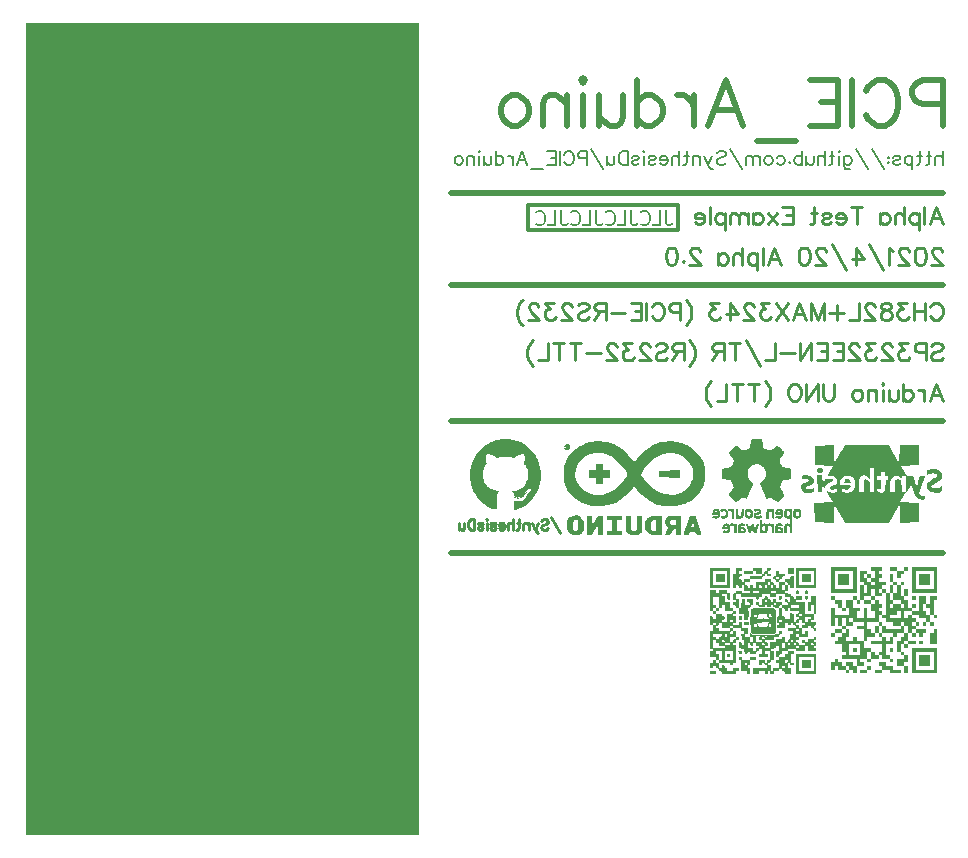
<source format=gbo>
G04 Layer: BottomSilkLayer*
G04 EasyEDA v6.4.19.4, 2021-05-08T19:32:42+08:00*
G04 959c2f807fa24cb394336e4151b9ccfb,119f753a6ce64b8d841f2ad33262ab0c,10*
G04 Gerber Generator version 0.2*
G04 Scale: 100 percent, Rotated: No, Reflected: No *
G04 Dimensions in millimeters *
G04 leading zeros omitted , absolute positions ,4 integer and 5 decimal *
%FSLAX45Y45*%
%MOMM*%

%ADD11C,0.2032*%
%ADD13C,0.5000*%
%ADD16C,0.3000*%
%ADD17C,0.2500*%

%LPD*%
G36*
X7180072Y2636367D02*
G01*
X7019137Y2633421D01*
X7019137Y2469591D01*
X7175195Y2464257D01*
X7140651Y2405227D01*
X7128814Y2384602D01*
X7123175Y2374239D01*
X7184999Y2374239D01*
X7212075Y2348788D01*
X7212075Y2336901D01*
X7211822Y2331618D01*
X7211110Y2325979D01*
X7210044Y2320645D01*
X7208723Y2316327D01*
X7205370Y2307590D01*
X7183221Y2297785D01*
X7238492Y2297785D01*
X7238492Y2341118D01*
X7274458Y2377033D01*
X7315149Y2377033D01*
X7348981Y2356358D01*
X7365390Y2324709D01*
X7365390Y2283460D01*
X7341412Y2247900D01*
X7319658Y2239619D01*
X7391806Y2239619D01*
X7391857Y2326843D01*
X7403134Y2367330D01*
X7438898Y2382266D01*
X7453680Y2376678D01*
X7460132Y2373833D01*
X7466838Y2370226D01*
X7472934Y2366365D01*
X7477709Y2362657D01*
X7486954Y2354275D01*
X7486954Y2440482D01*
X7523988Y2440482D01*
X7523988Y2266035D01*
X7575702Y2266035D01*
X7578902Y2274417D01*
X7579563Y2276703D01*
X7580680Y2284425D01*
X7581544Y2295144D01*
X7582052Y2307590D01*
X7582103Y2345334D01*
X7550403Y2345334D01*
X7550403Y2371750D01*
X7582103Y2371750D01*
X7582103Y2414066D01*
X7588656Y2413050D01*
X7597800Y2410815D01*
X7616494Y2405735D01*
X7619796Y2371750D01*
X7640269Y2371750D01*
X7640269Y2345334D01*
X7620203Y2345334D01*
X7616494Y2254554D01*
X7598072Y2239619D01*
X7661402Y2239619D01*
X7661452Y2321560D01*
X7672374Y2360879D01*
X7695488Y2377033D01*
X7715148Y2376271D01*
X7720838Y2375509D01*
X7725867Y2374392D01*
X7730286Y2372918D01*
X7734096Y2371039D01*
X7737398Y2368804D01*
X7740091Y2366111D01*
X7744307Y2360269D01*
X7746746Y2358034D01*
X7749235Y2356459D01*
X7751521Y2355900D01*
X7756550Y2355900D01*
X7756550Y2371750D01*
X7793583Y2371750D01*
X7793583Y2239619D01*
X7756550Y2239619D01*
X7756499Y2280412D01*
X7755991Y2295042D01*
X7755077Y2308758D01*
X7753858Y2319883D01*
X7753197Y2323998D01*
X7749794Y2340965D01*
X7726172Y2351735D01*
X7703718Y2339695D01*
X7703718Y2239619D01*
X7598072Y2239619D01*
X7590891Y2233777D01*
X7553045Y2236978D01*
X7549692Y2266035D01*
X7523988Y2266035D01*
X7523988Y2239619D01*
X7486954Y2239619D01*
X7486954Y2318410D01*
X7474559Y2345588D01*
X7449820Y2351786D01*
X7434122Y2338781D01*
X7434122Y2239619D01*
X7319658Y2239619D01*
X7301331Y2232660D01*
X7251700Y2242261D01*
X7248448Y2270760D01*
X7283450Y2260600D01*
X7312507Y2266899D01*
X7327950Y2288895D01*
X7322464Y2297785D01*
X7183221Y2297785D01*
X7148626Y2282494D01*
X7148626Y2266238D01*
X7176211Y2259330D01*
X7212075Y2270353D01*
X7212075Y2240280D01*
X7163765Y2233015D01*
X7122210Y2249322D01*
X7122312Y2245817D01*
X7122871Y2244191D01*
X7126935Y2236114D01*
X7134047Y2223008D01*
X7143496Y2206396D01*
X7175144Y2152396D01*
X7016191Y2149449D01*
X7019137Y1983232D01*
X7180072Y1980285D01*
X7183018Y2139594D01*
X7231075Y2055164D01*
X7255764Y2012797D01*
X7275626Y1980590D01*
X7645501Y1980590D01*
X7671206Y2022246D01*
X7699197Y2069693D01*
X7740650Y2141829D01*
X7740700Y1980285D01*
X7901940Y1983232D01*
X7904835Y2149449D01*
X7746492Y2152396D01*
X7795717Y2237333D01*
X7806893Y2256129D01*
X7816951Y2272487D01*
X7825384Y2285644D01*
X7833969Y2297938D01*
X7835544Y2299665D01*
X7836408Y2300071D01*
X7837373Y2298750D01*
X7841132Y2291232D01*
X7846618Y2278430D01*
X7853172Y2261971D01*
X7873746Y2207666D01*
X7899247Y2177338D01*
X7934858Y2170684D01*
X7952181Y2177288D01*
X7952181Y2207920D01*
X7920685Y2207920D01*
X7903209Y2234590D01*
X7940852Y2328316D01*
X7955330Y2366416D01*
X7957464Y2373376D01*
X7957464Y2377643D01*
X7912862Y2374392D01*
X7896758Y2322017D01*
X7891475Y2306472D01*
X7887055Y2294686D01*
X7885277Y2290622D01*
X7883906Y2288082D01*
X7882991Y2287168D01*
X7882128Y2288082D01*
X7880807Y2290622D01*
X7877048Y2300020D01*
X7872323Y2313889D01*
X7867040Y2330805D01*
X7854188Y2374392D01*
X7823149Y2376474D01*
X7815986Y2376525D01*
X7811211Y2376119D01*
X7809433Y2375357D01*
X7810042Y2372969D01*
X7814309Y2361539D01*
X7819898Y2347772D01*
X7822793Y2339187D01*
X7823250Y2336749D01*
X7823098Y2335580D01*
X7822336Y2335580D01*
X7820964Y2336749D01*
X7816748Y2342591D01*
X7810601Y2353005D01*
X7799882Y2372766D01*
X7773619Y2419045D01*
X7747203Y2464257D01*
X7901940Y2469591D01*
X7904835Y2636062D01*
X7741005Y2636062D01*
X7738059Y2478786D01*
X7648194Y2636062D01*
X7275626Y2636062D01*
X7258050Y2607716D01*
X7234580Y2567533D01*
X7183018Y2477109D01*
G37*
G36*
X7049465Y2445766D02*
G01*
X7036053Y2429611D01*
X7047992Y2403500D01*
X7073849Y2403500D01*
X7082180Y2411780D01*
X7087870Y2419096D01*
X7090105Y2426106D01*
X7088886Y2432862D01*
X7084161Y2439416D01*
X7077811Y2445766D01*
G37*
G36*
X8031327Y2433167D02*
G01*
X8014817Y2432608D01*
X7998968Y2431389D01*
X7992059Y2430576D01*
X7986217Y2429611D01*
X7981746Y2428595D01*
X7978952Y2427478D01*
X7973314Y2424023D01*
X7973314Y2386482D01*
X7982559Y2390495D01*
X7988655Y2392730D01*
X7995666Y2394610D01*
X8003286Y2396032D01*
X8011159Y2397048D01*
X8018983Y2397556D01*
X8026552Y2397607D01*
X8033410Y2397099D01*
X8039353Y2396032D01*
X8052612Y2392730D01*
X8052612Y2367737D01*
X8017052Y2349652D01*
X8004657Y2342388D01*
X7993176Y2334869D01*
X7984134Y2328011D01*
X7980934Y2325116D01*
X7968030Y2312162D01*
X7968030Y2271522D01*
X7998510Y2237384D01*
X8071103Y2233422D01*
X8100161Y2244648D01*
X8100161Y2287473D01*
X8068970Y2271318D01*
X8022183Y2271318D01*
X8008874Y2287371D01*
X8018018Y2297531D01*
X8023453Y2302357D01*
X8031480Y2307945D01*
X8041030Y2313686D01*
X8050936Y2318816D01*
X8074710Y2329992D01*
X8100161Y2357475D01*
X8100161Y2397404D01*
X8068360Y2429205D01*
X8056524Y2431796D01*
X8051952Y2432507D01*
X8046008Y2432964D01*
G37*
G36*
X7042607Y2382367D02*
G01*
X7045553Y2236978D01*
X7082536Y2236978D01*
X7085838Y2305710D01*
X7111593Y2263394D01*
X7111644Y2290470D01*
X7124852Y2307844D01*
X7175855Y2329434D01*
X7172198Y2347976D01*
X7124852Y2347874D01*
X7114286Y2361336D01*
X7087870Y2311247D01*
X7084720Y2382367D01*
G37*
G36*
X6948931Y2381859D02*
G01*
X6939737Y2381758D01*
X6931253Y2381250D01*
X6924141Y2380386D01*
X6919112Y2379116D01*
X6910730Y2375916D01*
X6910730Y2346502D01*
X6965188Y2347976D01*
X6969709Y2334971D01*
X6913219Y2310028D01*
X6900570Y2282291D01*
X6911898Y2249881D01*
X6941921Y2234336D01*
X6968185Y2234336D01*
X6979056Y2234590D01*
X6989216Y2235250D01*
X6997496Y2236266D01*
X7002830Y2237536D01*
X7011212Y2240737D01*
X7011212Y2277008D01*
X6990740Y2266035D01*
X6947763Y2266035D01*
X6947763Y2273350D01*
X6948170Y2276652D01*
X6949490Y2279853D01*
X6951573Y2282850D01*
X6954520Y2285695D01*
X6958279Y2288336D01*
X6962800Y2290826D01*
X6968134Y2293061D01*
X6974179Y2295093D01*
X6980275Y2297430D01*
X6987031Y2301036D01*
X6993636Y2305304D01*
X6999274Y2309876D01*
X7011212Y2320747D01*
X7011212Y2354072D01*
X6999274Y2364892D01*
X6994042Y2369312D01*
X6988556Y2373376D01*
X6983475Y2376627D01*
X6979462Y2378608D01*
X6974128Y2379929D01*
X6966762Y2380945D01*
X6958177Y2381554D01*
G37*
G36*
X7280554Y2350617D02*
G01*
X7273391Y2331618D01*
X7270648Y2323185D01*
X7270242Y2321204D01*
X7272528Y2320290D01*
X7278725Y2319578D01*
X7287920Y2319070D01*
X7328052Y2318918D01*
X7324750Y2328164D01*
X7323074Y2332278D01*
X7320889Y2336647D01*
X7318552Y2340711D01*
X7316317Y2344013D01*
X7311237Y2350617D01*
G37*
G36*
X4385157Y2691638D02*
G01*
X4330242Y2683256D01*
X4300321Y2672842D01*
X4287418Y2667812D01*
X4275328Y2662428D01*
X4263542Y2656433D01*
X4251604Y2649575D01*
X4239006Y2641549D01*
X4210862Y2622448D01*
X4169308Y2579928D01*
X4153915Y2557322D01*
X4146854Y2546146D01*
X4140301Y2534818D01*
X4134307Y2523337D01*
X4128770Y2511653D01*
X4123740Y2499817D01*
X4119219Y2487676D01*
X4115104Y2475331D01*
X4111498Y2462733D01*
X4108348Y2449830D01*
X4102100Y2419604D01*
X4101998Y2350516D01*
X4107230Y2322576D01*
X4109974Y2309977D01*
X4113174Y2297785D01*
X4116781Y2285847D01*
X4120845Y2274214D01*
X4125366Y2262835D01*
X4130395Y2251557D01*
X4135932Y2240432D01*
X4141978Y2229307D01*
X4148582Y2218232D01*
X4163923Y2194356D01*
X4207306Y2147366D01*
X4236415Y2127300D01*
X4247591Y2119934D01*
X4257700Y2113788D01*
X4267200Y2108504D01*
X4276496Y2103882D01*
X4286046Y2099716D01*
X4304690Y2092350D01*
X4320997Y2092350D01*
X4328922Y2104034D01*
X4328972Y2209292D01*
X4331512Y2218842D01*
X4333036Y2223312D01*
X4335221Y2228494D01*
X4337862Y2233625D01*
X4342993Y2242058D01*
X4346041Y2247595D01*
X4346244Y2248611D01*
X4340098Y2250033D01*
X4307281Y2255926D01*
X4291279Y2262073D01*
X4284218Y2265019D01*
X4277512Y2268270D01*
X4271162Y2271826D01*
X4265117Y2275738D01*
X4259326Y2280005D01*
X4253738Y2284730D01*
X4248353Y2289860D01*
X4243019Y2295448D01*
X4238701Y2300528D01*
X4234942Y2305354D01*
X4231640Y2310180D01*
X4228693Y2315210D01*
X4226052Y2320594D01*
X4223562Y2326538D01*
X4218736Y2340711D01*
X4213910Y2356510D01*
X4210964Y2411831D01*
X4216857Y2440076D01*
X4226204Y2458872D01*
X4232859Y2469896D01*
X4235754Y2473807D01*
X4241850Y2481275D01*
X4236567Y2500934D01*
X4238904Y2548382D01*
X4245610Y2562860D01*
X4261662Y2562860D01*
X4277004Y2557526D01*
X4284319Y2554630D01*
X4292904Y2550668D01*
X4301744Y2546197D01*
X4309668Y2541727D01*
X4327042Y2531262D01*
X4365904Y2540050D01*
X4439818Y2539949D01*
X4477410Y2531465D01*
X4494326Y2541524D01*
X4502048Y2545892D01*
X4510582Y2550312D01*
X4518914Y2554274D01*
X4525975Y2557221D01*
X4540758Y2562860D01*
X4558233Y2562860D01*
X4560773Y2557932D01*
X4561992Y2554528D01*
X4563465Y2549042D01*
X4564938Y2542133D01*
X4569206Y2516225D01*
X4563262Y2480868D01*
X4569917Y2471877D01*
X4573016Y2467203D01*
X4576622Y2461107D01*
X4580229Y2454351D01*
X4590237Y2432761D01*
X4590237Y2353868D01*
X4585563Y2339949D01*
X4580280Y2326487D01*
X4574184Y2313686D01*
X4567529Y2301290D01*
X4542790Y2276398D01*
X4506112Y2258415D01*
X4479137Y2252675D01*
X4465929Y2250084D01*
X4456582Y2248712D01*
X4471771Y2225497D01*
X4474819Y2206040D01*
X4495901Y2198776D01*
X4526534Y2199081D01*
X4547412Y2210308D01*
X4558233Y2223770D01*
X4565904Y2234234D01*
X4576267Y2249576D01*
X4602734Y2263190D01*
X4612081Y2262936D01*
X4614976Y2262378D01*
X4617567Y2261616D01*
X4619548Y2260650D01*
X4623358Y2258161D01*
X4586833Y2222449D01*
X4572000Y2188159D01*
X4563262Y2180590D01*
X4558995Y2177237D01*
X4553762Y2173681D01*
X4548276Y2170379D01*
X4543145Y2167737D01*
X4531715Y2162505D01*
X4498492Y2160219D01*
X4476800Y2165350D01*
X4476800Y2098243D01*
X4484471Y2091639D01*
X4508246Y2094433D01*
X4564786Y2123694D01*
X4585970Y2140356D01*
X4595114Y2148230D01*
X4604969Y2157323D01*
X4614468Y2166569D01*
X4637938Y2190902D01*
X4654905Y2217420D01*
X4661357Y2228291D01*
X4667300Y2239060D01*
X4672736Y2249779D01*
X4677664Y2260600D01*
X4682134Y2271572D01*
X4686198Y2282748D01*
X4689856Y2294280D01*
X4693158Y2306167D01*
X4696104Y2318562D01*
X4701895Y2345994D01*
X4701997Y2419604D01*
X4696256Y2447696D01*
X4693361Y2459888D01*
X4690110Y2471775D01*
X4686503Y2483256D01*
X4682591Y2494381D01*
X4678273Y2505252D01*
X4673549Y2515870D01*
X4668418Y2526233D01*
X4662881Y2536444D01*
X4656937Y2546502D01*
X4639665Y2573375D01*
X4599838Y2616758D01*
X4559655Y2646527D01*
X4533849Y2659684D01*
X4522876Y2664714D01*
X4510989Y2669743D01*
X4499610Y2674162D01*
X4471619Y2683662D01*
X4424527Y2691130D01*
G37*
G36*
X4588967Y2255316D02*
G01*
X4588967Y2246985D01*
X4592015Y2248001D01*
X4593285Y2248662D01*
X4594453Y2249678D01*
X4595418Y2250897D01*
X4596028Y2252167D01*
X4597044Y2255316D01*
G37*
G36*
X4581652Y2244801D02*
G01*
X4580534Y2244496D01*
X4579162Y2243683D01*
X4577740Y2242515D01*
X4573422Y2237384D01*
X4578756Y2233980D01*
X4581347Y2235606D01*
X4582312Y2236520D01*
X4583125Y2237841D01*
X4583684Y2239416D01*
X4583887Y2240991D01*
X4583887Y2244801D01*
G37*
G36*
X4570018Y2229002D02*
G01*
X4568444Y2228799D01*
X4566920Y2228189D01*
X4565599Y2227326D01*
X4564684Y2226259D01*
X4563008Y2223516D01*
X4566107Y2215286D01*
X4569917Y2218537D01*
X4571390Y2220061D01*
X4572558Y2221890D01*
X4573371Y2223719D01*
X4573676Y2225395D01*
X4573676Y2229002D01*
G37*
G36*
X4556048Y2213152D02*
G01*
X4552289Y2211679D01*
X4550765Y2210816D01*
X4549241Y2209495D01*
X4548022Y2207971D01*
X4547158Y2206396D01*
X4545736Y2202535D01*
X4553610Y2199386D01*
X4559046Y2205024D01*
G37*
G36*
X4489094Y2197760D02*
G01*
X4478070Y2196185D01*
X4478528Y2193544D01*
X4478985Y2192324D01*
X4480001Y2190902D01*
X4481322Y2189530D01*
X4486859Y2185771D01*
X4492701Y2191766D01*
G37*
G36*
X4528108Y2197455D02*
G01*
X4524654Y2191766D01*
X4529480Y2186787D01*
X4538014Y2190140D01*
X4538014Y2197455D01*
G37*
G36*
X4502302Y2194864D02*
G01*
X4502302Y2184349D01*
X4512208Y2184349D01*
X4515358Y2189581D01*
X4512208Y2194864D01*
G37*
G36*
X6488531Y2692450D02*
G01*
X6482740Y2664764D01*
X6476085Y2629103D01*
X6473190Y2615336D01*
X6471259Y2613558D01*
X6466687Y2610866D01*
X6460185Y2607564D01*
X6426962Y2592730D01*
X6421221Y2591816D01*
X6415074Y2593187D01*
X6410706Y2595981D01*
X6410198Y2599436D01*
X6410604Y2600350D01*
X6410452Y2600756D01*
X6409740Y2600655D01*
X6407150Y2599385D01*
X6405778Y2599232D01*
X6404559Y2599537D01*
X6400393Y2603347D01*
X6394500Y2607818D01*
X6386779Y2613101D01*
X6378143Y2618638D01*
X6361633Y2628341D01*
X6355435Y2631389D01*
X6351879Y2632506D01*
X6350000Y2632100D01*
X6347561Y2630881D01*
X6344513Y2628798D01*
X6336334Y2621838D01*
X6325006Y2610815D01*
X6310223Y2595473D01*
X6299454Y2583688D01*
X6296152Y2579624D01*
X6294120Y2576626D01*
X6293154Y2574391D01*
X6293154Y2572867D01*
X6296558Y2568803D01*
X6306261Y2555392D01*
X6328867Y2521864D01*
X6335115Y2513126D01*
X6336233Y2509621D01*
X6335471Y2505100D01*
X6329019Y2487726D01*
X6325311Y2478786D01*
X6321806Y2471013D01*
X6318504Y2464511D01*
X6315405Y2459228D01*
X6312560Y2455316D01*
X6310020Y2452725D01*
X6307734Y2451557D01*
X6236868Y2438654D01*
X6236868Y2351735D01*
X6258458Y2348992D01*
X6274003Y2346045D01*
X6287008Y2342997D01*
X6298996Y2341016D01*
X6306870Y2340457D01*
X6309664Y2339594D01*
X6311595Y2338171D01*
X6312763Y2336139D01*
X6317538Y2323795D01*
X6328003Y2298598D01*
X6331153Y2290165D01*
X6333032Y2283917D01*
X6333845Y2279294D01*
X6333642Y2275840D01*
X6332524Y2273096D01*
X6323330Y2260650D01*
X6298133Y2223668D01*
X6295339Y2218994D01*
X6294780Y2216912D01*
X6294932Y2214778D01*
X6295796Y2212390D01*
X6297574Y2209596D01*
X6300317Y2206142D01*
X6309106Y2196642D01*
X6333540Y2171801D01*
X6341922Y2164283D01*
X6348069Y2159812D01*
X6350304Y2158695D01*
X6352032Y2158339D01*
X6353810Y2158746D01*
X6360109Y2161641D01*
X6369253Y2166874D01*
X6380124Y2173782D01*
X6401206Y2188006D01*
X6406489Y2191258D01*
X6410604Y2193493D01*
X6413804Y2194763D01*
X6416446Y2195271D01*
X6418783Y2195118D01*
X6421069Y2194458D01*
X6424218Y2193137D01*
X6427520Y2191410D01*
X6430619Y2189429D01*
X6435344Y2185873D01*
X6437985Y2184603D01*
X6440728Y2183892D01*
X6443167Y2183841D01*
X6445097Y2184349D01*
X6446875Y2185365D01*
X6448653Y2187397D01*
X6450634Y2190699D01*
X6456070Y2202840D01*
X6479743Y2262886D01*
X6496507Y2303678D01*
X6498234Y2307488D01*
X6500215Y2312670D01*
X6500114Y2316886D01*
X6497929Y2320442D01*
X6489700Y2325979D01*
X6485178Y2329535D01*
X6480302Y2333853D01*
X6475374Y2338628D01*
X6470650Y2343658D01*
X6466382Y2348585D01*
X6462979Y2353157D01*
X6460591Y2357018D01*
X6458458Y2362047D01*
X6458153Y2363622D01*
X6458712Y2364486D01*
X6458356Y2365400D01*
X6455918Y2368346D01*
X6453936Y2371394D01*
X6452768Y2376220D01*
X6452209Y2383637D01*
X6452158Y2394407D01*
X6452514Y2403043D01*
X6453124Y2410307D01*
X6453886Y2415489D01*
X6454800Y2417775D01*
X6455664Y2418689D01*
X6456426Y2420061D01*
X6456934Y2421788D01*
X6457086Y2423617D01*
X6457746Y2426766D01*
X6459575Y2430830D01*
X6462268Y2435555D01*
X6465722Y2440584D01*
X6469634Y2445664D01*
X6473901Y2450541D01*
X6478270Y2454910D01*
X6482588Y2458516D01*
X6487566Y2461869D01*
X6493306Y2465070D01*
X6499555Y2468067D01*
X6506057Y2470759D01*
X6512559Y2472994D01*
X6518757Y2474722D01*
X6524447Y2475788D01*
X6529324Y2476195D01*
X6534200Y2475890D01*
X6539280Y2475179D01*
X6544564Y2473960D01*
X6549898Y2472385D01*
X6555282Y2470404D01*
X6560566Y2468067D01*
X6565798Y2465425D01*
X6570827Y2462479D01*
X6575653Y2459278D01*
X6580124Y2455875D01*
X6584188Y2452268D01*
X6587845Y2448509D01*
X6592417Y2443022D01*
X6596227Y2437638D01*
X6599428Y2432253D01*
X6602069Y2426665D01*
X6604101Y2420823D01*
X6605625Y2414574D01*
X6606743Y2407818D01*
X6607454Y2400350D01*
X6607962Y2389073D01*
X6607860Y2384755D01*
X6607352Y2380945D01*
X6606489Y2377186D01*
X6605168Y2373274D01*
X6600901Y2363470D01*
X6597751Y2356916D01*
X6594703Y2351328D01*
X6591604Y2346452D01*
X6588353Y2342134D01*
X6584746Y2338171D01*
X6580631Y2334412D01*
X6575907Y2330602D01*
X6566103Y2323388D01*
X6562648Y2320137D01*
X6560362Y2317191D01*
X6559499Y2314956D01*
X6560007Y2312212D01*
X6561378Y2307894D01*
X6563410Y2302560D01*
X6568389Y2291232D01*
X6571742Y2282596D01*
X6572961Y2278278D01*
X6577533Y2266950D01*
X6584492Y2251303D01*
X6590792Y2236317D01*
X6597700Y2218131D01*
X6609181Y2190343D01*
X6611670Y2186889D01*
X6614617Y2184857D01*
X6618528Y2183841D01*
X6623405Y2183434D01*
X6624624Y2183587D01*
X6626098Y2186635D01*
X6631686Y2190242D01*
X6638899Y2193442D01*
X6645046Y2194814D01*
X6648450Y2194001D01*
X6653174Y2191766D01*
X6658609Y2188464D01*
X6676898Y2174798D01*
X6679844Y2173376D01*
X6686245Y2169210D01*
X6690461Y2166162D01*
X6698894Y2160879D01*
X6705853Y2158746D01*
X6711746Y2159609D01*
X6716877Y2163521D01*
X6718858Y2165350D01*
X6720890Y2166670D01*
X6722668Y2167229D01*
X6724040Y2167026D01*
X6724954Y2166569D01*
X6725462Y2166569D01*
X6725564Y2166975D01*
X6725158Y2167839D01*
X6726174Y2170430D01*
X6730085Y2175611D01*
X6736232Y2182723D01*
X6751878Y2199233D01*
X6758330Y2206548D01*
X6762699Y2212136D01*
X6764274Y2215134D01*
X6763867Y2216454D01*
X6760819Y2222347D01*
X6755384Y2231593D01*
X6748221Y2243023D01*
X6724091Y2279853D01*
X6741566Y2323896D01*
X6744665Y2330754D01*
X6747205Y2335377D01*
X6749592Y2338324D01*
X6752081Y2339949D01*
X6754926Y2340813D01*
X6764426Y2342134D01*
X6784187Y2345283D01*
X6823151Y2351989D01*
X6823151Y2402941D01*
X6822846Y2418283D01*
X6822338Y2430068D01*
X6821627Y2436926D01*
X6821271Y2437993D01*
X6818680Y2438806D01*
X6805422Y2441702D01*
X6786168Y2445359D01*
X6752844Y2451049D01*
X6748576Y2453081D01*
X6745274Y2456789D01*
X6741668Y2463190D01*
X6735724Y2475788D01*
X6729730Y2489809D01*
X6725158Y2501849D01*
X6723837Y2506116D01*
X6723329Y2508554D01*
X6723938Y2510028D01*
X6728256Y2517292D01*
X6743953Y2541473D01*
X6752386Y2553868D01*
X6761683Y2566619D01*
X6763308Y2569210D01*
X6763918Y2572054D01*
X6763359Y2575306D01*
X6761480Y2579217D01*
X6758178Y2583992D01*
X6753250Y2589885D01*
X6746697Y2597099D01*
X6731863Y2612339D01*
X6721246Y2622499D01*
X6713423Y2629001D01*
X6710476Y2630982D01*
X6708089Y2632151D01*
X6706260Y2632506D01*
X6702552Y2631490D01*
X6696760Y2628696D01*
X6689801Y2624531D01*
X6675221Y2614422D01*
X6664452Y2607513D01*
X6662166Y2606446D01*
X6661048Y2606141D01*
X6659625Y2605278D01*
X6654749Y2600502D01*
X6648958Y2596235D01*
X6645808Y2594356D01*
X6640118Y2592324D01*
X6633972Y2592374D01*
X6626250Y2594813D01*
X6612534Y2601417D01*
X6595821Y2607919D01*
X6592265Y2609951D01*
X6589420Y2612085D01*
X6587693Y2614168D01*
X6586321Y2618435D01*
X6584340Y2626563D01*
X6582054Y2637383D01*
X6572453Y2690469D01*
X6571589Y2690876D01*
X6565188Y2691587D01*
X6553809Y2692095D01*
X6538823Y2692400D01*
G37*
G36*
X6407810Y2100783D02*
G01*
X6405118Y2100021D01*
X6403187Y2097989D01*
X6401917Y2094484D01*
X6401155Y2089251D01*
X6400800Y2082038D01*
X6400546Y2063089D01*
X6400038Y2055114D01*
X6399123Y2048764D01*
X6397701Y2043785D01*
X6395821Y2040178D01*
X6393383Y2037740D01*
X6390335Y2036318D01*
X6386677Y2035911D01*
X6382969Y2036318D01*
X6379921Y2037740D01*
X6377482Y2040178D01*
X6375603Y2043785D01*
X6374180Y2048764D01*
X6373266Y2055114D01*
X6372758Y2063038D01*
X6372555Y2072639D01*
X6372555Y2097836D01*
X6361277Y2099919D01*
X6357924Y2099868D01*
X6355537Y2098548D01*
X6353860Y2095550D01*
X6352844Y2090318D01*
X6352336Y2082393D01*
X6352082Y2056688D01*
X6352082Y2015489D01*
X6389166Y2015794D01*
X6394704Y2016201D01*
X6399479Y2016810D01*
X6403644Y2017725D01*
X6407099Y2018995D01*
X6410045Y2020722D01*
X6412433Y2022957D01*
X6414363Y2025700D01*
X6415887Y2029053D01*
X6417056Y2033117D01*
X6417919Y2037892D01*
X6418986Y2049881D01*
X6419392Y2065477D01*
X6419494Y2082190D01*
X6419088Y2092299D01*
X6418021Y2097532D01*
X6416090Y2099360D01*
X6411417Y2100478D01*
G37*
G36*
X6677253Y2099716D02*
G01*
X6652361Y2098852D01*
X6643674Y2098344D01*
X6635800Y2097532D01*
X6628942Y2096414D01*
X6623151Y2095093D01*
X6618731Y2093518D01*
X6615684Y2091791D01*
X6614210Y2089962D01*
X6614464Y2088083D01*
X6614820Y2087067D01*
X6614769Y2086000D01*
X6614312Y2085035D01*
X6613550Y2084273D01*
X6612585Y2081072D01*
X6611772Y2073300D01*
X6611162Y2062225D01*
X6610807Y2048916D01*
X6610451Y2015083D01*
X6630974Y2015083D01*
X6632244Y2061311D01*
X6633260Y2070404D01*
X6635496Y2074621D01*
X6639661Y2077161D01*
X6643624Y2078837D01*
X6646468Y2079294D01*
X6648958Y2078431D01*
X6651752Y2076196D01*
X6654241Y2072843D01*
X6655816Y2067458D01*
X6656781Y2058365D01*
X6658051Y2016353D01*
X6677253Y2014728D01*
G37*
G36*
X6823202Y2099716D02*
G01*
X6815378Y2099005D01*
X6801916Y2098548D01*
X6785660Y2098395D01*
X6779463Y2097582D01*
X6774789Y2095652D01*
X6770370Y2092299D01*
X6766306Y2088184D01*
X6763969Y2083460D01*
X6762800Y2075840D01*
X6762089Y2063242D01*
X6761995Y2058060D01*
X6783476Y2058060D01*
X6783679Y2066086D01*
X6784390Y2071827D01*
X6785559Y2075586D01*
X6787337Y2077618D01*
X6792163Y2079701D01*
X6796989Y2079955D01*
X6801307Y2078431D01*
X6804456Y2075281D01*
X6807250Y2069287D01*
X6808825Y2062835D01*
X6809282Y2056231D01*
X6808622Y2049983D01*
X6806996Y2044395D01*
X6804456Y2039924D01*
X6801053Y2036978D01*
X6796836Y2035962D01*
X6790080Y2036876D01*
X6786016Y2040178D01*
X6784035Y2046935D01*
X6783476Y2058060D01*
X6761995Y2058060D01*
X6762191Y2047341D01*
X6762902Y2040737D01*
X6764020Y2034997D01*
X6765696Y2030018D01*
X6767830Y2025853D01*
X6770471Y2022398D01*
X6773672Y2019655D01*
X6777481Y2017623D01*
X6781850Y2016150D01*
X6786829Y2015337D01*
X6792417Y2015083D01*
X6796430Y2015286D01*
X6799935Y2015845D01*
X6802577Y2016658D01*
X6803999Y2017725D01*
X6805422Y2019452D01*
X6806692Y2019807D01*
X6807758Y2018792D01*
X6808673Y2016353D01*
X6809384Y2012645D01*
X6809943Y2007666D01*
X6810349Y1993900D01*
X6810349Y1979371D01*
X6809943Y1975256D01*
X6809028Y1972868D01*
X6807250Y1971954D01*
X6804507Y1972157D01*
X6794957Y1974850D01*
X6787692Y1975205D01*
X6779768Y1972767D01*
X6772452Y1968144D01*
X6766966Y1961845D01*
X6765442Y1959102D01*
X6764223Y1956307D01*
X6763308Y1953107D01*
X6762648Y1949348D01*
X6761886Y1938934D01*
X6761734Y1892604D01*
X6782206Y1892604D01*
X6782206Y1918157D01*
X6782409Y1931670D01*
X6783120Y1940255D01*
X6784695Y1945589D01*
X6787438Y1949450D01*
X6791756Y1953514D01*
X6795363Y1954733D01*
X6799173Y1953158D01*
X6804101Y1948738D01*
X6807504Y1944573D01*
X6809384Y1939493D01*
X6810197Y1931212D01*
X6810349Y1892604D01*
X6828281Y1892604D01*
X6828586Y2048916D01*
X6828485Y2098802D01*
X6827774Y2099411D01*
X6825894Y2099716D01*
G37*
G36*
X6258712Y2099310D02*
G01*
X6253175Y2099157D01*
X6247333Y2098548D01*
X6241542Y2097481D01*
X6236055Y2096007D01*
X6231229Y2094179D01*
X6227368Y2092045D01*
X6218936Y2086203D01*
X6234430Y2069693D01*
X6239967Y2074925D01*
X6243828Y2077872D01*
X6247739Y2079599D01*
X6251600Y2080107D01*
X6255258Y2079599D01*
X6258661Y2078075D01*
X6261709Y2075738D01*
X6264300Y2072589D01*
X6266281Y2068779D01*
X6267602Y2064410D01*
X6268212Y2059584D01*
X6267907Y2054352D01*
X6266637Y2048865D01*
X6262674Y2041448D01*
X6256883Y2037232D01*
X6249771Y2036470D01*
X6241948Y2039416D01*
X6237528Y2041906D01*
X6234531Y2042566D01*
X6231686Y2041245D01*
X6227826Y2037842D01*
X6223762Y2032812D01*
X6222949Y2028291D01*
X6225540Y2023973D01*
X6231585Y2019503D01*
X6235954Y2017318D01*
X6240627Y2015896D01*
X6245606Y2015083D01*
X6250686Y2014880D01*
X6255816Y2015286D01*
X6260896Y2016252D01*
X6265773Y2017725D01*
X6270345Y2019757D01*
X6274562Y2022297D01*
X6278270Y2025294D01*
X6281420Y2028698D01*
X6283807Y2032507D01*
X6286398Y2038654D01*
X6288125Y2045106D01*
X6289090Y2051710D01*
X6289294Y2058365D01*
X6288786Y2064969D01*
X6287566Y2071319D01*
X6285687Y2077364D01*
X6283198Y2082952D01*
X6280099Y2087930D01*
X6276492Y2092147D01*
X6272326Y2095500D01*
X6267653Y2097887D01*
X6263640Y2098903D01*
G37*
G36*
X6307328Y2099208D02*
G01*
X6300673Y2098852D01*
X6294983Y2098243D01*
X6290360Y2097379D01*
X6286855Y2096211D01*
X6284569Y2094839D01*
X6283604Y2093214D01*
X6284874Y2087575D01*
X6289040Y2081479D01*
X6294221Y2077008D01*
X6298539Y2076450D01*
X6303010Y2077872D01*
X6308547Y2077821D01*
X6313627Y2076500D01*
X6316827Y2074062D01*
X6317589Y2070709D01*
X6318199Y2063699D01*
X6318605Y2054199D01*
X6318808Y2015083D01*
X6339281Y2015083D01*
X6339281Y2098192D01*
X6314897Y2099208D01*
G37*
G36*
X6186728Y2098446D02*
G01*
X6177889Y2098192D01*
X6171996Y2097125D01*
X6167526Y2094738D01*
X6162852Y2090420D01*
X6158585Y2085593D01*
X6156198Y2081022D01*
X6155182Y2074925D01*
X6155116Y2072538D01*
X6176111Y2072538D01*
X6178092Y2076399D01*
X6181852Y2078532D01*
X6187744Y2080056D01*
X6193332Y2080514D01*
X6196126Y2079548D01*
X6197650Y2072995D01*
X6197193Y2069287D01*
X6194247Y2067560D01*
X6188354Y2067153D01*
X6181394Y2067814D01*
X6177280Y2069592D01*
X6176111Y2072538D01*
X6155116Y2072538D01*
X6154928Y2065680D01*
X6154928Y2048916D01*
X6187490Y2048764D01*
X6194145Y2048154D01*
X6197549Y2046986D01*
X6198463Y2045055D01*
X6198006Y2043277D01*
X6196634Y2041143D01*
X6194704Y2039010D01*
X6192266Y2037080D01*
X6188710Y2034997D01*
X6185814Y2034286D01*
X6182664Y2034946D01*
X6171946Y2039924D01*
X6169253Y2040788D01*
X6167424Y2041093D01*
X6163716Y2039823D01*
X6159601Y2036673D01*
X6156299Y2032762D01*
X6154928Y2029206D01*
X6157772Y2024329D01*
X6164884Y2019807D01*
X6174536Y2016404D01*
X6184696Y2015083D01*
X6190386Y2015388D01*
X6195618Y2016302D01*
X6200394Y2017877D01*
X6204712Y2020011D01*
X6208572Y2022703D01*
X6211976Y2026005D01*
X6214821Y2029866D01*
X6217208Y2034286D01*
X6219088Y2039213D01*
X6220409Y2044700D01*
X6221222Y2050643D01*
X6221476Y2057146D01*
X6221323Y2062378D01*
X6220714Y2067356D01*
X6219698Y2072030D01*
X6218275Y2076500D01*
X6216396Y2080768D01*
X6214110Y2084832D01*
X6211316Y2088743D01*
X6208115Y2092553D01*
X6204712Y2095550D01*
X6200698Y2097328D01*
X6195009Y2098192D01*
G37*
G36*
X6721856Y2098446D02*
G01*
X6714540Y2098192D01*
X6708800Y2097481D01*
X6704584Y2096262D01*
X6701942Y2094534D01*
X6698538Y2091740D01*
X6697014Y2090928D01*
X6695846Y2090623D01*
X6693408Y2088845D01*
X6691223Y2084120D01*
X6689445Y2077466D01*
X6688405Y2070963D01*
X6707936Y2070963D01*
X6708546Y2072792D01*
X6710172Y2074875D01*
X6712508Y2076957D01*
X6715404Y2078786D01*
X6719620Y2080768D01*
X6722618Y2081326D01*
X6725310Y2080412D01*
X6728612Y2077974D01*
X6732473Y2073706D01*
X6732270Y2070557D01*
X6727952Y2068525D01*
X6719570Y2067560D01*
X6714083Y2067560D01*
X6710476Y2068068D01*
X6708546Y2069185D01*
X6707936Y2070963D01*
X6688405Y2070963D01*
X6687566Y2062175D01*
X6687718Y2055469D01*
X6688683Y2050643D01*
X6690664Y2048764D01*
X6724650Y2048967D01*
X6730593Y2048459D01*
X6732981Y2047087D01*
X6733133Y2044547D01*
X6732219Y2042464D01*
X6730492Y2040280D01*
X6728104Y2038197D01*
X6725412Y2036521D01*
X6721551Y2034997D01*
X6718147Y2034641D01*
X6714337Y2035505D01*
X6703923Y2040128D01*
X6700469Y2040686D01*
X6697472Y2039213D01*
X6686905Y2028698D01*
X6696760Y2021890D01*
X6701485Y2019096D01*
X6706565Y2017014D01*
X6711848Y2015693D01*
X6717233Y2015032D01*
X6722618Y2015083D01*
X6727850Y2015794D01*
X6732930Y2017115D01*
X6737654Y2019046D01*
X6741972Y2021586D01*
X6745731Y2024684D01*
X6748830Y2028342D01*
X6751269Y2032507D01*
X6753148Y2037435D01*
X6754520Y2042617D01*
X6755434Y2048052D01*
X6755892Y2053589D01*
X6755942Y2059178D01*
X6755536Y2064715D01*
X6754672Y2070100D01*
X6753402Y2075230D01*
X6751726Y2080107D01*
X6749694Y2084527D01*
X6747256Y2088489D01*
X6744411Y2091893D01*
X6740499Y2095296D01*
X6736232Y2097278D01*
X6730441Y2098192D01*
G37*
G36*
X6871716Y2098446D02*
G01*
X6863740Y2098192D01*
X6857847Y2097532D01*
X6853783Y2096312D01*
X6851345Y2094534D01*
X6849922Y2093163D01*
X6848449Y2092248D01*
X6847027Y2091893D01*
X6844995Y2092553D01*
X6844385Y2092553D01*
X6844080Y2092198D01*
X6844131Y2090166D01*
X6842709Y2085797D01*
X6841439Y2083307D01*
X6839915Y2078939D01*
X6838848Y2072792D01*
X6838238Y2065528D01*
X6838205Y2062937D01*
X6859320Y2062937D01*
X6859778Y2067966D01*
X6860692Y2071878D01*
X6862114Y2074164D01*
X6866585Y2077008D01*
X6870852Y2078329D01*
X6874814Y2078228D01*
X6878320Y2076754D01*
X6881317Y2073960D01*
X6883653Y2069896D01*
X6885330Y2064664D01*
X6886143Y2058263D01*
X6886194Y2052167D01*
X6885584Y2047544D01*
X6884212Y2043938D01*
X6881875Y2040940D01*
X6877253Y2037486D01*
X6872376Y2036114D01*
X6867652Y2036775D01*
X6863486Y2039518D01*
X6861860Y2042261D01*
X6860641Y2046478D01*
X6859778Y2051710D01*
X6859371Y2057349D01*
X6859320Y2062937D01*
X6838205Y2062937D01*
X6838137Y2057603D01*
X6838442Y2049678D01*
X6839254Y2042210D01*
X6840474Y2035810D01*
X6842150Y2031085D01*
X6845300Y2026310D01*
X6849313Y2022348D01*
X6853986Y2019249D01*
X6859270Y2016963D01*
X6864908Y2015540D01*
X6870750Y2014931D01*
X6876643Y2015236D01*
X6882384Y2016353D01*
X6887921Y2018334D01*
X6892950Y2021179D01*
X6897420Y2024938D01*
X6901129Y2029510D01*
X6903313Y2034032D01*
X6904532Y2039874D01*
X6904939Y2048408D01*
X6904685Y2060956D01*
X6904024Y2074722D01*
X6902856Y2082850D01*
X6900570Y2087727D01*
X6896404Y2091943D01*
X6891934Y2095296D01*
X6887159Y2097278D01*
X6880859Y2098192D01*
G37*
G36*
X6465265Y2098395D02*
G01*
X6458204Y2098294D01*
X6452514Y2097938D01*
X6447993Y2097227D01*
X6444335Y2096007D01*
X6441389Y2094280D01*
X6438900Y2091842D01*
X6436563Y2088591D01*
X6434226Y2084425D01*
X6431178Y2077974D01*
X6429502Y2071725D01*
X6428994Y2063953D01*
X6429164Y2057755D01*
X6449314Y2057755D01*
X6449568Y2062886D01*
X6450380Y2067610D01*
X6451701Y2071573D01*
X6453581Y2074418D01*
X6458051Y2077974D01*
X6462318Y2078989D01*
X6466738Y2077466D01*
X6471615Y2073402D01*
X6474714Y2069795D01*
X6476542Y2066086D01*
X6477304Y2061718D01*
X6477304Y2056028D01*
X6476746Y2051405D01*
X6475730Y2046935D01*
X6474358Y2043074D01*
X6472885Y2040483D01*
X6468516Y2037130D01*
X6463385Y2036064D01*
X6458204Y2037283D01*
X6453632Y2040686D01*
X6451752Y2043734D01*
X6450431Y2047849D01*
X6449618Y2052624D01*
X6449314Y2057755D01*
X6429164Y2057755D01*
X6429298Y2052878D01*
X6429959Y2044141D01*
X6430873Y2037486D01*
X6432042Y2033117D01*
X6433464Y2031339D01*
X6434683Y2030679D01*
X6435648Y2029663D01*
X6436309Y2028443D01*
X6436563Y2027123D01*
X6437884Y2023618D01*
X6441389Y2020620D01*
X6446570Y2018182D01*
X6452971Y2016506D01*
X6459982Y2015591D01*
X6467144Y2015591D01*
X6473850Y2016607D01*
X6479590Y2018741D01*
X6484213Y2021484D01*
X6487922Y2024278D01*
X6490665Y2027377D01*
X6492697Y2031136D01*
X6494068Y2035810D01*
X6494932Y2041702D01*
X6495338Y2049068D01*
X6495338Y2072386D01*
X6494424Y2080666D01*
X6492087Y2085848D01*
X6487718Y2090724D01*
X6483146Y2094738D01*
X6478727Y2097074D01*
X6473240Y2098141D01*
G37*
G36*
X6535166Y2098243D02*
G01*
X6525717Y2098090D01*
X6519164Y2097278D01*
X6514236Y2095449D01*
X6509766Y2092350D01*
X6502298Y2086254D01*
X6509562Y2078634D01*
X6510934Y2076551D01*
X6511645Y2074925D01*
X6511137Y2072386D01*
X6513880Y2072538D01*
X6518097Y2074011D01*
X6522212Y2076348D01*
X6528409Y2079243D01*
X6535775Y2080158D01*
X6542227Y2079091D01*
X6545783Y2076196D01*
X6546443Y2072538D01*
X6544411Y2070100D01*
X6538772Y2068423D01*
X6521856Y2065934D01*
X6516370Y2064562D01*
X6511950Y2062835D01*
X6508546Y2060600D01*
X6506057Y2057806D01*
X6504381Y2054352D01*
X6503466Y2050186D01*
X6503162Y2045258D01*
X6503619Y2036267D01*
X6504736Y2029155D01*
X6506464Y2024532D01*
X6508648Y2022856D01*
X6510070Y2022551D01*
X6514846Y2020163D01*
X6517589Y2018487D01*
X6523126Y2016048D01*
X6530085Y2014880D01*
X6537909Y2014880D01*
X6546037Y2015947D01*
X6553911Y2017928D01*
X6561023Y2020773D01*
X6566763Y2024380D01*
X6570624Y2028596D01*
X6571691Y2030933D01*
X6571742Y2033219D01*
X6570725Y2035556D01*
X6568541Y2038350D01*
X6564223Y2041956D01*
X6559803Y2043480D01*
X6555638Y2042871D01*
X6548881Y2037435D01*
X6544716Y2035708D01*
X6540042Y2034793D01*
X6535267Y2034743D01*
X6530797Y2035454D01*
X6527088Y2036978D01*
X6524548Y2039264D01*
X6523634Y2042210D01*
X6524701Y2045207D01*
X6527952Y2047290D01*
X6533438Y2048510D01*
X6545275Y2049221D01*
X6549440Y2050034D01*
X6553200Y2051253D01*
X6558178Y2054098D01*
X6560210Y2055012D01*
X6561785Y2055368D01*
X6562801Y2055114D01*
X6564528Y2057552D01*
X6565950Y2065985D01*
X6566560Y2076348D01*
X6566001Y2084832D01*
X6564884Y2088032D01*
X6563156Y2091080D01*
X6561023Y2093620D01*
X6558686Y2095296D01*
X6555079Y2096414D01*
X6549440Y2097328D01*
X6542531Y2097938D01*
G37*
G36*
X6554368Y2004618D02*
G01*
X6554368Y1932025D01*
X6574586Y1932025D01*
X6574840Y1936953D01*
X6575806Y1941626D01*
X6577533Y1945843D01*
X6580073Y1949450D01*
X6585610Y1953971D01*
X6590792Y1954834D01*
X6595618Y1951989D01*
X6600037Y1945538D01*
X6602374Y1938832D01*
X6602730Y1931517D01*
X6601256Y1924050D01*
X6597903Y1916684D01*
X6593890Y1910943D01*
X6590334Y1908708D01*
X6586372Y1909978D01*
X6581089Y1914652D01*
X6578396Y1918207D01*
X6576364Y1922424D01*
X6575145Y1927098D01*
X6574586Y1932025D01*
X6554368Y1932025D01*
X6554368Y1892452D01*
X6599224Y1893722D01*
X6608368Y1894789D01*
X6613194Y1897075D01*
X6616801Y1901240D01*
X6619595Y1905914D01*
X6621221Y1911654D01*
X6621983Y1920036D01*
X6622186Y1932686D01*
X6622186Y1956765D01*
X6628434Y1953463D01*
X6631431Y1952142D01*
X6633972Y1951583D01*
X6636105Y1951837D01*
X6637883Y1952802D01*
X6641592Y1953971D01*
X6646113Y1952752D01*
X6650583Y1949551D01*
X6654139Y1944827D01*
X6655155Y1941017D01*
X6655968Y1934362D01*
X6656527Y1925777D01*
X6656781Y1916226D01*
X6656781Y1892604D01*
X6674662Y1892604D01*
X6674662Y1970125D01*
X6673951Y1970735D01*
X6671767Y1971395D01*
X6663588Y1972513D01*
X6650837Y1973427D01*
X6634225Y1974037D01*
X6630670Y1973834D01*
X6627114Y1973021D01*
X6624066Y1971802D01*
X6621830Y1970227D01*
X6619494Y1968195D01*
X6617258Y1967484D01*
X6614363Y1968144D01*
X6610045Y1970176D01*
X6603339Y1972868D01*
X6596481Y1974138D01*
X6589369Y1974088D01*
X6581851Y1972614D01*
X6574840Y1970684D01*
X6574840Y2004618D01*
G37*
G36*
X6320942Y1975764D02*
G01*
X6315913Y1974443D01*
X6309614Y1971802D01*
X6300927Y1967585D01*
X6306210Y1960067D01*
X6309258Y1956257D01*
X6312408Y1954022D01*
X6316319Y1953056D01*
X6326987Y1952955D01*
X6331000Y1952142D01*
X6334048Y1950415D01*
X6336284Y1947418D01*
X6337757Y1942947D01*
X6338722Y1936750D01*
X6339179Y1928571D01*
X6339281Y1892604D01*
X6359499Y1892604D01*
X6358382Y1972056D01*
X6337858Y1972513D01*
X6332829Y1972970D01*
X6329172Y1973580D01*
X6327343Y1974240D01*
X6324701Y1975662D01*
G37*
G36*
X6272377Y1975662D02*
G01*
X6266230Y1974951D01*
X6258966Y1972411D01*
X6254191Y1969973D01*
X6250076Y1967179D01*
X6246723Y1963928D01*
X6244031Y1960168D01*
X6241948Y1955901D01*
X6240526Y1950974D01*
X6239713Y1945386D01*
X6239632Y1943404D01*
X6256070Y1943404D01*
X6261862Y1949297D01*
X6264452Y1951532D01*
X6267348Y1953412D01*
X6270193Y1954682D01*
X6272580Y1955139D01*
X6274816Y1954682D01*
X6277305Y1953412D01*
X6279642Y1951532D01*
X6281623Y1949297D01*
X6283756Y1945995D01*
X6284163Y1944116D01*
X6282740Y1943201D01*
X6279235Y1942592D01*
X6272225Y1942236D01*
X6264452Y1942592D01*
X6256070Y1943404D01*
X6239632Y1943404D01*
X6239459Y1939137D01*
X6239459Y1923897D01*
X6271412Y1923745D01*
X6283706Y1923034D01*
X6285534Y1922475D01*
X6284315Y1919630D01*
X6281369Y1914652D01*
X6276543Y1910232D01*
X6270244Y1908200D01*
X6264402Y1908759D01*
X6260846Y1912162D01*
X6259931Y1913686D01*
X6258610Y1914906D01*
X6257036Y1915769D01*
X6255359Y1916074D01*
X6250889Y1914448D01*
X6245656Y1910537D01*
X6241288Y1905863D01*
X6239459Y1901901D01*
X6240373Y1899564D01*
X6242812Y1897532D01*
X6246571Y1895805D01*
X6251397Y1894433D01*
X6256934Y1893417D01*
X6263030Y1892757D01*
X6269329Y1892503D01*
X6275628Y1892655D01*
X6281623Y1893214D01*
X6287008Y1894281D01*
X6291580Y1895805D01*
X6295085Y1897837D01*
X6299149Y1901494D01*
X6300012Y1902612D01*
X6299504Y1903628D01*
X6299758Y1905152D01*
X6300571Y1907489D01*
X6303772Y1914956D01*
X6305143Y1920290D01*
X6305956Y1926132D01*
X6306261Y1932279D01*
X6306007Y1938477D01*
X6305245Y1944522D01*
X6303924Y1950212D01*
X6302095Y1955292D01*
X6299250Y1960727D01*
X6295999Y1964943D01*
X6291986Y1968296D01*
X6286906Y1971090D01*
X6278829Y1974392D01*
G37*
G36*
X6403390Y1974951D02*
G01*
X6398514Y1974596D01*
X6393789Y1973783D01*
X6389370Y1972614D01*
X6385356Y1970989D01*
X6381851Y1968906D01*
X6379006Y1966163D01*
X6376771Y1962556D01*
X6375095Y1957882D01*
X6373876Y1951837D01*
X6373114Y1944268D01*
X6372707Y1934819D01*
X6372555Y1919173D01*
X6393027Y1919173D01*
X6393535Y1921510D01*
X6395313Y1922983D01*
X6398869Y1923694D01*
X6404660Y1923897D01*
X6409893Y1923643D01*
X6413804Y1922932D01*
X6416395Y1921713D01*
X6417716Y1919986D01*
X6418580Y1915109D01*
X6417056Y1911400D01*
X6413398Y1909064D01*
X6407708Y1908251D01*
X6401409Y1908962D01*
X6396837Y1911045D01*
X6393992Y1914499D01*
X6393027Y1919173D01*
X6372555Y1919173D01*
X6372555Y1892604D01*
X6411112Y1892757D01*
X6419545Y1893265D01*
X6425946Y1894332D01*
X6430619Y1896110D01*
X6433921Y1898853D01*
X6436106Y1902612D01*
X6437477Y1907692D01*
X6438442Y1914194D01*
X6438849Y1920239D01*
X6438239Y1924812D01*
X6436512Y1928774D01*
X6433362Y1933041D01*
X6429451Y1937004D01*
X6425184Y1939391D01*
X6419189Y1940814D01*
X6401409Y1942338D01*
X6396228Y1943354D01*
X6393738Y1944928D01*
X6393027Y1947367D01*
X6395923Y1952040D01*
X6402527Y1954936D01*
X6409842Y1955342D01*
X6414820Y1952548D01*
X6417665Y1950313D01*
X6421729Y1950212D01*
X6426352Y1952091D01*
X6430873Y1955850D01*
X6434277Y1960778D01*
X6434074Y1964943D01*
X6430111Y1968601D01*
X6422237Y1972208D01*
X6417919Y1973529D01*
X6413246Y1974443D01*
X6408369Y1974900D01*
G37*
G36*
X6723329Y1974697D02*
G01*
X6717588Y1974392D01*
X6711848Y1973630D01*
X6706463Y1972462D01*
X6701586Y1970887D01*
X6697472Y1968906D01*
X6694627Y1966823D01*
X6692392Y1964232D01*
X6690664Y1960727D01*
X6689344Y1956003D01*
X6688480Y1949856D01*
X6687921Y1941880D01*
X6687527Y1920798D01*
X6707936Y1920798D01*
X6711289Y1923084D01*
X6718960Y1923846D01*
X6727393Y1923135D01*
X6732930Y1920849D01*
X6734657Y1916836D01*
X6733184Y1912721D01*
X6729272Y1909521D01*
X6723634Y1908251D01*
X6718147Y1909419D01*
X6713118Y1912366D01*
X6709409Y1916430D01*
X6707936Y1920798D01*
X6687527Y1920798D01*
X6687464Y1892604D01*
X6730796Y1892757D01*
X6739991Y1893519D01*
X6745427Y1895144D01*
X6749084Y1897989D01*
X6751726Y1901291D01*
X6753250Y1905203D01*
X6753859Y1910588D01*
X6753758Y1918207D01*
X6753199Y1926589D01*
X6751878Y1931517D01*
X6749084Y1934616D01*
X6743953Y1937461D01*
X6739331Y1939188D01*
X6733540Y1940661D01*
X6727240Y1941626D01*
X6714236Y1942236D01*
X6710222Y1942896D01*
X6708495Y1944319D01*
X6708444Y1946605D01*
X6711188Y1950923D01*
X6716572Y1953768D01*
X6722922Y1954682D01*
X6728510Y1953056D01*
X6733082Y1950770D01*
X6737096Y1950212D01*
X6741210Y1951583D01*
X6746036Y1954834D01*
X6749846Y1959457D01*
X6749745Y1964182D01*
X6745833Y1968601D01*
X6738264Y1972564D01*
X6733946Y1973783D01*
X6728866Y1974494D01*
G37*
G36*
X6495542Y1973376D02*
G01*
X6492595Y1973173D01*
X6490055Y1972360D01*
X6487820Y1970786D01*
X6485737Y1968246D01*
X6483654Y1964486D01*
X6481470Y1959356D01*
X6474256Y1938477D01*
X6472428Y1934006D01*
X6470904Y1931263D01*
X6469989Y1930654D01*
X6469024Y1932787D01*
X6465519Y1944166D01*
X6458254Y1972056D01*
X6443218Y1973021D01*
X6439763Y1972818D01*
X6437426Y1972360D01*
X6436563Y1971598D01*
X6440170Y1958848D01*
X6460896Y1892655D01*
X6479997Y1892604D01*
X6493967Y1939950D01*
X6500825Y1916480D01*
X6506006Y1895703D01*
X6507683Y1893570D01*
X6510934Y1892909D01*
X6516573Y1893112D01*
X6522567Y1893874D01*
X6526225Y1896008D01*
X6529120Y1901139D01*
X6535318Y1918766D01*
X6541109Y1936800D01*
X6549339Y1963978D01*
X6551168Y1970989D01*
X6550406Y1972716D01*
X6547357Y1973173D01*
X6537401Y1972614D01*
X6534454Y1972208D01*
X6532270Y1971243D01*
X6530492Y1969312D01*
X6528917Y1966010D01*
X6527292Y1960981D01*
X6521297Y1939036D01*
X6519773Y1934972D01*
X6518402Y1932127D01*
X6517335Y1930907D01*
X6514693Y1934464D01*
X6510781Y1943506D01*
X6507022Y1954631D01*
X6504635Y1964232D01*
X6503466Y1971395D01*
X6502755Y1972157D01*
X6500977Y1972818D01*
X6498488Y1973224D01*
G37*
G36*
X5185410Y2672334D02*
G01*
X5106162Y2660192D01*
X5070805Y2646527D01*
X5056581Y2640177D01*
X5041798Y2632964D01*
X5028234Y2625750D01*
X4996891Y2606852D01*
X4942840Y2551633D01*
X4925212Y2520645D01*
X4918557Y2507640D01*
X4912004Y2493721D01*
X4906314Y2480564D01*
X4894326Y2448763D01*
X4894587Y2376576D01*
X4995113Y2376576D01*
X4999431Y2437892D01*
X5025898Y2491282D01*
X5069179Y2532938D01*
X5120690Y2559354D01*
X5160873Y2566720D01*
X5174640Y2568956D01*
X5185714Y2570124D01*
X5195620Y2570175D01*
X5206238Y2569108D01*
X5219141Y2566974D01*
X5251958Y2560726D01*
X5309260Y2534869D01*
X5339232Y2511298D01*
X5348071Y2503932D01*
X5356504Y2496413D01*
X5364581Y2488641D01*
X5372455Y2480564D01*
X5380126Y2472131D01*
X5387644Y2463241D01*
X5395112Y2453843D01*
X5402580Y2443835D01*
X5410047Y2433218D01*
X5432907Y2399233D01*
X5432907Y2392984D01*
X5432501Y2391105D01*
X5430927Y2387295D01*
X5553557Y2387295D01*
X5553557Y2393442D01*
X5553964Y2395270D01*
X5556859Y2401773D01*
X5562142Y2411171D01*
X5569102Y2422296D01*
X5592470Y2456789D01*
X5668568Y2530043D01*
X5738672Y2562352D01*
X5789015Y2569514D01*
X5798362Y2570276D01*
X5806694Y2570073D01*
X5816142Y2568854D01*
X5864250Y2559710D01*
X5916777Y2534158D01*
X5959652Y2492857D01*
X5988253Y2436876D01*
X5987745Y2348534D01*
X5976112Y2324049D01*
X5970320Y2313787D01*
X5963462Y2302814D01*
X5956249Y2292451D01*
X5936742Y2267356D01*
X5885230Y2234184D01*
X5827572Y2217318D01*
X5751118Y2220976D01*
X5701233Y2238349D01*
X5645404Y2274976D01*
X5617464Y2303881D01*
X5609793Y2312365D01*
X5601563Y2322017D01*
X5585307Y2342286D01*
X5578195Y2351887D01*
X5553557Y2387295D01*
X5430927Y2387295D01*
X5427268Y2379980D01*
X5421122Y2369413D01*
X5413654Y2357577D01*
X5394452Y2328468D01*
X5318506Y2256282D01*
X5285536Y2240432D01*
X5272430Y2234844D01*
X5258917Y2229713D01*
X5246674Y2225649D01*
X5218684Y2218334D01*
X5152136Y2218436D01*
X5095036Y2237841D01*
X5073853Y2252065D01*
X5063032Y2260346D01*
X5052923Y2269185D01*
X5043525Y2278634D01*
X5034686Y2288743D01*
X5026406Y2299614D01*
X5008524Y2326284D01*
X4995113Y2376576D01*
X4894587Y2376576D01*
X4894732Y2336495D01*
X4908092Y2300732D01*
X4914087Y2286863D01*
X4920742Y2272792D01*
X4927346Y2260295D01*
X4944160Y2232660D01*
X4998212Y2179269D01*
X5050637Y2146655D01*
X5084521Y2134565D01*
X5097830Y2130348D01*
X5111343Y2126437D01*
X5123434Y2123389D01*
X5150459Y2118055D01*
X5231638Y2118055D01*
X5301894Y2135073D01*
X5335168Y2151126D01*
X5344464Y2156053D01*
X5354523Y2161692D01*
X5374741Y2173986D01*
X5383733Y2179929D01*
X5415381Y2202332D01*
X5448604Y2236368D01*
X5460136Y2248865D01*
X5470601Y2260955D01*
X5478830Y2271064D01*
X5493004Y2291537D01*
X5503621Y2277516D01*
X5518404Y2259533D01*
X5555081Y2217115D01*
X5622188Y2165654D01*
X5689193Y2134158D01*
X5754573Y2118055D01*
X5842660Y2118309D01*
X5874512Y2126081D01*
X5889701Y2130044D01*
X5907938Y2135784D01*
X5919114Y2140204D01*
X5931103Y2145639D01*
X5975756Y2167890D01*
X6046470Y2236266D01*
X6080963Y2300427D01*
X6094323Y2353056D01*
X6094323Y2432202D01*
X6080760Y2484831D01*
X6048552Y2546858D01*
X5992520Y2604109D01*
X5963818Y2622753D01*
X5952337Y2629611D01*
X5940856Y2635859D01*
X5929274Y2641498D01*
X5917387Y2646629D01*
X5905144Y2651201D01*
X5892444Y2655366D01*
X5879185Y2659075D01*
X5865215Y2662377D01*
X5850382Y2665374D01*
X5837072Y2667711D01*
X5826455Y2669133D01*
X5816295Y2670098D01*
X5806236Y2670505D01*
X5795822Y2670403D01*
X5784697Y2669743D01*
X5772454Y2668574D01*
X5758688Y2666847D01*
X5713679Y2660345D01*
X5647740Y2634843D01*
X5588914Y2597150D01*
X5555284Y2566314D01*
X5542127Y2553360D01*
X5533339Y2544165D01*
X5525109Y2535123D01*
X5517845Y2526741D01*
X5512054Y2519476D01*
X5494121Y2495753D01*
X5467045Y2528468D01*
X5459018Y2537561D01*
X5449976Y2547264D01*
X5440375Y2557170D01*
X5430774Y2566670D01*
X5421731Y2575255D01*
X5388203Y2605125D01*
X5321808Y2643581D01*
X5263845Y2662478D01*
G37*
G36*
X4911496Y2647188D02*
G01*
X4896307Y2633929D01*
X4896307Y2621838D01*
X4901234Y2621838D01*
X4908651Y2633167D01*
X4908702Y2628493D01*
X4909691Y2622651D01*
X4938420Y2622651D01*
X4938674Y2625750D01*
X4939334Y2628239D01*
X4941417Y2633167D01*
X4941112Y2609088D01*
X4939182Y2616200D01*
X4938572Y2619349D01*
X4938420Y2622651D01*
X4909691Y2622651D01*
X4911293Y2617470D01*
X4913833Y2611120D01*
X4909667Y2611120D01*
X4907889Y2611526D01*
X4906111Y2612694D01*
X4904536Y2614422D01*
X4903368Y2616504D01*
X4901234Y2621838D01*
X4896307Y2621838D01*
X4896307Y2609748D01*
X4902546Y2603093D01*
X4917338Y2603093D01*
X4920792Y2611424D01*
X4921910Y2613355D01*
X4922977Y2614625D01*
X4923790Y2615133D01*
X4924399Y2614625D01*
X4924958Y2613355D01*
X4925314Y2611424D01*
X4925415Y2603093D01*
X4902546Y2603093D01*
X4910074Y2595067D01*
X4933746Y2595067D01*
X4950358Y2611120D01*
X4950358Y2629357D01*
X4937404Y2647188D01*
G37*
G36*
X5166664Y2478836D02*
G01*
X5166664Y2422702D01*
X5108448Y2422702D01*
X5108448Y2362555D01*
X5166664Y2362555D01*
X5166664Y2306421D01*
X5229098Y2306421D01*
X5229098Y2362555D01*
X5287314Y2362555D01*
X5287314Y2422702D01*
X5229098Y2422702D01*
X5229098Y2478836D01*
G37*
G36*
X5876442Y2422855D02*
G01*
X5701233Y2420670D01*
X5701233Y2364587D01*
X5882182Y2362403D01*
X5882182Y2417368D01*
G37*
G36*
X5002377Y2041499D02*
G01*
X4986020Y2039518D01*
X4978552Y2038248D01*
X4970424Y2036267D01*
X4962601Y2033879D01*
X4956048Y2031288D01*
X4942433Y2025091D01*
X4925415Y1991207D01*
X4925415Y1925066D01*
X4971186Y1925066D01*
X4971186Y1989734D01*
X4979517Y1997760D01*
X4985105Y2002434D01*
X4990388Y2004720D01*
X4996738Y2004822D01*
X5005476Y2003043D01*
X5012791Y2001164D01*
X5015890Y1990445D01*
X5017109Y1984044D01*
X5018074Y1974545D01*
X5018786Y1963166D01*
X5019040Y1951278D01*
X5019040Y1922830D01*
X5007610Y1909572D01*
X4979771Y1909572D01*
X4971186Y1925066D01*
X4925415Y1925066D01*
X4925415Y1924151D01*
X4942078Y1891030D01*
X4976063Y1872589D01*
X5025390Y1875993D01*
X5036769Y1884172D01*
X5041849Y1888439D01*
X5047234Y1893976D01*
X5052314Y1900072D01*
X5056479Y1905965D01*
X5064760Y1919579D01*
X5064455Y1991766D01*
X5057749Y2003755D01*
X5054346Y2009139D01*
X5050129Y2014829D01*
X5045557Y2020163D01*
X5041239Y2024481D01*
X5031486Y2033168D01*
G37*
G36*
X5886348Y2038705D02*
G01*
X5788558Y2035860D01*
X5761736Y2017420D01*
X5752846Y1985619D01*
X5753542Y1982063D01*
X5797804Y1982063D01*
X5807100Y2001774D01*
X5845200Y2001774D01*
X5842660Y1963674D01*
X5811977Y1961235D01*
X5797804Y1982063D01*
X5753542Y1982063D01*
X5758434Y1957120D01*
X5779820Y1932584D01*
X5749239Y1878685D01*
X5751931Y1876094D01*
X5754725Y1875078D01*
X5760415Y1874266D01*
X5768086Y1873707D01*
X5777026Y1873504D01*
X5799429Y1873504D01*
X5824931Y1926031D01*
X5842660Y1923592D01*
X5844235Y1882038D01*
X5844743Y1873504D01*
X5886348Y1873504D01*
G37*
G36*
X5229098Y2038248D02*
G01*
X5181854Y2035860D01*
X5135473Y1953158D01*
X5133136Y2037842D01*
X5091836Y2037842D01*
X5091836Y1873097D01*
X5134559Y1875485D01*
X5185410Y1966671D01*
X5189575Y1875485D01*
X5229098Y1873046D01*
G37*
G36*
X5257749Y2037842D02*
G01*
X5260289Y2003755D01*
X5303977Y2001367D01*
X5303977Y1909572D01*
X5257749Y1909572D01*
X5260289Y1875485D01*
X5389219Y1875485D01*
X5391759Y1909114D01*
X5347665Y1911553D01*
X5345277Y2001774D01*
X5391302Y2001774D01*
X5391302Y2037842D01*
G37*
G36*
X5424576Y2037842D02*
G01*
X5424627Y1911553D01*
X5440984Y1885746D01*
X5471363Y1873504D01*
X5512206Y1873504D01*
X5525617Y1878939D01*
X5531459Y1881784D01*
X5537504Y1885442D01*
X5543042Y1889455D01*
X5547309Y1893417D01*
X5555640Y1902358D01*
X5558434Y2037842D01*
X5516880Y2037842D01*
X5514035Y1922830D01*
X5502605Y1909572D01*
X5474817Y1909572D01*
X5466181Y1925066D01*
X5466181Y2037842D01*
G37*
G36*
X5687720Y2037842D02*
G01*
X5651296Y2037791D01*
X5618022Y2029053D01*
X5608269Y2020417D01*
X5604002Y2016201D01*
X5599684Y2011172D01*
X5595721Y2005838D01*
X5592673Y2000961D01*
X5586831Y1990140D01*
X5586831Y1930095D01*
X5631688Y1930095D01*
X5634837Y1989531D01*
X5651296Y2001520D01*
X5678322Y2001774D01*
X5678322Y1909572D01*
X5653024Y1909572D01*
X5631688Y1930095D01*
X5586831Y1930095D01*
X5586831Y1924710D01*
X5605018Y1893519D01*
X5640984Y1876755D01*
X5724093Y1872335D01*
X5724093Y2037842D01*
G37*
G36*
X5962700Y2037842D02*
G01*
X5932148Y1943658D01*
X5975299Y1943658D01*
X5989218Y1987753D01*
X5993384Y1975662D01*
X5997194Y1962861D01*
X5999988Y1951482D01*
X6000851Y1947062D01*
X6001207Y1944014D01*
X6001004Y1942541D01*
X5999429Y1942084D01*
X5996381Y1941880D01*
X5992164Y1941982D01*
X5975299Y1943658D01*
X5932148Y1943658D01*
X5916777Y1896516D01*
X5911545Y1878482D01*
X5911291Y1877009D01*
X5911291Y1873504D01*
X5953556Y1873504D01*
X5966612Y1905558D01*
X6010808Y1905558D01*
X6019749Y1873504D01*
X6060541Y1873504D01*
X6062319Y1876501D01*
X6062268Y1879904D01*
X6060795Y1886864D01*
X6058154Y1896414D01*
X6013246Y2032863D01*
X6011367Y2037842D01*
G37*
G36*
X7158481Y1604314D02*
G01*
X7158481Y1574190D01*
X7343038Y1574190D01*
X7343038Y1419758D01*
X7188606Y1419758D01*
X7188606Y1574190D01*
X7158481Y1574190D01*
X7158481Y1385874D01*
X7376922Y1385874D01*
X7376922Y1604314D01*
G37*
G36*
X7501178Y1604314D02*
G01*
X7501178Y1574190D01*
X7531303Y1574190D01*
X7531303Y1510182D01*
X7501178Y1510182D01*
X7501178Y1544066D01*
X7467295Y1544066D01*
X7467295Y1574190D01*
X7407046Y1574190D01*
X7407046Y1544066D01*
X7467295Y1544066D01*
X7467295Y1510182D01*
X7501178Y1510182D01*
X7501178Y1480007D01*
X7531303Y1480007D01*
X7531303Y1449933D01*
X7501178Y1449933D01*
X7501178Y1480007D01*
X7467295Y1480007D01*
X7467295Y1510182D01*
X7437170Y1510182D01*
X7437170Y1544066D01*
X7407046Y1544066D01*
X7407046Y1480007D01*
X7437170Y1480007D01*
X7437170Y1449933D01*
X7467295Y1449933D01*
X7467295Y1385874D01*
X7437170Y1385874D01*
X7437170Y1449933D01*
X7407046Y1449933D01*
X7407046Y1325626D01*
X7376922Y1325626D01*
X7376922Y1355750D01*
X7343038Y1355750D01*
X7343038Y1325626D01*
X7282789Y1325626D01*
X7282789Y1261618D01*
X7252665Y1261618D01*
X7252665Y1325626D01*
X7188606Y1325626D01*
X7188606Y1355750D01*
X7158481Y1355750D01*
X7158481Y1325626D01*
X7188606Y1325626D01*
X7188606Y1295501D01*
X7218730Y1295501D01*
X7218730Y1261618D01*
X7252665Y1261618D01*
X7252665Y1231493D01*
X7282789Y1231493D01*
X7282789Y1261618D01*
X7312914Y1261618D01*
X7312914Y1201369D01*
X7188606Y1201369D01*
X7188606Y1261618D01*
X7158481Y1261618D01*
X7158481Y1107236D01*
X7188606Y1107236D01*
X7188606Y1171244D01*
X7218730Y1171244D01*
X7218730Y1107236D01*
X7252665Y1107236D01*
X7252665Y1077112D01*
X7188606Y1077112D01*
X7188606Y1046987D01*
X7158481Y1046987D01*
X7158481Y1013104D01*
X7188606Y1013104D01*
X7188606Y1046987D01*
X7252665Y1046987D01*
X7252665Y1077112D01*
X7282789Y1077112D01*
X7282789Y1107236D01*
X7252665Y1107236D01*
X7252665Y1171244D01*
X7282789Y1171244D01*
X7282789Y1107236D01*
X7343038Y1107236D01*
X7343038Y1137361D01*
X7312914Y1137361D01*
X7312914Y1171244D01*
X7343038Y1171244D01*
X7343038Y1137361D01*
X7437170Y1137361D01*
X7437170Y1107236D01*
X7376922Y1107236D01*
X7376922Y1077112D01*
X7437170Y1077112D01*
X7437170Y982980D01*
X7467295Y982980D01*
X7467295Y1013104D01*
X7531303Y1013104D01*
X7531303Y1046987D01*
X7501178Y1046987D01*
X7501178Y1077112D01*
X7467295Y1077112D01*
X7467295Y1137361D01*
X7561427Y1137361D01*
X7561427Y1201369D01*
X7591552Y1201369D01*
X7591552Y1231493D01*
X7561427Y1231493D01*
X7561427Y1261618D01*
X7591552Y1261618D01*
X7591552Y1295501D01*
X7561427Y1295501D01*
X7561427Y1325626D01*
X7531303Y1325626D01*
X7531303Y1295501D01*
X7501178Y1295501D01*
X7501178Y1231493D01*
X7531303Y1231493D01*
X7531303Y1171244D01*
X7467295Y1171244D01*
X7467295Y1261618D01*
X7437170Y1261618D01*
X7437170Y1171244D01*
X7376922Y1171244D01*
X7376922Y1231493D01*
X7407046Y1231493D01*
X7407046Y1261618D01*
X7343038Y1261618D01*
X7343038Y1325626D01*
X7376922Y1325626D01*
X7376922Y1295501D01*
X7407046Y1295501D01*
X7407046Y1325626D01*
X7437170Y1325626D01*
X7437170Y1355750D01*
X7501178Y1355750D01*
X7501178Y1419758D01*
X7531303Y1419758D01*
X7531303Y1355750D01*
X7591552Y1355750D01*
X7591552Y1385874D01*
X7561427Y1385874D01*
X7561427Y1419758D01*
X7591552Y1419758D01*
X7591552Y1385874D01*
X7625435Y1385874D01*
X7625435Y1261618D01*
X7655559Y1261618D01*
X7655559Y1295501D01*
X7685684Y1295501D01*
X7685684Y1325626D01*
X7655559Y1325626D01*
X7655559Y1385874D01*
X7685684Y1385874D01*
X7685684Y1449933D01*
X7715808Y1449933D01*
X7715808Y1385874D01*
X7685684Y1385874D01*
X7685684Y1325626D01*
X7749692Y1325626D01*
X7749692Y1295501D01*
X7779816Y1295501D01*
X7779816Y1261618D01*
X7749692Y1261618D01*
X7749692Y1295501D01*
X7685684Y1295501D01*
X7685684Y1261618D01*
X7625435Y1261618D01*
X7625435Y1201369D01*
X7591552Y1201369D01*
X7591552Y1171244D01*
X7655559Y1171244D01*
X7655559Y1201369D01*
X7715808Y1201369D01*
X7715808Y1231493D01*
X7840065Y1231493D01*
X7840065Y1201369D01*
X7809992Y1201369D01*
X7809992Y1171244D01*
X7779816Y1171244D01*
X7779816Y1231493D01*
X7749692Y1231493D01*
X7749692Y1171244D01*
X7625435Y1171244D01*
X7625435Y1137361D01*
X7685684Y1137361D01*
X7685684Y1107236D01*
X7749692Y1107236D01*
X7749692Y1137361D01*
X7874000Y1137361D01*
X7874000Y1107236D01*
X7840065Y1107236D01*
X7840065Y1137361D01*
X7779816Y1137361D01*
X7779816Y1107236D01*
X7809992Y1107236D01*
X7809992Y1077112D01*
X7874000Y1077112D01*
X7874000Y1046987D01*
X7840065Y1046987D01*
X7840065Y1077112D01*
X7809992Y1077112D01*
X7809992Y1046987D01*
X7779816Y1046987D01*
X7779816Y1107236D01*
X7749692Y1107236D01*
X7749692Y1077112D01*
X7625435Y1077112D01*
X7625435Y1107236D01*
X7591552Y1107236D01*
X7591552Y1046987D01*
X7685684Y1046987D01*
X7685684Y1013104D01*
X7655559Y1013104D01*
X7655559Y982980D01*
X7625435Y982980D01*
X7625435Y1013104D01*
X7591552Y1013104D01*
X7591552Y982980D01*
X7501178Y982980D01*
X7501178Y952855D01*
X7591552Y952855D01*
X7591552Y888796D01*
X7561427Y888796D01*
X7561427Y858672D01*
X7531303Y858672D01*
X7531303Y888796D01*
X7501178Y888796D01*
X7501178Y828548D01*
X7467295Y828548D01*
X7467295Y888796D01*
X7501178Y888796D01*
X7501178Y922731D01*
X7437170Y922731D01*
X7437170Y982980D01*
X7376922Y982980D01*
X7376922Y1013104D01*
X7343038Y1013104D01*
X7343038Y982980D01*
X7282789Y982980D01*
X7282789Y1013104D01*
X7312914Y1013104D01*
X7312914Y1077112D01*
X7282789Y1077112D01*
X7282789Y1046987D01*
X7252665Y1046987D01*
X7252665Y1013104D01*
X7218730Y1013104D01*
X7218730Y982980D01*
X7188606Y982980D01*
X7188606Y952855D01*
X7407046Y952855D01*
X7407046Y858672D01*
X7312914Y858672D01*
X7312914Y952855D01*
X7252665Y952855D01*
X7252665Y888796D01*
X7282789Y888796D01*
X7282789Y858672D01*
X7252665Y858672D01*
X7252665Y828548D01*
X7376922Y828548D01*
X7376922Y764540D01*
X7343038Y764540D01*
X7343038Y798423D01*
X7282789Y798423D01*
X7282789Y764540D01*
X7312914Y764540D01*
X7312914Y734415D01*
X7282789Y734415D01*
X7282789Y764540D01*
X7252665Y764540D01*
X7252665Y798423D01*
X7218730Y798423D01*
X7218730Y828548D01*
X7188606Y828548D01*
X7188606Y798423D01*
X7158481Y798423D01*
X7158481Y734415D01*
X7188606Y734415D01*
X7188606Y764540D01*
X7218730Y764540D01*
X7218730Y734415D01*
X7282789Y734415D01*
X7282789Y704291D01*
X7312914Y704291D01*
X7312914Y734415D01*
X7343038Y734415D01*
X7343038Y704291D01*
X7376922Y704291D01*
X7376922Y764540D01*
X7437170Y764540D01*
X7437170Y798423D01*
X7407046Y798423D01*
X7407046Y828548D01*
X7467295Y828548D01*
X7467295Y798423D01*
X7501178Y798423D01*
X7501178Y828548D01*
X7561427Y828548D01*
X7561427Y858672D01*
X7591552Y858672D01*
X7591552Y828548D01*
X7655559Y828548D01*
X7655559Y798423D01*
X7685684Y798423D01*
X7685684Y828548D01*
X7655559Y828548D01*
X7655559Y858672D01*
X7625435Y858672D01*
X7625435Y952855D01*
X7685684Y952855D01*
X7685684Y1013104D01*
X7715808Y1013104D01*
X7715808Y1046987D01*
X7779816Y1046987D01*
X7779816Y1013104D01*
X7749692Y1013104D01*
X7749692Y982980D01*
X7809992Y982980D01*
X7809992Y952855D01*
X7779816Y952855D01*
X7779816Y982980D01*
X7715808Y982980D01*
X7715808Y888796D01*
X7749692Y888796D01*
X7749692Y858672D01*
X7779816Y858672D01*
X7779816Y828548D01*
X7715808Y828548D01*
X7715808Y764540D01*
X7779816Y764540D01*
X7779816Y704291D01*
X7809992Y704291D01*
X7809992Y764540D01*
X7779816Y764540D01*
X7779816Y798423D01*
X7809992Y798423D01*
X7809992Y858672D01*
X7779816Y858672D01*
X7779816Y888796D01*
X7749692Y888796D01*
X7749692Y952855D01*
X7779816Y952855D01*
X7779816Y922731D01*
X7809992Y922731D01*
X7809992Y952855D01*
X7874000Y952855D01*
X7874000Y982980D01*
X7809992Y982980D01*
X7809992Y1046987D01*
X7840065Y1046987D01*
X7840065Y1013104D01*
X7874000Y1013104D01*
X7874000Y1046987D01*
X7904124Y1046987D01*
X7904124Y1013104D01*
X7934248Y1013104D01*
X7934248Y1046987D01*
X7964373Y1046987D01*
X7964373Y1077112D01*
X7874000Y1077112D01*
X7874000Y1107236D01*
X7904124Y1107236D01*
X7904124Y1137361D01*
X7874000Y1137361D01*
X7874000Y1171244D01*
X7840065Y1171244D01*
X7840065Y1201369D01*
X7904124Y1201369D01*
X7904124Y1171244D01*
X7964373Y1171244D01*
X7964373Y1137361D01*
X7934248Y1137361D01*
X7934248Y1107236D01*
X7964373Y1107236D01*
X7964373Y1137361D01*
X7998256Y1137361D01*
X7998256Y1107236D01*
X8028381Y1107236D01*
X8028381Y1137361D01*
X7998256Y1137361D01*
X7998256Y1201369D01*
X8028381Y1201369D01*
X8028381Y1171244D01*
X8058505Y1171244D01*
X8058505Y1201369D01*
X8028381Y1201369D01*
X8028381Y1325626D01*
X8058505Y1325626D01*
X8058505Y1355750D01*
X7998256Y1355750D01*
X7998256Y1295501D01*
X7964373Y1295501D01*
X7964373Y1355750D01*
X7904124Y1355750D01*
X7904124Y1295501D01*
X7964373Y1295501D01*
X7964373Y1261618D01*
X7998256Y1261618D01*
X7998256Y1201369D01*
X7964373Y1201369D01*
X7964373Y1231493D01*
X7934248Y1231493D01*
X7934248Y1295501D01*
X7904124Y1295501D01*
X7904124Y1231493D01*
X7840065Y1231493D01*
X7840065Y1261618D01*
X7874000Y1261618D01*
X7874000Y1295501D01*
X7840065Y1295501D01*
X7840065Y1261618D01*
X7809992Y1261618D01*
X7809992Y1325626D01*
X7779816Y1325626D01*
X7779816Y1355750D01*
X7809992Y1355750D01*
X7809992Y1419758D01*
X7779816Y1419758D01*
X7779816Y1355750D01*
X7749692Y1355750D01*
X7749692Y1449933D01*
X7779816Y1449933D01*
X7779816Y1480007D01*
X7749692Y1480007D01*
X7749692Y1449933D01*
X7715808Y1449933D01*
X7715808Y1480007D01*
X7685684Y1480007D01*
X7685684Y1544066D01*
X7655559Y1544066D01*
X7655559Y1480007D01*
X7685684Y1480007D01*
X7685684Y1449933D01*
X7655559Y1449933D01*
X7655559Y1385874D01*
X7625435Y1385874D01*
X7625435Y1419758D01*
X7591552Y1419758D01*
X7591552Y1449933D01*
X7625435Y1449933D01*
X7625435Y1480007D01*
X7561427Y1480007D01*
X7561427Y1510182D01*
X7591552Y1510182D01*
X7591552Y1544066D01*
X7561427Y1544066D01*
X7561427Y1574190D01*
X7591552Y1574190D01*
X7591552Y1604314D01*
G37*
G36*
X7655559Y1604314D02*
G01*
X7655559Y1574190D01*
X7715808Y1574190D01*
X7715808Y1510182D01*
X7749692Y1510182D01*
X7749692Y1544066D01*
X7779816Y1544066D01*
X7779816Y1574190D01*
X7809992Y1574190D01*
X7809992Y1604314D01*
X7779816Y1604314D01*
X7779816Y1574190D01*
X7715808Y1574190D01*
X7715808Y1604314D01*
G37*
G36*
X7840065Y1604314D02*
G01*
X7840065Y1574190D01*
X8028381Y1574190D01*
X8028381Y1419758D01*
X7874000Y1419758D01*
X7874000Y1574190D01*
X7840065Y1574190D01*
X7840065Y1385874D01*
X8058505Y1385874D01*
X8058505Y1604314D01*
G37*
G36*
X7218730Y1544066D02*
G01*
X7218730Y1449933D01*
X7312914Y1449933D01*
X7312914Y1544066D01*
G37*
G36*
X7904124Y1544066D02*
G01*
X7904124Y1449933D01*
X7998256Y1449933D01*
X7998256Y1544066D01*
G37*
G36*
X7501178Y1355750D02*
G01*
X7501178Y1325626D01*
X7437170Y1325626D01*
X7437170Y1295501D01*
X7501178Y1295501D01*
X7501178Y1325626D01*
X7531303Y1325626D01*
X7531303Y1355750D01*
G37*
G36*
X7840065Y1355750D02*
G01*
X7840065Y1325626D01*
X7874000Y1325626D01*
X7874000Y1355750D01*
G37*
G36*
X7561427Y1137361D02*
G01*
X7561427Y1107236D01*
X7531303Y1107236D01*
X7531303Y1046987D01*
X7561427Y1046987D01*
X7561427Y1013104D01*
X7591552Y1013104D01*
X7591552Y1046987D01*
X7561427Y1046987D01*
X7561427Y1107236D01*
X7591552Y1107236D01*
X7591552Y1137361D01*
G37*
G36*
X8028381Y1077112D02*
G01*
X8028381Y1046987D01*
X7998256Y1046987D01*
X7998256Y952855D01*
X8058505Y952855D01*
X8058505Y1077112D01*
G37*
G36*
X7904124Y982980D02*
G01*
X7904124Y952855D01*
X7934248Y952855D01*
X7934248Y982980D01*
G37*
G36*
X7343038Y922731D02*
G01*
X7343038Y888796D01*
X7376922Y888796D01*
X7376922Y922731D01*
G37*
G36*
X7655559Y922731D02*
G01*
X7655559Y888796D01*
X7685684Y888796D01*
X7685684Y922731D01*
G37*
G36*
X7840065Y922731D02*
G01*
X7840065Y888796D01*
X8028381Y888796D01*
X8028381Y734415D01*
X7874000Y734415D01*
X7874000Y888796D01*
X7840065Y888796D01*
X7840065Y704291D01*
X8058505Y704291D01*
X8058505Y922731D01*
G37*
G36*
X7904124Y858672D02*
G01*
X7904124Y764540D01*
X7998256Y764540D01*
X7998256Y858672D01*
G37*
G36*
X7561427Y798423D02*
G01*
X7561427Y764540D01*
X7591552Y764540D01*
X7591552Y734415D01*
X7531303Y734415D01*
X7531303Y704291D01*
X7591552Y704291D01*
X7591552Y734415D01*
X7655559Y734415D01*
X7655559Y704291D01*
X7749692Y704291D01*
X7749692Y734415D01*
X7685684Y734415D01*
X7685684Y764540D01*
X7625435Y764540D01*
X7625435Y798423D01*
G37*
G36*
X7467295Y764540D02*
G01*
X7467295Y734415D01*
X7407046Y734415D01*
X7407046Y704291D01*
X7467295Y704291D01*
X7467295Y734415D01*
X7501178Y734415D01*
X7501178Y764540D01*
G37*
G36*
X6134912Y1598574D02*
G01*
X6134912Y1574139D01*
X6277965Y1574139D01*
X6277965Y1452067D01*
X6159347Y1452067D01*
X6159347Y1574139D01*
X6134912Y1574139D01*
X6134912Y1427632D01*
X6305854Y1427632D01*
X6305854Y1598574D01*
G37*
G36*
X6351219Y1598574D02*
G01*
X6351219Y1549704D01*
X6326784Y1549704D01*
X6326784Y1427632D01*
X6340754Y1427632D01*
X6348679Y1427886D01*
X6352844Y1429258D01*
X6354419Y1432915D01*
X6354978Y1446479D01*
X6356299Y1450187D01*
X6359448Y1451711D01*
X6365138Y1452067D01*
X6370878Y1451711D01*
X6373977Y1450187D01*
X6375349Y1446479D01*
X6375908Y1432915D01*
X6377482Y1429258D01*
X6381648Y1427886D01*
X6389573Y1427632D01*
X6397498Y1427886D01*
X6401663Y1429258D01*
X6403238Y1432915D01*
X6403797Y1446479D01*
X6405168Y1450187D01*
X6408267Y1451711D01*
X6414008Y1452067D01*
X6424472Y1452067D01*
X6424472Y1403197D01*
X6693052Y1403197D01*
X6693052Y1382268D01*
X6647688Y1382268D01*
X6647688Y1403197D01*
X6546545Y1403197D01*
X6546545Y1382268D01*
X6501180Y1382268D01*
X6501180Y1403197D01*
X6473291Y1403197D01*
X6473291Y1382268D01*
X6403949Y1382268D01*
X6401765Y1404975D01*
X6352946Y1404975D01*
X6351879Y1393850D01*
X6350914Y1387957D01*
X6349034Y1384452D01*
X6345529Y1382572D01*
X6339636Y1381607D01*
X6328511Y1380540D01*
X6326479Y1329944D01*
X6338824Y1329944D01*
X6345580Y1329690D01*
X6349288Y1328369D01*
X6350863Y1325270D01*
X6351219Y1319733D01*
X6350812Y1314297D01*
X6349288Y1311046D01*
X6345834Y1309268D01*
X6333693Y1307439D01*
X6330137Y1305407D01*
X6328359Y1301343D01*
X6327444Y1294180D01*
X6327038Y1286713D01*
X6328156Y1282852D01*
X6331712Y1281379D01*
X6345732Y1280871D01*
X6349441Y1279398D01*
X6350914Y1275740D01*
X6351473Y1262126D01*
X6352946Y1258468D01*
X6356604Y1256995D01*
X6363411Y1256690D01*
X6375603Y1256690D01*
X6375603Y1207871D01*
X6424472Y1207871D01*
X6424472Y1159052D01*
X6438392Y1159052D01*
X6446316Y1159256D01*
X6450482Y1160678D01*
X6452108Y1164285D01*
X6452666Y1177340D01*
X6453733Y1181049D01*
X6455867Y1182928D01*
X6463131Y1184198D01*
X6465214Y1187602D01*
X6466128Y1195476D01*
X6466332Y1209598D01*
X6466128Y1223772D01*
X6465214Y1231646D01*
X6463131Y1235049D01*
X6455968Y1236268D01*
X6453835Y1237945D01*
X6452666Y1241196D01*
X6452362Y1246225D01*
X6452666Y1251966D01*
X6454241Y1255064D01*
X6457899Y1256436D01*
X6471361Y1256995D01*
X6475018Y1258468D01*
X6476492Y1262126D01*
X6477050Y1275740D01*
X6478524Y1279398D01*
X6482181Y1280871D01*
X6488988Y1281125D01*
X6501180Y1281125D01*
X6501180Y1333754D01*
X6450634Y1331722D01*
X6449517Y1318615D01*
X6449161Y1311148D01*
X6450228Y1307236D01*
X6453784Y1305763D01*
X6467652Y1305255D01*
X6471412Y1303934D01*
X6472986Y1300784D01*
X6473291Y1295095D01*
X6473291Y1284630D01*
X6427927Y1284630D01*
X6427927Y1333855D01*
X6401765Y1331722D01*
X6399784Y1260195D01*
X6379108Y1260195D01*
X6379108Y1333449D01*
X6354673Y1333449D01*
X6354673Y1378813D01*
X6400038Y1378813D01*
X6400038Y1354378D01*
X6522110Y1354378D01*
X6522110Y1342186D01*
X6522415Y1335227D01*
X6523990Y1331620D01*
X6528155Y1330198D01*
X6536080Y1329944D01*
X6544005Y1330198D01*
X6548170Y1331620D01*
X6549796Y1335227D01*
X6550304Y1348994D01*
X6551777Y1352651D01*
X6555435Y1354124D01*
X6569049Y1354632D01*
X6572707Y1356106D01*
X6574180Y1359763D01*
X6574485Y1366570D01*
X6574485Y1378813D01*
X6644233Y1378813D01*
X6644233Y1354378D01*
X6696557Y1354378D01*
X6696557Y1378813D01*
X6766306Y1378813D01*
X6766306Y1354378D01*
X6815175Y1354378D01*
X6815175Y1309014D01*
X6804914Y1309014D01*
X6799478Y1309420D01*
X6796227Y1310944D01*
X6794500Y1314399D01*
X6792620Y1326540D01*
X6790588Y1330096D01*
X6786524Y1331874D01*
X6779412Y1332788D01*
X6766306Y1333855D01*
X6766306Y1319682D01*
X6766559Y1311656D01*
X6767931Y1307439D01*
X6771589Y1305814D01*
X6785152Y1305255D01*
X6788861Y1303934D01*
X6790385Y1300784D01*
X6790740Y1295095D01*
X6790740Y1284630D01*
X6745833Y1284630D01*
X6743649Y1307287D01*
X6696964Y1309319D01*
X6695897Y1320546D01*
X6694931Y1326591D01*
X6692900Y1330096D01*
X6688836Y1331874D01*
X6681724Y1332788D01*
X6674256Y1333195D01*
X6670344Y1332077D01*
X6668871Y1328521D01*
X6668363Y1314653D01*
X6667042Y1310944D01*
X6663893Y1309370D01*
X6658152Y1309014D01*
X6652463Y1309370D01*
X6649313Y1310944D01*
X6647992Y1314602D01*
X6647434Y1328013D01*
X6645960Y1331671D01*
X6642404Y1333195D01*
X6629196Y1333754D01*
X6625437Y1335227D01*
X6623558Y1338630D01*
X6621678Y1350975D01*
X6619646Y1354531D01*
X6615582Y1356309D01*
X6608470Y1357223D01*
X6601002Y1357579D01*
X6597091Y1356512D01*
X6595618Y1352956D01*
X6595109Y1338935D01*
X6593636Y1335227D01*
X6590030Y1333703D01*
X6583172Y1333449D01*
X6570980Y1333449D01*
X6570980Y1319479D01*
X6598869Y1319479D01*
X6599224Y1325067D01*
X6600596Y1328216D01*
X6603796Y1329639D01*
X6609334Y1329944D01*
X6614922Y1329639D01*
X6618071Y1328216D01*
X6619494Y1325067D01*
X6619798Y1319479D01*
X6619494Y1313942D01*
X6618071Y1310792D01*
X6614922Y1309370D01*
X6609334Y1309014D01*
X6603796Y1309370D01*
X6600596Y1310792D01*
X6599224Y1313942D01*
X6598869Y1319479D01*
X6570980Y1319479D01*
X6570980Y1295095D01*
X6672122Y1295095D01*
X6672478Y1300632D01*
X6673850Y1303782D01*
X6677050Y1305204D01*
X6682587Y1305560D01*
X6688175Y1305204D01*
X6691325Y1303782D01*
X6692747Y1300632D01*
X6693052Y1295095D01*
X6692747Y1289507D01*
X6691325Y1286357D01*
X6688175Y1284935D01*
X6682587Y1284630D01*
X6677050Y1284935D01*
X6673850Y1286357D01*
X6672478Y1289507D01*
X6672122Y1295095D01*
X6570980Y1295095D01*
X6570980Y1284630D01*
X6560515Y1284630D01*
X6554825Y1284935D01*
X6551676Y1286510D01*
X6550304Y1290167D01*
X6549796Y1303782D01*
X6548170Y1307388D01*
X6544005Y1308811D01*
X6536080Y1309014D01*
X6522110Y1309014D01*
X6522110Y1295095D01*
X6522364Y1287170D01*
X6523786Y1283004D01*
X6527393Y1281379D01*
X6540398Y1280820D01*
X6544157Y1279753D01*
X6546037Y1277620D01*
X6547307Y1270355D01*
X6550710Y1268272D01*
X6558584Y1267358D01*
X6572707Y1267155D01*
X6586880Y1267358D01*
X6594754Y1268272D01*
X6598158Y1270355D01*
X6599377Y1277518D01*
X6601053Y1279652D01*
X6604253Y1280820D01*
X6609334Y1281125D01*
X6614414Y1280820D01*
X6617614Y1279652D01*
X6619290Y1277518D01*
X6620357Y1270609D01*
X6622440Y1268476D01*
X6626656Y1267460D01*
X6633768Y1267155D01*
X6640830Y1267460D01*
X6645097Y1268476D01*
X6647180Y1270609D01*
X6648196Y1277518D01*
X6649872Y1279652D01*
X6653123Y1280820D01*
X6658152Y1281125D01*
X6663080Y1280820D01*
X6666331Y1279702D01*
X6668109Y1277772D01*
X6668668Y1274826D01*
X6669633Y1271828D01*
X6670665Y1270660D01*
X6720941Y1270660D01*
X6721297Y1276197D01*
X6722719Y1279398D01*
X6725869Y1280820D01*
X6731457Y1281125D01*
X6888429Y1281125D01*
X6888429Y1260195D01*
X6818630Y1260195D01*
X6818630Y1281125D01*
X6731457Y1281125D01*
X6736994Y1280820D01*
X6740144Y1279398D01*
X6741566Y1276197D01*
X6741922Y1270660D01*
X6741566Y1265123D01*
X6740144Y1261922D01*
X6736994Y1260500D01*
X6731457Y1260195D01*
X6725869Y1260500D01*
X6722719Y1261922D01*
X6721297Y1265123D01*
X6720941Y1270660D01*
X6670665Y1270660D01*
X6672325Y1268780D01*
X6676390Y1265732D01*
X6681571Y1262888D01*
X6687464Y1260449D01*
X6693814Y1258468D01*
X6700266Y1257198D01*
X6706463Y1256690D01*
X6755841Y1256690D01*
X6761530Y1256385D01*
X6764680Y1254810D01*
X6766052Y1251153D01*
X6766559Y1237538D01*
X6768185Y1233932D01*
X6772351Y1232509D01*
X6780275Y1232306D01*
X6788200Y1232509D01*
X6792366Y1233932D01*
X6793941Y1237538D01*
X6794500Y1251153D01*
X6795820Y1254810D01*
X6798970Y1256385D01*
X6804710Y1256690D01*
X6810400Y1256385D01*
X6813550Y1254810D01*
X6814870Y1251153D01*
X6815175Y1244498D01*
X6815175Y1232306D01*
X6888429Y1232306D01*
X6888429Y1221841D01*
X6888073Y1216101D01*
X6886498Y1213002D01*
X6882841Y1211630D01*
X6869277Y1211072D01*
X6865620Y1209497D01*
X6864197Y1205331D01*
X6863994Y1197406D01*
X6888429Y1197406D01*
X6888734Y1203096D01*
X6890308Y1206246D01*
X6893966Y1207566D01*
X6900621Y1207871D01*
X6907275Y1207566D01*
X6910933Y1206246D01*
X6912508Y1203096D01*
X6912813Y1197406D01*
X6912508Y1191717D01*
X6910933Y1188567D01*
X6907275Y1187196D01*
X6900621Y1186942D01*
X6893966Y1187196D01*
X6890308Y1188567D01*
X6888734Y1191717D01*
X6888429Y1197406D01*
X6863994Y1197406D01*
X6864197Y1189482D01*
X6865620Y1185316D01*
X6869277Y1183690D01*
X6876186Y1183436D01*
X6986066Y1183436D01*
X6986066Y1172972D01*
X6985762Y1167282D01*
X6984187Y1164132D01*
X6980529Y1162812D01*
X6967067Y1162253D01*
X6963409Y1160780D01*
X6961936Y1157122D01*
X6961378Y1143508D01*
X6959904Y1139850D01*
X6956247Y1138377D01*
X6949440Y1138123D01*
X6937248Y1138123D01*
X6937248Y1183436D01*
X6876186Y1183436D01*
X6882841Y1183182D01*
X6886498Y1181811D01*
X6888073Y1178661D01*
X6888429Y1172972D01*
X6888073Y1167282D01*
X6886498Y1164132D01*
X6882841Y1162812D01*
X6869379Y1162253D01*
X6865721Y1160780D01*
X6864248Y1157122D01*
X6863689Y1143660D01*
X6862368Y1140002D01*
X6859270Y1138428D01*
X6853631Y1138123D01*
X6843318Y1138123D01*
X6841337Y1209598D01*
X6815175Y1211783D01*
X6815175Y1162507D01*
X6770268Y1162507D01*
X6769150Y1173835D01*
X6768185Y1179880D01*
X6766306Y1183436D01*
X6762750Y1185367D01*
X6756704Y1186281D01*
X6745376Y1187399D01*
X6745376Y1256690D01*
X6717487Y1256690D01*
X6717436Y1210970D01*
X6716979Y1196492D01*
X6716420Y1192174D01*
X6715556Y1189380D01*
X6714337Y1187805D01*
X6712661Y1187094D01*
X6710527Y1186942D01*
X6706717Y1186180D01*
X6704634Y1182776D01*
X6703720Y1174902D01*
X6703517Y1160780D01*
X6703692Y1148588D01*
X6720941Y1148588D01*
X6721297Y1154125D01*
X6722719Y1157274D01*
X6725869Y1158697D01*
X6731457Y1159052D01*
X6736994Y1158697D01*
X6740144Y1157274D01*
X6741566Y1154125D01*
X6741922Y1148588D01*
X6741566Y1143000D01*
X6740144Y1139850D01*
X6736994Y1138428D01*
X6731457Y1138123D01*
X6725869Y1138428D01*
X6722719Y1139850D01*
X6721297Y1143000D01*
X6720941Y1148588D01*
X6703692Y1148588D01*
X6703720Y1146657D01*
X6704634Y1138732D01*
X6706717Y1135329D01*
X6713880Y1134110D01*
X6716014Y1132433D01*
X6717131Y1129233D01*
X6717487Y1124153D01*
X6717131Y1119073D01*
X6716014Y1115872D01*
X6713880Y1114196D01*
X6706971Y1113129D01*
X6704838Y1111046D01*
X6703771Y1106779D01*
X6703517Y1099616D01*
X6703517Y1085494D01*
X6768084Y1087526D01*
X6769862Y1124661D01*
X6771284Y1131671D01*
X6774484Y1134262D01*
X6780428Y1134618D01*
X6786016Y1134262D01*
X6789115Y1132687D01*
X6790436Y1128979D01*
X6790994Y1115110D01*
X6792468Y1111554D01*
X6796328Y1110437D01*
X6803796Y1110843D01*
X6810908Y1111758D01*
X6815023Y1113536D01*
X6817055Y1117092D01*
X6818884Y1129233D01*
X6820662Y1132687D01*
X6823913Y1134262D01*
X6829348Y1134618D01*
X6834886Y1134262D01*
X6837984Y1132687D01*
X6839305Y1129030D01*
X6839493Y1124153D01*
X6863994Y1124153D01*
X6864299Y1129842D01*
X6865874Y1132992D01*
X6869531Y1134313D01*
X6882993Y1134872D01*
X6886651Y1136345D01*
X6888124Y1140002D01*
X6888683Y1153617D01*
X6890156Y1157274D01*
X6893814Y1158748D01*
X6900621Y1159052D01*
X6907428Y1158748D01*
X6911086Y1157274D01*
X6912559Y1153617D01*
X6913118Y1140002D01*
X6914591Y1136345D01*
X6918248Y1134872D01*
X6931710Y1134313D01*
X6935368Y1132992D01*
X6936943Y1129842D01*
X6937248Y1124153D01*
X6936943Y1118463D01*
X6935368Y1115314D01*
X6931710Y1113942D01*
X6918248Y1113434D01*
X6914591Y1111961D01*
X6913118Y1108303D01*
X6912559Y1094638D01*
X6911086Y1091031D01*
X6907428Y1089558D01*
X6900621Y1089253D01*
X6893814Y1089558D01*
X6890156Y1091031D01*
X6888683Y1094638D01*
X6888124Y1108303D01*
X6886651Y1111961D01*
X6882993Y1113434D01*
X6869531Y1113942D01*
X6865874Y1115314D01*
X6864299Y1118463D01*
X6863994Y1124153D01*
X6839493Y1124153D01*
X6839864Y1115568D01*
X6841337Y1111961D01*
X6844995Y1110488D01*
X6858457Y1109929D01*
X6862114Y1108557D01*
X6863689Y1105408D01*
X6863994Y1099718D01*
X6863994Y1089253D01*
X6790740Y1089253D01*
X6790740Y1075334D01*
X6863994Y1075334D01*
X6864299Y1081024D01*
X6865874Y1084173D01*
X6869531Y1085494D01*
X6876186Y1085799D01*
X6882841Y1085494D01*
X6886498Y1084173D01*
X6888073Y1081024D01*
X6888429Y1075334D01*
X6888073Y1069594D01*
X6886498Y1066444D01*
X6882841Y1065123D01*
X6876186Y1064869D01*
X6869531Y1065123D01*
X6865874Y1066444D01*
X6864299Y1069594D01*
X6863994Y1075334D01*
X6790740Y1075334D01*
X6790740Y1061364D01*
X6839559Y1061364D01*
X6839559Y1050899D01*
X6839254Y1045210D01*
X6837680Y1042060D01*
X6834022Y1040688D01*
X6827367Y1040434D01*
X6815175Y1040434D01*
X6815175Y1026464D01*
X6863994Y1026464D01*
X6864299Y1032154D01*
X6865874Y1035303D01*
X6869531Y1036675D01*
X6876186Y1036929D01*
X6882841Y1036675D01*
X6886498Y1035303D01*
X6888073Y1032154D01*
X6888429Y1026464D01*
X6888073Y1020775D01*
X6886498Y1017625D01*
X6882841Y1016304D01*
X6876186Y1016000D01*
X6869531Y1016304D01*
X6865874Y1017625D01*
X6864299Y1020775D01*
X6863994Y1026464D01*
X6815175Y1026464D01*
X6815175Y991616D01*
X6802932Y991616D01*
X6796125Y991311D01*
X6792468Y989837D01*
X6790994Y986180D01*
X6790661Y977646D01*
X6818630Y977646D01*
X6818985Y983183D01*
X6820408Y986383D01*
X6823557Y987755D01*
X6829094Y988110D01*
X6834682Y987755D01*
X6837832Y986383D01*
X6839254Y983183D01*
X6839559Y977646D01*
X6839254Y972058D01*
X6837832Y968908D01*
X6834682Y967486D01*
X6829094Y967181D01*
X6823557Y967486D01*
X6820408Y968908D01*
X6818985Y972058D01*
X6818630Y977646D01*
X6790661Y977646D01*
X6790436Y972718D01*
X6789115Y969060D01*
X6785965Y967486D01*
X6780275Y967181D01*
X6769811Y967181D01*
X6769811Y1016000D01*
X6755841Y1016000D01*
X6747916Y1015796D01*
X6743750Y1014374D01*
X6742175Y1010716D01*
X6741922Y1003808D01*
X6741922Y991616D01*
X6693052Y991616D01*
X6693052Y967181D01*
X6644233Y967181D01*
X6644233Y963676D01*
X6766306Y963676D01*
X6766306Y953211D01*
X6794246Y953211D01*
X6794550Y958799D01*
X6795973Y961948D01*
X6799122Y963371D01*
X6804710Y963676D01*
X6810248Y963371D01*
X6813397Y961948D01*
X6814820Y958799D01*
X6815175Y953211D01*
X6843064Y953211D01*
X6843369Y958799D01*
X6844792Y961948D01*
X6847941Y963371D01*
X6853529Y963676D01*
X6859066Y963371D01*
X6862267Y961948D01*
X6863689Y958799D01*
X6863994Y953211D01*
X6863689Y947674D01*
X6862267Y944473D01*
X6859066Y943102D01*
X6853529Y942746D01*
X6847941Y943102D01*
X6844792Y944473D01*
X6843369Y947674D01*
X6843064Y953211D01*
X6815175Y953211D01*
X6814820Y947674D01*
X6813397Y944473D01*
X6810248Y943102D01*
X6804710Y942746D01*
X6799122Y943102D01*
X6795973Y944473D01*
X6794550Y947674D01*
X6794246Y953211D01*
X6766306Y953211D01*
X6766306Y928827D01*
X6863994Y928827D01*
X6864299Y934516D01*
X6865874Y937666D01*
X6869531Y938987D01*
X6876186Y939241D01*
X6882841Y938987D01*
X6886498Y937666D01*
X6888073Y934516D01*
X6888429Y928827D01*
X6888073Y923086D01*
X6886498Y919937D01*
X6882841Y918616D01*
X6876186Y918362D01*
X6869531Y918616D01*
X6865874Y919937D01*
X6864299Y923086D01*
X6863994Y928827D01*
X6766306Y928827D01*
X6766306Y918362D01*
X6745376Y918362D01*
X6745376Y963676D01*
X6644233Y963676D01*
X6644233Y918362D01*
X6598869Y918362D01*
X6598869Y928827D01*
X6599224Y934516D01*
X6600748Y937666D01*
X6604457Y938987D01*
X6618020Y939546D01*
X6621678Y941120D01*
X6623050Y945286D01*
X6623303Y953211D01*
X6623050Y961136D01*
X6621678Y965301D01*
X6618020Y966927D01*
X6604457Y967435D01*
X6600748Y968806D01*
X6599224Y971956D01*
X6598869Y977646D01*
X6598869Y988110D01*
X6672122Y988110D01*
X6672122Y1012494D01*
X6720941Y1012494D01*
X6720941Y1024737D01*
X6721246Y1031544D01*
X6722719Y1035202D01*
X6726377Y1036675D01*
X6740093Y1037183D01*
X6743750Y1038809D01*
X6745173Y1042974D01*
X6745376Y1050899D01*
X6745376Y1064869D01*
X6731457Y1064869D01*
X6723532Y1064615D01*
X6719366Y1063193D01*
X6717741Y1059586D01*
X6717182Y1045870D01*
X6715759Y1042212D01*
X6712203Y1040688D01*
X6700316Y1040028D01*
X6694373Y1038910D01*
X6688683Y1037234D01*
X6682231Y1034440D01*
X6677914Y1033170D01*
X6671868Y1032154D01*
X6663537Y1031341D01*
X6652463Y1030732D01*
X6620103Y1030122D01*
X6570421Y1029969D01*
X6527495Y1030274D01*
X6513372Y1030732D01*
X6503009Y1031392D01*
X6495491Y1032408D01*
X6489903Y1033830D01*
X6485331Y1035659D01*
X6470497Y1043533D01*
X6473740Y1019505D01*
X6525615Y1019505D01*
X6557975Y1018590D01*
X6562750Y1018133D01*
X6563193Y1017727D01*
X6601815Y1017727D01*
X6602526Y1018235D01*
X6605066Y1018590D01*
X6613601Y1018590D01*
X6616192Y1018235D01*
X6616852Y1017727D01*
X6615430Y1017117D01*
X6612585Y1016609D01*
X6609334Y1016457D01*
X6606082Y1016609D01*
X6603238Y1017117D01*
X6601815Y1017727D01*
X6563193Y1017727D01*
X6563359Y1017574D01*
X6552234Y1015898D01*
X6548323Y1013917D01*
X6546799Y1009650D01*
X6546553Y1002080D01*
X6574485Y1002080D01*
X6574790Y1007618D01*
X6576212Y1010767D01*
X6579362Y1012190D01*
X6584899Y1012494D01*
X6590487Y1012190D01*
X6593636Y1010767D01*
X6595059Y1007618D01*
X6595364Y1002080D01*
X6595059Y996492D01*
X6593636Y993343D01*
X6590487Y991920D01*
X6584899Y991616D01*
X6579362Y991920D01*
X6576212Y993343D01*
X6574790Y996492D01*
X6574485Y1002080D01*
X6546553Y1002080D01*
X6546799Y994054D01*
X6548170Y989939D01*
X6551828Y988364D01*
X6565392Y987806D01*
X6569100Y986485D01*
X6570624Y983335D01*
X6570980Y977646D01*
X6570980Y967181D01*
X6525615Y967181D01*
X6525615Y1019505D01*
X6473740Y1019505D01*
X6474206Y1016000D01*
X6427927Y1016000D01*
X6427927Y1026464D01*
X6428282Y1032154D01*
X6429857Y1035303D01*
X6433515Y1036675D01*
X6440170Y1036929D01*
X6452362Y1036929D01*
X6452362Y1089253D01*
X6403543Y1089253D01*
X6403543Y1138123D01*
X6389573Y1138123D01*
X6381648Y1137869D01*
X6377482Y1136446D01*
X6375908Y1132840D01*
X6375603Y1125880D01*
X6375603Y1113688D01*
X6330289Y1113688D01*
X6330289Y1124153D01*
X6330594Y1129842D01*
X6332169Y1132992D01*
X6335826Y1134313D01*
X6342481Y1134618D01*
X6354673Y1134618D01*
X6354673Y1186942D01*
X6342481Y1186942D01*
X6335826Y1187196D01*
X6332169Y1188567D01*
X6330594Y1191717D01*
X6330289Y1197406D01*
X6330594Y1203096D01*
X6332169Y1206246D01*
X6335826Y1207566D01*
X6349390Y1208125D01*
X6353048Y1209751D01*
X6354470Y1213916D01*
X6354673Y1221841D01*
X6354470Y1229766D01*
X6353048Y1233932D01*
X6349390Y1235506D01*
X6335674Y1236065D01*
X6332016Y1237538D01*
X6330543Y1241196D01*
X6329984Y1254810D01*
X6328511Y1258468D01*
X6324854Y1259941D01*
X6318046Y1260195D01*
X6305854Y1260195D01*
X6305854Y1309014D01*
X6257036Y1309014D01*
X6257036Y1357884D01*
X6244793Y1357884D01*
X6238138Y1358138D01*
X6234480Y1359509D01*
X6232906Y1362659D01*
X6232601Y1368348D01*
X6232601Y1378813D01*
X6277610Y1378813D01*
X6279692Y1331722D01*
X6305854Y1329537D01*
X6305854Y1382268D01*
X6293662Y1382268D01*
X6286804Y1382572D01*
X6283198Y1384046D01*
X6281724Y1387703D01*
X6281420Y1394510D01*
X6281420Y1406702D01*
X6208166Y1406702D01*
X6208166Y1394510D01*
X6207912Y1387703D01*
X6206439Y1384046D01*
X6202781Y1382572D01*
X6195974Y1382268D01*
X6189167Y1382572D01*
X6185509Y1384046D01*
X6184036Y1387703D01*
X6183782Y1394510D01*
X6183782Y1406702D01*
X6134912Y1406702D01*
X6134912Y1354378D01*
X6208166Y1354378D01*
X6208166Y1260195D01*
X6195974Y1260195D01*
X6189167Y1260449D01*
X6185509Y1261922D01*
X6184036Y1265580D01*
X6183477Y1279194D01*
X6182004Y1282852D01*
X6178346Y1284325D01*
X6171539Y1284630D01*
X6159347Y1284630D01*
X6159347Y1354378D01*
X6134912Y1354378D01*
X6134912Y1246225D01*
X6159347Y1246225D01*
X6159652Y1251966D01*
X6161227Y1255064D01*
X6164884Y1256436D01*
X6171539Y1256690D01*
X6178194Y1256436D01*
X6181852Y1255064D01*
X6183426Y1251966D01*
X6183782Y1246225D01*
X6183426Y1240536D01*
X6181852Y1237386D01*
X6178194Y1236065D01*
X6171539Y1235760D01*
X6164884Y1236065D01*
X6161227Y1237386D01*
X6159652Y1240536D01*
X6159347Y1246225D01*
X6134912Y1246225D01*
X6134912Y1232306D01*
X6147155Y1232306D01*
X6153962Y1232001D01*
X6157620Y1230528D01*
X6159042Y1226870D01*
X6159601Y1213256D01*
X6160358Y1211376D01*
X6183782Y1211376D01*
X6183782Y1221841D01*
X6184087Y1227531D01*
X6185662Y1230680D01*
X6189319Y1232001D01*
X6202781Y1232560D01*
X6206439Y1234033D01*
X6207912Y1237691D01*
X6208471Y1251305D01*
X6209944Y1254963D01*
X6213551Y1256436D01*
X6227216Y1256995D01*
X6230874Y1258468D01*
X6232347Y1262126D01*
X6232855Y1275740D01*
X6234328Y1279398D01*
X6237986Y1280871D01*
X6244793Y1281125D01*
X6257036Y1281125D01*
X6257036Y1232306D01*
X6326784Y1232306D01*
X6326784Y1221994D01*
X6326428Y1215999D01*
X6323838Y1212850D01*
X6316827Y1211427D01*
X6279692Y1209598D01*
X6277994Y1148588D01*
X6305854Y1148588D01*
X6306159Y1154125D01*
X6307582Y1157274D01*
X6310782Y1158697D01*
X6316319Y1159052D01*
X6321856Y1158697D01*
X6325057Y1157274D01*
X6326479Y1154125D01*
X6326784Y1148588D01*
X6326479Y1143000D01*
X6325057Y1139850D01*
X6321856Y1138428D01*
X6316319Y1138123D01*
X6310782Y1138428D01*
X6307582Y1139850D01*
X6306159Y1143000D01*
X6305854Y1148588D01*
X6277994Y1148588D01*
X6277711Y1138123D01*
X6232601Y1138123D01*
X6232601Y1148588D01*
X6232906Y1154277D01*
X6234480Y1157427D01*
X6238138Y1158748D01*
X6251752Y1159306D01*
X6255359Y1160881D01*
X6256782Y1165047D01*
X6257036Y1172972D01*
X6256782Y1180896D01*
X6255359Y1185062D01*
X6251752Y1186688D01*
X6237986Y1187196D01*
X6234328Y1188669D01*
X6232855Y1192326D01*
X6232601Y1199134D01*
X6232601Y1211376D01*
X6160358Y1211376D01*
X6161074Y1209598D01*
X6164732Y1208125D01*
X6171539Y1207871D01*
X6183782Y1207871D01*
X6183782Y1162507D01*
X6171539Y1162507D01*
X6164732Y1162812D01*
X6161074Y1164285D01*
X6159601Y1167892D01*
X6159042Y1181557D01*
X6157620Y1185214D01*
X6153962Y1186688D01*
X6147155Y1186942D01*
X6134912Y1186942D01*
X6134912Y1124153D01*
X6159347Y1124153D01*
X6159652Y1129842D01*
X6161227Y1132992D01*
X6164884Y1134313D01*
X6171539Y1134618D01*
X6178194Y1134313D01*
X6181852Y1132992D01*
X6183426Y1129842D01*
X6183782Y1124153D01*
X6183426Y1118463D01*
X6181852Y1115314D01*
X6178194Y1113942D01*
X6171539Y1113688D01*
X6164884Y1113942D01*
X6161227Y1115314D01*
X6159652Y1118463D01*
X6159347Y1124153D01*
X6134912Y1124153D01*
X6134912Y1110183D01*
X6159347Y1110183D01*
X6159347Y1099718D01*
X6183782Y1099718D01*
X6184087Y1105408D01*
X6185662Y1108557D01*
X6189319Y1109929D01*
X6202781Y1110488D01*
X6206439Y1111961D01*
X6207912Y1115568D01*
X6208471Y1129233D01*
X6209944Y1132890D01*
X6213551Y1134364D01*
X6220409Y1134618D01*
X6232601Y1134618D01*
X6232601Y1099718D01*
X6305854Y1099718D01*
X6306159Y1105306D01*
X6307582Y1108456D01*
X6310782Y1109878D01*
X6316319Y1110183D01*
X6321856Y1109878D01*
X6325057Y1108456D01*
X6326479Y1105306D01*
X6326784Y1099718D01*
X6326479Y1094181D01*
X6325057Y1091031D01*
X6321856Y1089609D01*
X6316319Y1089253D01*
X6310782Y1089609D01*
X6307582Y1091031D01*
X6306159Y1094181D01*
X6305854Y1099718D01*
X6232601Y1099718D01*
X6232601Y1085799D01*
X6302349Y1085799D01*
X6302349Y1064869D01*
X6208166Y1064869D01*
X6208166Y1077061D01*
X6207912Y1083868D01*
X6206439Y1087526D01*
X6202781Y1088999D01*
X6189319Y1089558D01*
X6185662Y1090879D01*
X6184087Y1094028D01*
X6183782Y1099718D01*
X6159347Y1099718D01*
X6159347Y1064869D01*
X6134912Y1064869D01*
X6134912Y1050899D01*
X6305854Y1050899D01*
X6306159Y1056436D01*
X6307582Y1059637D01*
X6310782Y1061008D01*
X6316319Y1061364D01*
X6321856Y1061008D01*
X6325057Y1059637D01*
X6326479Y1056436D01*
X6326784Y1050899D01*
X6326479Y1045311D01*
X6325057Y1042162D01*
X6321856Y1040739D01*
X6316319Y1040434D01*
X6310782Y1040739D01*
X6307582Y1042162D01*
X6306159Y1045311D01*
X6305854Y1050899D01*
X6134912Y1050899D01*
X6134912Y1036929D01*
X6232601Y1036929D01*
X6232601Y1026464D01*
X6257036Y1026464D01*
X6257340Y1032052D01*
X6258763Y1035202D01*
X6261912Y1036624D01*
X6267500Y1036929D01*
X6273038Y1036624D01*
X6276187Y1035202D01*
X6277610Y1032052D01*
X6277965Y1026464D01*
X6277610Y1020927D01*
X6276187Y1017778D01*
X6273038Y1016355D01*
X6267500Y1016000D01*
X6261912Y1016355D01*
X6258763Y1017778D01*
X6257340Y1020927D01*
X6257036Y1026464D01*
X6232601Y1026464D01*
X6232296Y1020775D01*
X6230721Y1017625D01*
X6227013Y1016304D01*
X6213551Y1015746D01*
X6209944Y1014272D01*
X6209228Y1012494D01*
X6351219Y1012494D01*
X6351219Y1002080D01*
X6350863Y996340D01*
X6349288Y993190D01*
X6345631Y991869D01*
X6332169Y991311D01*
X6328511Y989837D01*
X6327038Y986180D01*
X6326479Y972718D01*
X6325158Y969060D01*
X6322009Y967486D01*
X6316319Y967181D01*
X6305854Y967181D01*
X6305854Y1012494D01*
X6209228Y1012494D01*
X6208471Y1010615D01*
X6207912Y997000D01*
X6206439Y993343D01*
X6202781Y991869D01*
X6195974Y991616D01*
X6189167Y991869D01*
X6185509Y993343D01*
X6184036Y997000D01*
X6183477Y1010615D01*
X6182004Y1014272D01*
X6178346Y1015746D01*
X6164884Y1016304D01*
X6161227Y1017625D01*
X6159652Y1020775D01*
X6159347Y1026464D01*
X6159347Y1036929D01*
X6134912Y1036929D01*
X6134912Y988110D01*
X6171539Y988110D01*
X6178346Y987856D01*
X6182004Y986383D01*
X6183477Y982726D01*
X6183703Y977646D01*
X6232601Y977646D01*
X6232906Y983335D01*
X6234480Y986485D01*
X6238138Y987806D01*
X6244793Y988110D01*
X6251448Y987806D01*
X6255105Y986485D01*
X6256680Y983335D01*
X6257036Y977646D01*
X6256680Y971956D01*
X6255105Y968806D01*
X6251448Y967435D01*
X6244793Y967181D01*
X6238138Y967435D01*
X6234480Y968806D01*
X6232906Y971956D01*
X6232601Y977646D01*
X6183703Y977646D01*
X6184036Y969060D01*
X6185509Y965403D01*
X6189167Y963980D01*
X6195974Y963676D01*
X6302349Y963676D01*
X6302349Y942746D01*
X6257036Y942746D01*
X6257036Y963676D01*
X6195974Y963676D01*
X6202781Y963421D01*
X6206439Y961948D01*
X6207912Y958291D01*
X6208166Y951484D01*
X6208166Y939241D01*
X6257036Y939241D01*
X6257036Y918362D01*
X6159347Y918362D01*
X6159347Y988110D01*
X6134912Y988110D01*
X6134912Y914857D01*
X6147155Y914857D01*
X6153759Y914552D01*
X6157468Y913231D01*
X6158992Y910082D01*
X6159347Y904392D01*
X6158992Y898702D01*
X6157468Y895553D01*
X6153759Y894181D01*
X6147155Y893927D01*
X6134912Y893927D01*
X6134912Y890422D01*
X6326784Y890422D01*
X6326784Y820674D01*
X6257036Y820674D01*
X6257036Y890422D01*
X6232601Y890422D01*
X6232601Y820674D01*
X6220409Y820674D01*
X6213551Y820369D01*
X6209944Y818896D01*
X6208471Y815289D01*
X6207912Y801624D01*
X6206439Y797966D01*
X6202781Y796493D01*
X6195974Y796239D01*
X6189167Y796493D01*
X6185509Y797966D01*
X6184036Y801624D01*
X6183782Y808431D01*
X6184036Y815289D01*
X6185509Y818896D01*
X6189167Y820369D01*
X6195974Y820674D01*
X6208166Y820674D01*
X6208166Y869492D01*
X6195974Y869492D01*
X6189319Y869797D01*
X6185662Y871118D01*
X6184087Y874268D01*
X6183782Y879957D01*
X6183782Y890422D01*
X6134912Y890422D01*
X6134912Y841603D01*
X6183782Y841603D01*
X6183782Y831138D01*
X6183426Y825449D01*
X6181852Y822299D01*
X6178194Y820928D01*
X6164732Y820369D01*
X6161074Y818896D01*
X6159601Y815289D01*
X6159042Y801624D01*
X6157620Y797966D01*
X6153962Y796493D01*
X6147155Y796239D01*
X6134912Y796239D01*
X6134912Y747420D01*
X6147155Y747420D01*
X6153962Y747674D01*
X6157620Y749147D01*
X6159042Y752805D01*
X6159601Y766419D01*
X6161074Y770077D01*
X6164732Y771550D01*
X6171539Y771804D01*
X6178346Y771550D01*
X6182004Y770077D01*
X6183477Y766419D01*
X6184036Y752805D01*
X6185509Y749147D01*
X6189167Y747674D01*
X6202781Y747115D01*
X6206439Y745642D01*
X6207912Y741984D01*
X6208471Y728370D01*
X6209944Y724712D01*
X6213551Y723239D01*
X6227216Y722731D01*
X6230874Y721258D01*
X6232347Y717600D01*
X6232601Y710793D01*
X6232601Y698550D01*
X6354673Y698550D01*
X6354673Y710793D01*
X6354978Y717600D01*
X6356451Y721258D01*
X6360109Y722731D01*
X6373723Y723239D01*
X6377381Y724712D01*
X6378854Y728370D01*
X6379108Y735177D01*
X6379108Y747420D01*
X6326784Y747420D01*
X6326784Y722985D01*
X6281420Y722985D01*
X6281420Y735177D01*
X6281166Y741984D01*
X6279692Y745642D01*
X6276035Y747115D01*
X6262420Y747674D01*
X6258763Y749147D01*
X6257290Y752805D01*
X6256731Y766419D01*
X6255258Y770077D01*
X6251600Y771550D01*
X6244793Y771804D01*
X6237986Y771550D01*
X6234328Y770077D01*
X6232855Y766419D01*
X6232347Y752805D01*
X6230874Y749147D01*
X6227216Y747674D01*
X6220409Y747420D01*
X6208166Y747420D01*
X6208166Y796239D01*
X6302349Y796239D01*
X6302349Y784047D01*
X6302603Y777087D01*
X6304229Y773480D01*
X6308394Y772058D01*
X6316319Y771804D01*
X6324244Y772058D01*
X6328410Y773480D01*
X6329984Y777087D01*
X6330543Y790854D01*
X6332016Y794512D01*
X6335674Y795985D01*
X6342481Y796239D01*
X6354673Y796239D01*
X6354673Y942746D01*
X6342481Y942746D01*
X6335826Y943051D01*
X6332169Y944371D01*
X6330594Y947521D01*
X6330289Y953211D01*
X6330594Y958900D01*
X6332169Y962050D01*
X6335826Y963421D01*
X6349288Y963980D01*
X6352946Y965403D01*
X6354419Y969060D01*
X6354978Y982726D01*
X6356451Y986383D01*
X6360109Y987856D01*
X6373825Y988364D01*
X6377482Y989990D01*
X6378854Y994105D01*
X6379108Y1002080D01*
X6378854Y1010005D01*
X6377482Y1014120D01*
X6373825Y1015746D01*
X6366916Y1016000D01*
X6354673Y1016000D01*
X6354673Y1064869D01*
X6342481Y1064869D01*
X6335826Y1065123D01*
X6332169Y1066444D01*
X6330594Y1069594D01*
X6330289Y1075334D01*
X6330289Y1085799D01*
X6400038Y1085799D01*
X6400038Y1073556D01*
X6400292Y1066749D01*
X6401765Y1063091D01*
X6405422Y1061618D01*
X6418884Y1061059D01*
X6422542Y1059738D01*
X6424117Y1056589D01*
X6424472Y1050899D01*
X6424117Y1045159D01*
X6422542Y1042060D01*
X6418834Y1040688D01*
X6412077Y1040434D01*
X6399733Y1040434D01*
X6400855Y1012494D01*
X6497726Y1012494D01*
X6497726Y967181D01*
X6476796Y967181D01*
X6476796Y1012494D01*
X6400855Y1012494D01*
X6401765Y989837D01*
X6424472Y987653D01*
X6424472Y963676D01*
X6462623Y963676D01*
X6468059Y963320D01*
X6471310Y961745D01*
X6473037Y958342D01*
X6474917Y946200D01*
X6476949Y942644D01*
X6481013Y940816D01*
X6488125Y939952D01*
X6495592Y939546D01*
X6499504Y940612D01*
X6500977Y944168D01*
X6501485Y958037D01*
X6502806Y961796D01*
X6505956Y963371D01*
X6511645Y963676D01*
X6517385Y963371D01*
X6520535Y961796D01*
X6521856Y958138D01*
X6522044Y953211D01*
X6574485Y953211D01*
X6574790Y958799D01*
X6576212Y961948D01*
X6579362Y963371D01*
X6584899Y963676D01*
X6590487Y963371D01*
X6593636Y961948D01*
X6595059Y958799D01*
X6595364Y953211D01*
X6595059Y947674D01*
X6593636Y944473D01*
X6590487Y943102D01*
X6584899Y942746D01*
X6579362Y943102D01*
X6576212Y944473D01*
X6574790Y947674D01*
X6574485Y953211D01*
X6522044Y953211D01*
X6522415Y944676D01*
X6523888Y941019D01*
X6527546Y939546D01*
X6541007Y938987D01*
X6544665Y937666D01*
X6546240Y934516D01*
X6546545Y928827D01*
X6546240Y923086D01*
X6544665Y919937D01*
X6541007Y918616D01*
X6527546Y918057D01*
X6523888Y916584D01*
X6522415Y912926D01*
X6521856Y899464D01*
X6520535Y895807D01*
X6517385Y894232D01*
X6511645Y893927D01*
X6505956Y894232D01*
X6502806Y895807D01*
X6501485Y899464D01*
X6501180Y906119D01*
X6501180Y918362D01*
X6452362Y918362D01*
X6452362Y963676D01*
X6424472Y963676D01*
X6424472Y942746D01*
X6414008Y942746D01*
X6408267Y943102D01*
X6405168Y944626D01*
X6403797Y948334D01*
X6403238Y961898D01*
X6401663Y965555D01*
X6397447Y966927D01*
X6389420Y967181D01*
X6375298Y967181D01*
X6377381Y916584D01*
X6424168Y914552D01*
X6426200Y867765D01*
X6438392Y867765D01*
X6445097Y868070D01*
X6448907Y869492D01*
X6450787Y872947D01*
X6452616Y885037D01*
X6454343Y888492D01*
X6457543Y890066D01*
X6462826Y890422D01*
X6468110Y890066D01*
X6471310Y888492D01*
X6473037Y885037D01*
X6473952Y879094D01*
X6475018Y867765D01*
X6523888Y867765D01*
X6524955Y878890D01*
X6525869Y884732D01*
X6527800Y888288D01*
X6531305Y890168D01*
X6543040Y892048D01*
X6546545Y893927D01*
X6548424Y897534D01*
X6550304Y909472D01*
X6552031Y912926D01*
X6555282Y914450D01*
X6560718Y914857D01*
X6570980Y914857D01*
X6570980Y869492D01*
X6558534Y869492D01*
X6551472Y869238D01*
X6547916Y867765D01*
X6546799Y863904D01*
X6547205Y856437D01*
X6548272Y843330D01*
X6621525Y843330D01*
X6622643Y856437D01*
X6623050Y863904D01*
X6621932Y867765D01*
X6618376Y869238D01*
X6604508Y869797D01*
X6600799Y871118D01*
X6599224Y874268D01*
X6598869Y879957D01*
X6598869Y890422D01*
X6644233Y890422D01*
X6644233Y820674D01*
X6632041Y820674D01*
X6625183Y820369D01*
X6621525Y818896D01*
X6620052Y815289D01*
X6619544Y801827D01*
X6618173Y798118D01*
X6615023Y796594D01*
X6609334Y796239D01*
X6603644Y796594D01*
X6600494Y798118D01*
X6599174Y801827D01*
X6598869Y808431D01*
X6598869Y820674D01*
X6546545Y820674D01*
X6546545Y771804D01*
X6560515Y771804D01*
X6568440Y772058D01*
X6572605Y773480D01*
X6574180Y777087D01*
X6574739Y790702D01*
X6576059Y794359D01*
X6579209Y795934D01*
X6584899Y796239D01*
X6590639Y795934D01*
X6593789Y794359D01*
X6595109Y790702D01*
X6595364Y784047D01*
X6623303Y784047D01*
X6623558Y790854D01*
X6625031Y794512D01*
X6628688Y795985D01*
X6642303Y796493D01*
X6645960Y797966D01*
X6647434Y801624D01*
X6647992Y815289D01*
X6649466Y818896D01*
X6653123Y820369D01*
X6659930Y820674D01*
X6672122Y820674D01*
X6672122Y893927D01*
X6659930Y893927D01*
X6653275Y894181D01*
X6649618Y895502D01*
X6648043Y898601D01*
X6647688Y904240D01*
X6648094Y910183D01*
X6650685Y913384D01*
X6657644Y914806D01*
X6694779Y916584D01*
X6695897Y927912D01*
X6696811Y933907D01*
X6698538Y937310D01*
X6701790Y938885D01*
X6707225Y939241D01*
X6717487Y939241D01*
X6717487Y893927D01*
X6692747Y893927D01*
X6694710Y845058D01*
X6720941Y845058D01*
X6720941Y855319D01*
X6721348Y860755D01*
X6722922Y864006D01*
X6726326Y865733D01*
X6738315Y867613D01*
X6741922Y869492D01*
X6743801Y873099D01*
X6744716Y879094D01*
X6745833Y890422D01*
X6790740Y890422D01*
X6790740Y879957D01*
X6790385Y874268D01*
X6788861Y871118D01*
X6785152Y869797D01*
X6771690Y869238D01*
X6768084Y867765D01*
X6766610Y864108D01*
X6766306Y857300D01*
X6766306Y845058D01*
X6694710Y845058D01*
X6694779Y843330D01*
X6706158Y842264D01*
X6712102Y841349D01*
X6715556Y839571D01*
X6717131Y836320D01*
X6717487Y830884D01*
X6717131Y825347D01*
X6715556Y822248D01*
X6711899Y820928D01*
X6698437Y820369D01*
X6694830Y818896D01*
X6693357Y815289D01*
X6693052Y808431D01*
X6769811Y808431D01*
X6770065Y815086D01*
X6771436Y818794D01*
X6774586Y820318D01*
X6780275Y820674D01*
X6785965Y820318D01*
X6789115Y818794D01*
X6790436Y815086D01*
X6790740Y808431D01*
X6790436Y801827D01*
X6789115Y798118D01*
X6785965Y796594D01*
X6780275Y796239D01*
X6774586Y796594D01*
X6771436Y798118D01*
X6770065Y801827D01*
X6769811Y808431D01*
X6693052Y808431D01*
X6693357Y801624D01*
X6694830Y797966D01*
X6698437Y796493D01*
X6705295Y796239D01*
X6717487Y796239D01*
X6717487Y759612D01*
X6745376Y759612D01*
X6745681Y766267D01*
X6747002Y769924D01*
X6750151Y771499D01*
X6755841Y771804D01*
X6761530Y771499D01*
X6764680Y769924D01*
X6766052Y766267D01*
X6766306Y759612D01*
X6766052Y752957D01*
X6764680Y749300D01*
X6761530Y747725D01*
X6755841Y747420D01*
X6750151Y747725D01*
X6747002Y749300D01*
X6745681Y752957D01*
X6745376Y759612D01*
X6717487Y759612D01*
X6717487Y747420D01*
X6668668Y747420D01*
X6668668Y735177D01*
X6668363Y728522D01*
X6667042Y724865D01*
X6663893Y723290D01*
X6658152Y722985D01*
X6647688Y722985D01*
X6647688Y771804D01*
X6635496Y771804D01*
X6628688Y772109D01*
X6625031Y773582D01*
X6623558Y777240D01*
X6623303Y784047D01*
X6595364Y784047D01*
X6595668Y777240D01*
X6597142Y773582D01*
X6600799Y772109D01*
X6614414Y771550D01*
X6618071Y770077D01*
X6619544Y766419D01*
X6619798Y759612D01*
X6619798Y747420D01*
X6497726Y747420D01*
X6497726Y698550D01*
X6550050Y698550D01*
X6550050Y722985D01*
X6595364Y722985D01*
X6595364Y710793D01*
X6595668Y703834D01*
X6597243Y700227D01*
X6601409Y698804D01*
X6609334Y698550D01*
X6617258Y698804D01*
X6621424Y700227D01*
X6623050Y703834D01*
X6623558Y717448D01*
X6624929Y721106D01*
X6628079Y722680D01*
X6633768Y722985D01*
X6639458Y722680D01*
X6642608Y721106D01*
X6643928Y717448D01*
X6644487Y703834D01*
X6646113Y700227D01*
X6650228Y698804D01*
X6658152Y698550D01*
X6666128Y698804D01*
X6670243Y700227D01*
X6671868Y703834D01*
X6672122Y710793D01*
X6672122Y722985D01*
X6720941Y722985D01*
X6720941Y735177D01*
X6721246Y741832D01*
X6722567Y745490D01*
X6725716Y747064D01*
X6731457Y747420D01*
X6737146Y747064D01*
X6740296Y745490D01*
X6741617Y741832D01*
X6742175Y728370D01*
X6743649Y724712D01*
X6747306Y723239D01*
X6760921Y722731D01*
X6764578Y721258D01*
X6766052Y717600D01*
X6766306Y710793D01*
X6766306Y698550D01*
X6818630Y698550D01*
X6818630Y747420D01*
X6794246Y747420D01*
X6794246Y796239D01*
X6804710Y796239D01*
X6810400Y795934D01*
X6813550Y794359D01*
X6814870Y790702D01*
X6815429Y777087D01*
X6817004Y773480D01*
X6821170Y772058D01*
X6829094Y771804D01*
X6837019Y772058D01*
X6841185Y773480D01*
X6842810Y777087D01*
X6843064Y784047D01*
X6842810Y790854D01*
X6841337Y794512D01*
X6837680Y795985D01*
X6830872Y796239D01*
X6818630Y796239D01*
X6818630Y865581D01*
X6829958Y866648D01*
X6836156Y867562D01*
X6839559Y869492D01*
X6841032Y873302D01*
X6841337Y879957D01*
X6841337Y892149D01*
X6804152Y893978D01*
X6797192Y895400D01*
X6794601Y898550D01*
X6794246Y904544D01*
X6794246Y914857D01*
X6863994Y914857D01*
X6863994Y890422D01*
X6937248Y890422D01*
X6937248Y939241D01*
X6961682Y939241D01*
X6961682Y890422D01*
X7034936Y890422D01*
X7034936Y904392D01*
X7034682Y912317D01*
X7033310Y916482D01*
X7029653Y918057D01*
X7016038Y918616D01*
X7012381Y919937D01*
X7010806Y923086D01*
X7010501Y928827D01*
X7010806Y934516D01*
X7012381Y937666D01*
X7016038Y938987D01*
X7029653Y939546D01*
X7033310Y941120D01*
X7034682Y945286D01*
X7034936Y953211D01*
X7034682Y961136D01*
X7033310Y965301D01*
X7029653Y966927D01*
X7016038Y967435D01*
X7012381Y968806D01*
X7010806Y971956D01*
X7010501Y977646D01*
X7010806Y983335D01*
X7012381Y986485D01*
X7016038Y987806D01*
X7029653Y988364D01*
X7033310Y989990D01*
X7034682Y994105D01*
X7034936Y1002080D01*
X7034682Y1010005D01*
X7033310Y1014120D01*
X7029653Y1015746D01*
X7022693Y1016000D01*
X7015886Y1015746D01*
X7012228Y1014272D01*
X7010755Y1010615D01*
X7010501Y1003808D01*
X7010501Y991616D01*
X6961682Y991616D01*
X6961682Y979373D01*
X6961378Y972566D01*
X6959904Y968908D01*
X6956247Y967435D01*
X6949440Y967181D01*
X6942632Y967435D01*
X6938975Y968908D01*
X6937502Y972566D01*
X6936994Y986180D01*
X6935520Y989837D01*
X6931863Y991311D01*
X6925056Y991616D01*
X6918096Y991311D01*
X6914438Y989736D01*
X6913067Y985570D01*
X6912813Y977646D01*
X6913067Y969721D01*
X6914438Y965555D01*
X6918096Y963930D01*
X6931710Y963421D01*
X6935368Y962050D01*
X6936943Y958900D01*
X6937248Y953211D01*
X6986066Y953211D01*
X6986422Y958900D01*
X6987997Y962050D01*
X6991654Y963421D01*
X6998309Y963676D01*
X7004964Y963421D01*
X7008622Y962050D01*
X7010196Y958900D01*
X7010501Y953211D01*
X7010196Y947521D01*
X7008622Y944371D01*
X7004964Y943051D01*
X6998309Y942746D01*
X6991654Y943051D01*
X6987997Y944371D01*
X6986422Y947521D01*
X6986066Y953211D01*
X6937248Y953211D01*
X6937248Y942746D01*
X6888429Y942746D01*
X6888429Y954989D01*
X6888124Y961796D01*
X6886651Y965453D01*
X6882993Y966876D01*
X6869531Y967435D01*
X6865874Y968806D01*
X6864299Y971956D01*
X6863994Y977646D01*
X6864299Y983335D01*
X6865874Y986485D01*
X6869531Y987806D01*
X6882993Y988364D01*
X6886651Y989837D01*
X6888124Y993495D01*
X6888429Y1000302D01*
X6888429Y1012494D01*
X6961682Y1012494D01*
X6961682Y1064869D01*
X6949440Y1064869D01*
X6942632Y1064564D01*
X6938975Y1063091D01*
X6937502Y1059434D01*
X6936994Y1045819D01*
X6935520Y1042162D01*
X6931863Y1040688D01*
X6925056Y1040434D01*
X6912813Y1040434D01*
X6912813Y1085799D01*
X6961682Y1085799D01*
X6961682Y1097991D01*
X6961936Y1104798D01*
X6963409Y1108456D01*
X6967067Y1109929D01*
X6973874Y1110183D01*
X6980681Y1109929D01*
X6984339Y1108456D01*
X6985812Y1104798D01*
X6986371Y1091184D01*
X6987844Y1087526D01*
X6991502Y1086053D01*
X7005116Y1085494D01*
X7008774Y1084021D01*
X7010247Y1080363D01*
X7010755Y1066749D01*
X7012228Y1063091D01*
X7015886Y1061618D01*
X7022693Y1061364D01*
X7029653Y1061618D01*
X7033310Y1063244D01*
X7034682Y1067409D01*
X7034936Y1075334D01*
X7034682Y1083259D01*
X7033310Y1087374D01*
X7029653Y1088999D01*
X7016038Y1089558D01*
X7012381Y1090879D01*
X7010806Y1094028D01*
X7010501Y1099718D01*
X7010806Y1105408D01*
X7012381Y1108557D01*
X7016038Y1109929D01*
X7029653Y1110437D01*
X7033310Y1112062D01*
X7034682Y1116228D01*
X7034936Y1124153D01*
X7034936Y1138123D01*
X6986066Y1138123D01*
X6986066Y1148588D01*
X6986422Y1154277D01*
X6987997Y1157427D01*
X6991654Y1158748D01*
X6998309Y1159052D01*
X7010501Y1159052D01*
X7010501Y1207871D01*
X7034936Y1207871D01*
X7034936Y1357884D01*
X6986066Y1357884D01*
X6986066Y1309014D01*
X6961682Y1309014D01*
X6961682Y1232306D01*
X6986066Y1232306D01*
X6986066Y1281125D01*
X7010501Y1281125D01*
X7010501Y1211376D01*
X6937248Y1211376D01*
X6937248Y1309014D01*
X6863994Y1309014D01*
X6863994Y1329944D01*
X6912813Y1329944D01*
X6912813Y1357884D01*
X6863994Y1357884D01*
X6863994Y1345641D01*
X6863689Y1339037D01*
X6862368Y1335379D01*
X6859320Y1333804D01*
X6853732Y1333449D01*
X6848297Y1333804D01*
X6845046Y1335379D01*
X6843318Y1338834D01*
X6841490Y1350772D01*
X6839610Y1354378D01*
X6836054Y1356258D01*
X6824319Y1358138D01*
X6820814Y1360017D01*
X6818934Y1363522D01*
X6817969Y1369415D01*
X6816902Y1380540D01*
X6779768Y1382318D01*
X6772757Y1383792D01*
X6770166Y1386941D01*
X6769811Y1392885D01*
X6770116Y1398524D01*
X6771690Y1401622D01*
X6775399Y1402943D01*
X6782003Y1403197D01*
X6794246Y1403197D01*
X6794246Y1452067D01*
X6804710Y1452067D01*
X6810400Y1451711D01*
X6813550Y1450187D01*
X6814870Y1446479D01*
X6815429Y1432915D01*
X6817004Y1429258D01*
X6821170Y1427886D01*
X6829094Y1427632D01*
X6843064Y1427632D01*
X6843064Y1525320D01*
X6829094Y1525320D01*
X6821170Y1525066D01*
X6817004Y1523695D01*
X6815429Y1520037D01*
X6815175Y1513078D01*
X6815175Y1500886D01*
X6766306Y1500886D01*
X6766306Y1476451D01*
X6720941Y1476451D01*
X6720941Y1488694D01*
X6721246Y1495501D01*
X6722719Y1499158D01*
X6726377Y1500632D01*
X6739991Y1501140D01*
X6743649Y1502613D01*
X6745122Y1506270D01*
X6745681Y1519936D01*
X6747154Y1523542D01*
X6750761Y1525016D01*
X6764426Y1525574D01*
X6768084Y1527048D01*
X6769506Y1530705D01*
X6769811Y1537512D01*
X6769811Y1549704D01*
X6720941Y1549704D01*
X6720941Y1561947D01*
X6720687Y1568856D01*
X6719112Y1572514D01*
X6714947Y1573936D01*
X6707022Y1574139D01*
X6693052Y1574139D01*
X6693052Y1525320D01*
X6680860Y1525320D01*
X6674053Y1525016D01*
X6670395Y1523542D01*
X6668922Y1519936D01*
X6668668Y1513078D01*
X6696557Y1513078D01*
X6696811Y1519732D01*
X6698183Y1523441D01*
X6701332Y1524965D01*
X6707022Y1525320D01*
X6712712Y1524965D01*
X6715861Y1523441D01*
X6717182Y1519732D01*
X6717487Y1513078D01*
X6717182Y1506474D01*
X6715861Y1502765D01*
X6712712Y1501241D01*
X6707022Y1500886D01*
X6701332Y1501241D01*
X6698183Y1502765D01*
X6696811Y1506474D01*
X6696557Y1513078D01*
X6668668Y1513078D01*
X6668922Y1506270D01*
X6670395Y1502613D01*
X6674053Y1501140D01*
X6687667Y1500632D01*
X6691325Y1499158D01*
X6692798Y1495501D01*
X6693357Y1481886D01*
X6694830Y1478229D01*
X6698437Y1476756D01*
X6705295Y1476451D01*
X6717487Y1476451D01*
X6717487Y1464259D01*
X6769811Y1464259D01*
X6770065Y1470914D01*
X6771436Y1474571D01*
X6774586Y1476146D01*
X6780275Y1476451D01*
X6785965Y1476146D01*
X6789115Y1474571D01*
X6790436Y1470914D01*
X6790740Y1464259D01*
X6790436Y1457604D01*
X6789115Y1453946D01*
X6785965Y1452372D01*
X6780275Y1452067D01*
X6774586Y1452372D01*
X6771436Y1453946D01*
X6770065Y1457604D01*
X6769811Y1464259D01*
X6717487Y1464259D01*
X6717487Y1452067D01*
X6766306Y1452067D01*
X6766306Y1406702D01*
X6745376Y1406702D01*
X6745376Y1452067D01*
X6717487Y1452067D01*
X6717487Y1427632D01*
X6707022Y1427632D01*
X6701332Y1427937D01*
X6698183Y1429512D01*
X6696811Y1433220D01*
X6696252Y1446682D01*
X6694830Y1450289D01*
X6691172Y1451762D01*
X6677507Y1452321D01*
X6673850Y1453794D01*
X6672427Y1457452D01*
X6671868Y1471066D01*
X6670395Y1474724D01*
X6666738Y1476197D01*
X6653123Y1476756D01*
X6649466Y1478229D01*
X6647992Y1481886D01*
X6647688Y1488694D01*
X6647688Y1500886D01*
X6595364Y1500886D01*
X6595364Y1476451D01*
X6522110Y1476451D01*
X6522110Y1464259D01*
X6623303Y1464259D01*
X6623558Y1470914D01*
X6624929Y1474571D01*
X6628079Y1476146D01*
X6633768Y1476451D01*
X6639458Y1476146D01*
X6642608Y1474571D01*
X6643928Y1470914D01*
X6644233Y1464259D01*
X6643928Y1457604D01*
X6642608Y1453946D01*
X6639458Y1452372D01*
X6633768Y1452067D01*
X6628079Y1452372D01*
X6624929Y1453946D01*
X6623558Y1457604D01*
X6623303Y1464259D01*
X6522110Y1464259D01*
X6522110Y1439824D01*
X6550050Y1439824D01*
X6550304Y1446479D01*
X6551676Y1450187D01*
X6554825Y1451711D01*
X6560515Y1452067D01*
X6566204Y1451711D01*
X6569354Y1450187D01*
X6570675Y1446479D01*
X6570980Y1439824D01*
X6598869Y1439824D01*
X6599174Y1446479D01*
X6600494Y1450187D01*
X6603644Y1451711D01*
X6609334Y1452067D01*
X6615023Y1451711D01*
X6618173Y1450187D01*
X6619544Y1446479D01*
X6619798Y1439824D01*
X6647688Y1439824D01*
X6647992Y1446479D01*
X6649313Y1450187D01*
X6652463Y1451711D01*
X6658152Y1452067D01*
X6663893Y1451711D01*
X6667042Y1450187D01*
X6668363Y1446479D01*
X6668668Y1439824D01*
X6668363Y1433220D01*
X6667042Y1429512D01*
X6663893Y1427937D01*
X6658152Y1427632D01*
X6652463Y1427937D01*
X6649313Y1429512D01*
X6647992Y1433220D01*
X6647688Y1439824D01*
X6619798Y1439824D01*
X6619544Y1433220D01*
X6618173Y1429512D01*
X6615023Y1427937D01*
X6609334Y1427632D01*
X6603644Y1427937D01*
X6600494Y1429512D01*
X6599174Y1433220D01*
X6598869Y1439824D01*
X6570980Y1439824D01*
X6570675Y1433220D01*
X6569354Y1429512D01*
X6566204Y1427937D01*
X6560515Y1427632D01*
X6554825Y1427937D01*
X6551676Y1429512D01*
X6550304Y1433220D01*
X6550050Y1439824D01*
X6522110Y1439824D01*
X6522110Y1427632D01*
X6511645Y1427632D01*
X6505956Y1427937D01*
X6502806Y1429512D01*
X6501485Y1433220D01*
X6500926Y1446784D01*
X6499352Y1450441D01*
X6495186Y1451813D01*
X6487261Y1452067D01*
X6479336Y1451813D01*
X6475171Y1450441D01*
X6473545Y1446784D01*
X6473037Y1433220D01*
X6471666Y1429512D01*
X6468516Y1427937D01*
X6462826Y1427632D01*
X6457137Y1427937D01*
X6453987Y1429512D01*
X6452666Y1433220D01*
X6452108Y1446682D01*
X6450634Y1450289D01*
X6446977Y1451762D01*
X6433362Y1452321D01*
X6429705Y1453794D01*
X6428232Y1457452D01*
X6427927Y1464259D01*
X6427927Y1476451D01*
X6476796Y1476451D01*
X6476796Y1500886D01*
X6574485Y1500886D01*
X6574485Y1513078D01*
X6574739Y1519936D01*
X6576212Y1523542D01*
X6579870Y1525016D01*
X6593484Y1525574D01*
X6597142Y1527048D01*
X6598615Y1530705D01*
X6599174Y1544167D01*
X6600494Y1547825D01*
X6603644Y1549400D01*
X6609334Y1549704D01*
X6615023Y1549400D01*
X6618173Y1547825D01*
X6619544Y1544167D01*
X6620052Y1530604D01*
X6621678Y1526946D01*
X6625844Y1525524D01*
X6633768Y1525320D01*
X6641693Y1525524D01*
X6645859Y1526946D01*
X6647434Y1530604D01*
X6647688Y1537512D01*
X6647434Y1544320D01*
X6645960Y1547977D01*
X6642303Y1549450D01*
X6628688Y1550009D01*
X6625031Y1551482D01*
X6623558Y1555140D01*
X6623303Y1561947D01*
X6623558Y1568754D01*
X6625031Y1572412D01*
X6628688Y1573885D01*
X6642303Y1574444D01*
X6645960Y1575917D01*
X6647434Y1579524D01*
X6647688Y1586331D01*
X6647434Y1593291D01*
X6645859Y1596948D01*
X6641693Y1598320D01*
X6633768Y1598574D01*
X6625844Y1598320D01*
X6621678Y1596948D01*
X6620052Y1593291D01*
X6619544Y1579524D01*
X6618071Y1575917D01*
X6614414Y1574444D01*
X6600799Y1573885D01*
X6597142Y1572412D01*
X6595668Y1568754D01*
X6595109Y1555292D01*
X6593789Y1551635D01*
X6590639Y1550060D01*
X6584899Y1549704D01*
X6574485Y1549704D01*
X6574485Y1598574D01*
X6497726Y1598574D01*
X6497726Y1574139D01*
X6424472Y1574139D01*
X6424472Y1549704D01*
X6501180Y1549704D01*
X6501180Y1561947D01*
X6501485Y1568602D01*
X6502806Y1572260D01*
X6505956Y1573834D01*
X6511645Y1574139D01*
X6517385Y1573834D01*
X6520535Y1572260D01*
X6521856Y1568602D01*
X6522110Y1561947D01*
X6522110Y1549704D01*
X6570980Y1549704D01*
X6570980Y1525320D01*
X6473291Y1525320D01*
X6473291Y1500886D01*
X6424472Y1500886D01*
X6424472Y1488694D01*
X6424168Y1482039D01*
X6422847Y1478381D01*
X6419697Y1476806D01*
X6414008Y1476451D01*
X6408267Y1476806D01*
X6405168Y1478381D01*
X6403797Y1482039D01*
X6403238Y1495501D01*
X6401765Y1499158D01*
X6398107Y1500632D01*
X6384493Y1501140D01*
X6380835Y1502613D01*
X6379362Y1506270D01*
X6379108Y1513078D01*
X6379362Y1519936D01*
X6380835Y1523542D01*
X6384493Y1525016D01*
X6398107Y1525574D01*
X6401765Y1527048D01*
X6403238Y1530705D01*
X6403543Y1537512D01*
X6403238Y1544320D01*
X6401765Y1547977D01*
X6398107Y1549450D01*
X6384493Y1550009D01*
X6380835Y1551482D01*
X6379362Y1555140D01*
X6379108Y1561947D01*
X6379362Y1568754D01*
X6380835Y1572412D01*
X6384493Y1573885D01*
X6398107Y1574444D01*
X6401765Y1575917D01*
X6403238Y1579524D01*
X6403543Y1586331D01*
X6403543Y1598574D01*
G37*
G36*
X6790740Y1598574D02*
G01*
X6790740Y1549704D01*
X6843064Y1549704D01*
X6843064Y1598574D01*
G37*
G36*
X6863994Y1598574D02*
G01*
X6863994Y1574139D01*
X7010501Y1574139D01*
X7010501Y1451914D01*
X6890156Y1453794D01*
X6888225Y1574139D01*
X6863994Y1574139D01*
X6863994Y1427632D01*
X7034936Y1427632D01*
X7034936Y1598574D01*
G37*
G36*
X6183782Y1549704D02*
G01*
X6183782Y1476451D01*
X6257036Y1476451D01*
X6257036Y1549704D01*
G37*
G36*
X6912813Y1549704D02*
G01*
X6912813Y1476451D01*
X6986066Y1476451D01*
X6986066Y1549704D01*
G37*
G36*
X6876186Y1406702D02*
G01*
X6869277Y1406448D01*
X6865620Y1404823D01*
X6864197Y1400657D01*
X6863994Y1392732D01*
X6864197Y1384808D01*
X6865620Y1380693D01*
X6869277Y1379067D01*
X6876186Y1378813D01*
X6883146Y1379067D01*
X6886752Y1380693D01*
X6888175Y1384808D01*
X6888429Y1392732D01*
X6888175Y1400657D01*
X6886752Y1404823D01*
X6883146Y1406448D01*
G37*
G36*
X6949440Y1406702D02*
G01*
X6942531Y1406448D01*
X6938873Y1404823D01*
X6937502Y1400657D01*
X6937248Y1392732D01*
X6937502Y1384808D01*
X6938873Y1380693D01*
X6942531Y1379067D01*
X6949440Y1378813D01*
X6956399Y1379067D01*
X6960006Y1380693D01*
X6961428Y1384808D01*
X6961682Y1392732D01*
X6961428Y1400657D01*
X6960006Y1404823D01*
X6956399Y1406448D01*
G37*
G36*
X6729120Y1357884D02*
G01*
X6722567Y1357579D01*
X6719062Y1355953D01*
X6717741Y1351788D01*
X6717487Y1343914D01*
X6717487Y1329944D01*
X6731457Y1329944D01*
X6739280Y1330198D01*
X6743446Y1331569D01*
X6745122Y1335024D01*
X6745376Y1341577D01*
X6745224Y1346301D01*
X6744716Y1350467D01*
X6743953Y1353718D01*
X6743039Y1355547D01*
X6741261Y1356461D01*
X6738010Y1357172D01*
X6733794Y1357680D01*
G37*
G36*
X6949440Y1357884D02*
G01*
X6942531Y1357630D01*
X6938873Y1356004D01*
X6937502Y1351838D01*
X6937248Y1343914D01*
X6937502Y1335989D01*
X6938873Y1331823D01*
X6942531Y1330248D01*
X6949440Y1329944D01*
X6956399Y1330248D01*
X6960006Y1331823D01*
X6961428Y1335989D01*
X6961682Y1343914D01*
X6961428Y1351838D01*
X6960006Y1356004D01*
X6956399Y1357630D01*
G37*
G36*
X6554876Y1256690D02*
G01*
X6515811Y1256233D01*
X6504178Y1255674D01*
X6496304Y1254760D01*
X6491173Y1253439D01*
X6487718Y1251559D01*
X6484874Y1249121D01*
X6482181Y1246428D01*
X6480200Y1243279D01*
X6479438Y1241145D01*
X6478219Y1235049D01*
X6477457Y1225600D01*
X6477050Y1211580D01*
X6476849Y1192174D01*
X6508191Y1192174D01*
X6508445Y1198981D01*
X6509918Y1202639D01*
X6513576Y1204112D01*
X6520383Y1204366D01*
X6527190Y1204112D01*
X6530848Y1202639D01*
X6532321Y1198981D01*
X6532575Y1192174D01*
X6532321Y1185367D01*
X6530848Y1181709D01*
X6527190Y1180236D01*
X6520383Y1179982D01*
X6513576Y1180236D01*
X6509918Y1181709D01*
X6508445Y1185367D01*
X6508191Y1192174D01*
X6476849Y1192174D01*
X6476796Y1163472D01*
X6531965Y1163472D01*
X6532067Y1166774D01*
X6534657Y1173226D01*
X6539839Y1183436D01*
X6551015Y1204366D01*
X6612331Y1204366D01*
X6619302Y1192174D01*
X6630263Y1192174D01*
X6630568Y1198981D01*
X6631990Y1202639D01*
X6635648Y1204112D01*
X6642506Y1204366D01*
X6649313Y1204112D01*
X6652920Y1202639D01*
X6654393Y1198981D01*
X6654698Y1192174D01*
X6654393Y1185367D01*
X6652920Y1181709D01*
X6649313Y1180236D01*
X6642506Y1179982D01*
X6635648Y1180236D01*
X6631990Y1181709D01*
X6630568Y1185367D01*
X6630263Y1192174D01*
X6619302Y1192174D01*
X6627215Y1178204D01*
X6632905Y1167282D01*
X6633768Y1165098D01*
X6632905Y1164285D01*
X6630619Y1163370D01*
X6627266Y1162507D01*
X6623151Y1161745D01*
X6618274Y1161389D01*
X6614414Y1161897D01*
X6611518Y1163269D01*
X6609537Y1165555D01*
X6607759Y1168095D01*
X6606031Y1169060D01*
X6603898Y1168450D01*
X6598107Y1164132D01*
X6596380Y1163523D01*
X6595618Y1164590D01*
X6594957Y1169517D01*
X6593840Y1171346D01*
X6592163Y1172514D01*
X6590131Y1172972D01*
X6588099Y1172565D01*
X6586474Y1171448D01*
X6585356Y1169771D01*
X6584391Y1165707D01*
X6582968Y1164082D01*
X6580835Y1162913D01*
X6575501Y1162202D01*
X6572910Y1161237D01*
X6570827Y1159865D01*
X6569506Y1158138D01*
X6568440Y1156208D01*
X6567474Y1155547D01*
X6566560Y1156208D01*
X6565442Y1158138D01*
X6561734Y1161288D01*
X6555689Y1162405D01*
X6549085Y1161389D01*
X6543751Y1158341D01*
X6541719Y1156512D01*
X6540449Y1155903D01*
X6539788Y1156512D01*
X6539585Y1158341D01*
X6539128Y1159967D01*
X6537959Y1161288D01*
X6536232Y1162202D01*
X6534150Y1162507D01*
X6531965Y1163472D01*
X6476796Y1163472D01*
X6476796Y1145082D01*
X6487261Y1145082D01*
X6487820Y1146403D01*
X6489293Y1147876D01*
X6491528Y1149248D01*
X6496862Y1151432D01*
X6498640Y1152855D01*
X6499504Y1154379D01*
X6499301Y1155801D01*
X6498793Y1157071D01*
X6498996Y1158087D01*
X6499707Y1158798D01*
X6500977Y1159052D01*
X6503924Y1157935D01*
X6504533Y1155293D01*
X6503009Y1152245D01*
X6497456Y1148588D01*
X6512102Y1148588D01*
X6512255Y1151839D01*
X6512763Y1154684D01*
X6513372Y1156055D01*
X6513880Y1155395D01*
X6514236Y1152804D01*
X6514300Y1147013D01*
X6536080Y1147013D01*
X6536334Y1147622D01*
X6537096Y1148130D01*
X6539585Y1148588D01*
X6540906Y1148283D01*
X6542024Y1147470D01*
X6542785Y1146302D01*
X6543040Y1144879D01*
X6542785Y1143609D01*
X6542024Y1142898D01*
X6540906Y1142796D01*
X6539585Y1143355D01*
X6537096Y1145286D01*
X6536334Y1146251D01*
X6536080Y1147013D01*
X6514300Y1147013D01*
X6514236Y1144320D01*
X6513880Y1141730D01*
X6513372Y1141069D01*
X6512763Y1142441D01*
X6512255Y1145336D01*
X6512102Y1148588D01*
X6497456Y1148588D01*
X6495542Y1147419D01*
X6494373Y1144676D01*
X6495897Y1142492D01*
X6500063Y1141577D01*
X6502146Y1141425D01*
X6503517Y1140968D01*
X6504127Y1140307D01*
X6503771Y1139545D01*
X6500012Y1138682D01*
X6494475Y1139850D01*
X6489446Y1142238D01*
X6487261Y1145082D01*
X6476796Y1145082D01*
X6476796Y1130960D01*
X6532829Y1130960D01*
X6532880Y1133449D01*
X6534302Y1134922D01*
X6537198Y1135583D01*
X6541617Y1135583D01*
X6547662Y1135176D01*
X6550609Y1135227D01*
X6554063Y1135786D01*
X6557467Y1136802D01*
X6563512Y1139444D01*
X6565950Y1139850D01*
X6567881Y1139444D01*
X6572402Y1134821D01*
X6575196Y1135176D01*
X6577177Y1138783D01*
X6577939Y1145286D01*
X6578193Y1149400D01*
X6578904Y1152347D01*
X6580022Y1153871D01*
X6581444Y1153820D01*
X6582998Y1151788D01*
X6595821Y1151788D01*
X6596075Y1153414D01*
X6596786Y1154582D01*
X6597548Y1154887D01*
X6598158Y1154125D01*
X6598564Y1152448D01*
X6598615Y1150010D01*
X6598361Y1147572D01*
X6597903Y1146403D01*
X6597243Y1146505D01*
X6596481Y1147927D01*
X6595922Y1149858D01*
X6595821Y1151788D01*
X6582998Y1151788D01*
X6583883Y1149858D01*
X6584645Y1146810D01*
X6585305Y1139190D01*
X6586931Y1136802D01*
X6590385Y1135786D01*
X6596227Y1135786D01*
X6602120Y1136446D01*
X6605879Y1138174D01*
X6608114Y1141425D01*
X6609588Y1146810D01*
X6611670Y1157274D01*
X6613144Y1147114D01*
X6614007Y1143050D01*
X6615379Y1139494D01*
X6617004Y1136853D01*
X6618681Y1135532D01*
X6620459Y1135837D01*
X6621983Y1137716D01*
X6623202Y1141069D01*
X6623913Y1145743D01*
X6625386Y1152398D01*
X6627418Y1153210D01*
X6627834Y1152296D01*
X6641084Y1152296D01*
X6641084Y1154125D01*
X6641490Y1156004D01*
X6642303Y1158036D01*
X6643217Y1158697D01*
X6644284Y1158036D01*
X6645656Y1156004D01*
X6646824Y1152499D01*
X6646316Y1149654D01*
X6644589Y1148384D01*
X6642100Y1149502D01*
X6641388Y1150670D01*
X6641084Y1152296D01*
X6627834Y1152296D01*
X6629450Y1148740D01*
X6630552Y1141272D01*
X6648805Y1141272D01*
X6649110Y1143254D01*
X6650278Y1144625D01*
X6651752Y1145895D01*
X6653326Y1147724D01*
X6654800Y1149858D01*
X6656730Y1153414D01*
X6657086Y1153210D01*
X6657035Y1151534D01*
X6655816Y1144778D01*
X6654342Y1132484D01*
X6653682Y1131976D01*
X6652463Y1133094D01*
X6650685Y1135888D01*
X6649313Y1138783D01*
X6648805Y1141272D01*
X6630552Y1141272D01*
X6630822Y1139444D01*
X6630416Y1134160D01*
X6628638Y1127556D01*
X6625742Y1120241D01*
X6621881Y1112824D01*
X6619321Y1108456D01*
X6630263Y1108456D01*
X6630568Y1115263D01*
X6631990Y1118920D01*
X6635648Y1120394D01*
X6642506Y1120648D01*
X6649313Y1120394D01*
X6652920Y1118920D01*
X6654393Y1115263D01*
X6654698Y1108456D01*
X6654393Y1101648D01*
X6652920Y1097991D01*
X6649313Y1096518D01*
X6642506Y1096264D01*
X6635648Y1096518D01*
X6631990Y1097991D01*
X6630568Y1101648D01*
X6630263Y1108456D01*
X6619321Y1108456D01*
X6612178Y1096264D01*
X6551523Y1096264D01*
X6536740Y1122121D01*
X6534150Y1127252D01*
X6532829Y1130960D01*
X6476796Y1130960D01*
X6476841Y1108456D01*
X6508191Y1108456D01*
X6508445Y1115263D01*
X6509918Y1118920D01*
X6513576Y1120394D01*
X6520383Y1120648D01*
X6527190Y1120394D01*
X6530848Y1118920D01*
X6532321Y1115263D01*
X6532575Y1108456D01*
X6532321Y1101648D01*
X6530848Y1097991D01*
X6527190Y1096518D01*
X6520383Y1096264D01*
X6513576Y1096518D01*
X6509918Y1097991D01*
X6508445Y1101648D01*
X6508191Y1108456D01*
X6476841Y1108456D01*
X6477254Y1079703D01*
X6477812Y1067917D01*
X6478727Y1059992D01*
X6480048Y1054862D01*
X6480911Y1052982D01*
X6483045Y1049934D01*
X6485737Y1047089D01*
X6488531Y1044752D01*
X6490208Y1043838D01*
X6492341Y1043076D01*
X6498386Y1041857D01*
X6507835Y1041095D01*
X6521754Y1040688D01*
X6541363Y1040485D01*
X6675932Y1040434D01*
X6693052Y1057554D01*
X6693052Y1239570D01*
X6675932Y1256690D01*
G37*
G36*
X6375603Y1186942D02*
G01*
X6375603Y1159052D01*
X6403543Y1159052D01*
X6403543Y1186942D01*
G37*
G36*
X6424472Y1138123D02*
G01*
X6424472Y1110183D01*
X6466332Y1110183D01*
X6466332Y1138123D01*
G37*
G36*
X6375196Y893927D02*
G01*
X6376263Y880821D01*
X6377178Y873556D01*
X6378956Y869645D01*
X6382766Y868070D01*
X6389573Y867765D01*
X6396380Y868070D01*
X6400190Y869645D01*
X6401968Y873556D01*
X6402882Y880821D01*
X6403949Y893927D01*
G37*
G36*
X6277508Y869492D02*
G01*
X6278626Y856437D01*
X6279489Y849121D01*
X6281420Y845058D01*
X6285484Y843178D01*
X6292748Y842264D01*
X6305854Y841197D01*
X6305854Y869492D01*
G37*
G36*
X6863994Y869492D02*
G01*
X6863994Y841603D01*
X7010501Y841603D01*
X7010501Y722985D01*
X6888429Y722985D01*
X6888429Y841603D01*
X6863994Y841603D01*
X6863994Y698550D01*
X7034936Y698550D01*
X7034936Y869492D01*
G37*
G36*
X6389573Y845058D02*
G01*
X6381648Y844854D01*
X6377482Y843432D01*
X6375908Y839825D01*
X6375603Y832866D01*
X6375908Y826058D01*
X6377381Y822401D01*
X6381038Y820928D01*
X6387846Y820674D01*
X6400038Y820674D01*
X6400038Y784047D01*
X6427927Y784047D01*
X6428232Y790702D01*
X6429552Y794359D01*
X6432702Y795934D01*
X6438392Y796239D01*
X6444132Y795934D01*
X6447231Y794359D01*
X6448602Y790702D01*
X6448856Y784047D01*
X6448602Y777392D01*
X6447231Y773734D01*
X6444132Y772160D01*
X6438392Y771804D01*
X6432702Y772160D01*
X6429552Y773734D01*
X6428232Y777392D01*
X6427927Y784047D01*
X6400038Y784047D01*
X6400038Y722985D01*
X6448856Y722985D01*
X6448856Y710793D01*
X6449161Y703834D01*
X6450736Y700227D01*
X6454902Y698804D01*
X6462826Y698550D01*
X6476796Y698550D01*
X6476796Y747420D01*
X6464554Y747420D01*
X6457746Y747674D01*
X6454089Y749147D01*
X6452616Y752805D01*
X6452362Y759612D01*
X6452616Y766419D01*
X6454089Y770077D01*
X6457746Y771550D01*
X6464554Y771804D01*
X6476796Y771804D01*
X6476796Y820674D01*
X6525615Y820674D01*
X6525615Y845058D01*
X6473291Y845058D01*
X6473291Y820674D01*
X6403543Y820674D01*
X6403543Y832866D01*
X6403238Y839825D01*
X6401663Y843432D01*
X6397498Y844854D01*
G37*
G36*
X6912813Y820674D02*
G01*
X6912813Y747420D01*
X6986066Y747420D01*
X6986066Y820674D01*
G37*
G36*
X6134912Y722985D02*
G01*
X6134912Y698550D01*
X6183782Y698550D01*
X6183782Y722985D01*
G37*
G36*
X4690364Y4628388D02*
G01*
X4684623Y4628032D01*
X4679238Y4627016D01*
X4674209Y4625492D01*
X4669586Y4623460D01*
X4665319Y4621022D01*
X4661458Y4618329D01*
X4658055Y4615383D01*
X4655058Y4612386D01*
X4663186Y4602734D01*
X4668723Y4607915D01*
X4675073Y4611827D01*
X4682236Y4614316D01*
X4690364Y4615180D01*
X4696510Y4614773D01*
X4702302Y4613503D01*
X4707636Y4611420D01*
X4712512Y4608626D01*
X4716932Y4605020D01*
X4720844Y4600752D01*
X4724247Y4595723D01*
X4727041Y4590084D01*
X4729276Y4583785D01*
X4730953Y4576876D01*
X4731918Y4569358D01*
X4732274Y4561332D01*
X4731918Y4553153D01*
X4730953Y4545533D01*
X4729378Y4538522D01*
X4727194Y4532071D01*
X4724400Y4526330D01*
X4721098Y4521250D01*
X4717237Y4516831D01*
X4712868Y4513173D01*
X4708042Y4510278D01*
X4702759Y4508195D01*
X4697018Y4506925D01*
X4690872Y4506468D01*
X4681880Y4507433D01*
X4673904Y4510328D01*
X4666691Y4515053D01*
X4660138Y4521454D01*
X4651756Y4512056D01*
X4655667Y4507890D01*
X4659884Y4504232D01*
X4664354Y4501032D01*
X4669078Y4498390D01*
X4674158Y4496308D01*
X4679543Y4494784D01*
X4685284Y4493818D01*
X4691380Y4493514D01*
X4697323Y4493818D01*
X4703064Y4494682D01*
X4708550Y4496104D01*
X4713732Y4498086D01*
X4718710Y4500626D01*
X4723333Y4503674D01*
X4727600Y4507280D01*
X4731562Y4511344D01*
X4735118Y4515916D01*
X4738268Y4520996D01*
X4741011Y4526534D01*
X4743297Y4532528D01*
X4745075Y4538980D01*
X4746447Y4545838D01*
X4747260Y4553102D01*
X4747514Y4560824D01*
X4747209Y4568494D01*
X4746396Y4575759D01*
X4745075Y4582617D01*
X4743246Y4589068D01*
X4740910Y4595063D01*
X4738116Y4600600D01*
X4734915Y4605731D01*
X4731308Y4610303D01*
X4727295Y4614468D01*
X4722977Y4618075D01*
X4718253Y4621174D01*
X4713224Y4623714D01*
X4707890Y4625746D01*
X4702302Y4627219D01*
X4696460Y4628083D01*
G37*
G36*
X4985766Y4628388D02*
G01*
X4980025Y4628032D01*
X4974640Y4627016D01*
X4969611Y4625492D01*
X4964988Y4623460D01*
X4960721Y4621022D01*
X4956860Y4618329D01*
X4953457Y4615383D01*
X4950460Y4612386D01*
X4958588Y4602734D01*
X4963972Y4607915D01*
X4970221Y4611827D01*
X4977384Y4614316D01*
X4985512Y4615180D01*
X4991658Y4614773D01*
X4997450Y4613503D01*
X5002834Y4611420D01*
X5007711Y4608626D01*
X5012182Y4605020D01*
X5016093Y4600752D01*
X5019548Y4595723D01*
X5022392Y4590084D01*
X5024678Y4583785D01*
X5026304Y4576876D01*
X5027320Y4569358D01*
X5027676Y4561332D01*
X5027320Y4553153D01*
X5026355Y4545533D01*
X5024780Y4538522D01*
X5022596Y4532071D01*
X5019802Y4526330D01*
X5016449Y4521250D01*
X5012588Y4516831D01*
X5008219Y4513173D01*
X5003342Y4510278D01*
X4998008Y4508195D01*
X4992217Y4506925D01*
X4986020Y4506468D01*
X4977180Y4507433D01*
X4969205Y4510328D01*
X4961991Y4515053D01*
X4955286Y4521454D01*
X4947158Y4512056D01*
X4951069Y4507890D01*
X4955286Y4504232D01*
X4959756Y4501032D01*
X4964480Y4498390D01*
X4969560Y4496308D01*
X4974945Y4494784D01*
X4980686Y4493818D01*
X4986782Y4493514D01*
X4992725Y4493818D01*
X4998466Y4494682D01*
X5003952Y4496104D01*
X5009134Y4498086D01*
X5014112Y4500626D01*
X5018735Y4503674D01*
X5023002Y4507280D01*
X5026964Y4511344D01*
X5030520Y4515916D01*
X5033670Y4520996D01*
X5036413Y4526534D01*
X5038699Y4532528D01*
X5040477Y4538980D01*
X5041849Y4545838D01*
X5042662Y4553102D01*
X5042916Y4560824D01*
X5042611Y4568494D01*
X5041798Y4575759D01*
X5040426Y4582617D01*
X5038598Y4589068D01*
X5036261Y4595063D01*
X5033467Y4600600D01*
X5030266Y4605731D01*
X5026609Y4610303D01*
X5022596Y4614468D01*
X5018227Y4618075D01*
X5013553Y4621174D01*
X5008524Y4623714D01*
X5003190Y4625746D01*
X4997602Y4627219D01*
X4991811Y4628083D01*
G37*
G36*
X5281168Y4628388D02*
G01*
X5275376Y4628032D01*
X5269941Y4627016D01*
X5264912Y4625492D01*
X5260238Y4623460D01*
X5255971Y4621022D01*
X5252110Y4618329D01*
X5248656Y4615383D01*
X5245608Y4612386D01*
X5253990Y4602734D01*
X5259374Y4607915D01*
X5265623Y4611827D01*
X5272786Y4614316D01*
X5280914Y4615180D01*
X5287060Y4614773D01*
X5292852Y4613503D01*
X5298236Y4611420D01*
X5303113Y4608626D01*
X5307584Y4605020D01*
X5311495Y4600752D01*
X5314950Y4595723D01*
X5317794Y4590084D01*
X5320080Y4583785D01*
X5321706Y4576876D01*
X5322722Y4569358D01*
X5323078Y4561332D01*
X5322722Y4553153D01*
X5321757Y4545533D01*
X5320182Y4538522D01*
X5317998Y4532071D01*
X5315204Y4526330D01*
X5311851Y4521250D01*
X5307990Y4516831D01*
X5303621Y4513173D01*
X5298744Y4510278D01*
X5293410Y4508195D01*
X5287619Y4506925D01*
X5281422Y4506468D01*
X5272481Y4507433D01*
X5264505Y4510328D01*
X5257342Y4515053D01*
X5250688Y4521454D01*
X5242560Y4512056D01*
X5246471Y4507890D01*
X5250637Y4504232D01*
X5255056Y4501032D01*
X5259781Y4498390D01*
X5264861Y4496308D01*
X5270246Y4494784D01*
X5275986Y4493818D01*
X5282184Y4493514D01*
X5288127Y4493818D01*
X5293868Y4494682D01*
X5299303Y4496104D01*
X5304536Y4498086D01*
X5309412Y4500626D01*
X5314035Y4503674D01*
X5318302Y4507280D01*
X5322214Y4511344D01*
X5325770Y4515916D01*
X5328869Y4520996D01*
X5331612Y4526534D01*
X5333847Y4532528D01*
X5335676Y4538980D01*
X5336997Y4545838D01*
X5337810Y4553102D01*
X5338064Y4560824D01*
X5337759Y4568494D01*
X5336946Y4575759D01*
X5335625Y4582617D01*
X5333796Y4589068D01*
X5331460Y4595063D01*
X5328716Y4600600D01*
X5325516Y4605731D01*
X5321909Y4610303D01*
X5317896Y4614468D01*
X5313578Y4618075D01*
X5308904Y4621174D01*
X5303875Y4623714D01*
X5298592Y4625746D01*
X5293004Y4627219D01*
X5287213Y4628083D01*
G37*
G36*
X5576316Y4628388D02*
G01*
X5570575Y4628032D01*
X5565190Y4627016D01*
X5560161Y4625492D01*
X5555538Y4623460D01*
X5551271Y4621022D01*
X5547410Y4618329D01*
X5544007Y4615383D01*
X5541010Y4612386D01*
X5549138Y4602734D01*
X5554675Y4607915D01*
X5561025Y4611827D01*
X5568188Y4614316D01*
X5576316Y4615180D01*
X5582462Y4614773D01*
X5588254Y4613503D01*
X5593638Y4611420D01*
X5598515Y4608626D01*
X5602986Y4605020D01*
X5606897Y4600752D01*
X5610352Y4595723D01*
X5613196Y4590084D01*
X5615482Y4583785D01*
X5617108Y4576876D01*
X5618124Y4569358D01*
X5618480Y4561332D01*
X5618124Y4553153D01*
X5617159Y4545533D01*
X5615584Y4538522D01*
X5613400Y4532071D01*
X5610606Y4526330D01*
X5607253Y4521250D01*
X5603392Y4516831D01*
X5599023Y4513173D01*
X5594146Y4510278D01*
X5588812Y4508195D01*
X5583021Y4506925D01*
X5576824Y4506468D01*
X5567832Y4507433D01*
X5559856Y4510328D01*
X5552643Y4515053D01*
X5546090Y4521454D01*
X5537708Y4512056D01*
X5541619Y4507890D01*
X5545836Y4504232D01*
X5550306Y4501032D01*
X5555081Y4498390D01*
X5560161Y4496308D01*
X5565597Y4494784D01*
X5571388Y4493818D01*
X5577586Y4493514D01*
X5583478Y4493818D01*
X5589168Y4494682D01*
X5594604Y4496104D01*
X5599836Y4498086D01*
X5604713Y4500626D01*
X5609336Y4503674D01*
X5613603Y4507280D01*
X5617514Y4511344D01*
X5621070Y4515916D01*
X5624220Y4520996D01*
X5626963Y4526534D01*
X5629249Y4532528D01*
X5631027Y4538980D01*
X5632399Y4545838D01*
X5633212Y4553102D01*
X5633466Y4560824D01*
X5633161Y4568494D01*
X5632348Y4575759D01*
X5631027Y4582617D01*
X5629198Y4589068D01*
X5626862Y4595063D01*
X5624068Y4600600D01*
X5620867Y4605731D01*
X5617260Y4610303D01*
X5613247Y4614468D01*
X5608929Y4618075D01*
X5604205Y4621174D01*
X5599176Y4623714D01*
X5593842Y4625746D01*
X5588254Y4627219D01*
X5582412Y4628083D01*
G37*
G36*
X4815332Y4625848D02*
G01*
X4815332Y4508246D01*
X4757928Y4508246D01*
X4757928Y4495800D01*
X4830064Y4495800D01*
X4830064Y4625848D01*
G37*
G36*
X4865878Y4625848D02*
G01*
X4865878Y4533392D01*
X4866081Y4527956D01*
X4866741Y4522774D01*
X4867808Y4517847D01*
X4869383Y4513224D01*
X4871415Y4509008D01*
X4873955Y4505147D01*
X4877054Y4501794D01*
X4880660Y4498949D01*
X4884826Y4496612D01*
X4889601Y4494936D01*
X4894935Y4493869D01*
X4900930Y4493514D01*
X4906721Y4493818D01*
X4912106Y4494784D01*
X4917084Y4496409D01*
X4921707Y4498644D01*
X4925872Y4501489D01*
X4929632Y4504994D01*
X4933035Y4509109D01*
X4935982Y4513834D01*
X4925314Y4521200D01*
X4920589Y4514392D01*
X4915204Y4509820D01*
X4909058Y4507280D01*
X4902200Y4506468D01*
X4897120Y4506874D01*
X4892700Y4508042D01*
X4888992Y4510074D01*
X4885994Y4513021D01*
X4883607Y4516932D01*
X4881930Y4521809D01*
X4880965Y4527702D01*
X4880610Y4534662D01*
X4880610Y4625848D01*
G37*
G36*
X5110734Y4625848D02*
G01*
X5110734Y4508246D01*
X5053076Y4508246D01*
X5053076Y4495800D01*
X5125466Y4495800D01*
X5125466Y4625848D01*
G37*
G36*
X5161280Y4625848D02*
G01*
X5161280Y4533392D01*
X5161483Y4527956D01*
X5162143Y4522774D01*
X5163210Y4517847D01*
X5164785Y4513224D01*
X5166817Y4509008D01*
X5169357Y4505147D01*
X5172456Y4501794D01*
X5176062Y4498949D01*
X5180228Y4496612D01*
X5185003Y4494936D01*
X5190337Y4493869D01*
X5196332Y4493514D01*
X5202123Y4493818D01*
X5207508Y4494784D01*
X5212435Y4496409D01*
X5217007Y4498644D01*
X5221173Y4501489D01*
X5224932Y4504994D01*
X5228336Y4509109D01*
X5231384Y4513834D01*
X5220716Y4521200D01*
X5215991Y4514392D01*
X5210606Y4509820D01*
X5204460Y4507280D01*
X5197602Y4506468D01*
X5192522Y4506874D01*
X5188102Y4508042D01*
X5184394Y4510074D01*
X5181396Y4513021D01*
X5179009Y4516932D01*
X5177332Y4521809D01*
X5176367Y4527702D01*
X5176012Y4534662D01*
X5176012Y4625848D01*
G37*
G36*
X5406136Y4625848D02*
G01*
X5406136Y4508246D01*
X5348478Y4508246D01*
X5348478Y4495800D01*
X5420868Y4495800D01*
X5420868Y4625848D01*
G37*
G36*
X5456682Y4625848D02*
G01*
X5456682Y4533392D01*
X5456885Y4527956D01*
X5457545Y4522774D01*
X5458612Y4517847D01*
X5460187Y4513224D01*
X5462219Y4509008D01*
X5464759Y4505147D01*
X5467807Y4501794D01*
X5471414Y4498949D01*
X5475528Y4496612D01*
X5480253Y4494936D01*
X5485587Y4493869D01*
X5491480Y4493514D01*
X5497271Y4493818D01*
X5502656Y4494784D01*
X5507634Y4496409D01*
X5512257Y4498644D01*
X5516422Y4501489D01*
X5520182Y4504994D01*
X5523585Y4509109D01*
X5526532Y4513834D01*
X5515864Y4521200D01*
X5511190Y4514392D01*
X5505805Y4509820D01*
X5499709Y4507280D01*
X5492750Y4506468D01*
X5487771Y4506874D01*
X5483402Y4508042D01*
X5479745Y4510074D01*
X5476748Y4513021D01*
X5474411Y4516932D01*
X5472734Y4521809D01*
X5471769Y4527702D01*
X5471414Y4534662D01*
X5471414Y4625848D01*
G37*
G36*
X5701284Y4625848D02*
G01*
X5701284Y4508246D01*
X5643880Y4508246D01*
X5643880Y4495800D01*
X5716270Y4495800D01*
X5716270Y4625848D01*
G37*
G36*
X5751830Y4625848D02*
G01*
X5751830Y4533392D01*
X5752033Y4527956D01*
X5752693Y4522774D01*
X5753760Y4517847D01*
X5755335Y4513224D01*
X5757367Y4509008D01*
X5759907Y4505147D01*
X5763006Y4501794D01*
X5766612Y4498949D01*
X5770778Y4496612D01*
X5775553Y4494936D01*
X5780887Y4493869D01*
X5786882Y4493514D01*
X5792673Y4493818D01*
X5798058Y4494784D01*
X5803036Y4496409D01*
X5807659Y4498644D01*
X5811824Y4501489D01*
X5815584Y4504994D01*
X5818987Y4509109D01*
X5821934Y4513834D01*
X5811266Y4521200D01*
X5806592Y4514392D01*
X5801207Y4509820D01*
X5795111Y4507280D01*
X5788152Y4506468D01*
X5783072Y4506874D01*
X5778652Y4508042D01*
X5774944Y4510074D01*
X5771946Y4513021D01*
X5769559Y4516932D01*
X5767882Y4521809D01*
X5766917Y4527702D01*
X5766562Y4534662D01*
X5766562Y4625848D01*
G37*
D13*
X8102600Y5724936D02*
G01*
X8102600Y5343118D01*
X8102600Y5724936D02*
G01*
X7938963Y5724936D01*
X7884416Y5706755D01*
X7866235Y5688573D01*
X7848053Y5652208D01*
X7848053Y5597664D01*
X7866235Y5561299D01*
X7884416Y5543118D01*
X7938963Y5524936D01*
X8102600Y5524936D01*
X7455326Y5634027D02*
G01*
X7473508Y5670389D01*
X7509873Y5706755D01*
X7546235Y5724936D01*
X7618963Y5724936D01*
X7655326Y5706755D01*
X7691691Y5670389D01*
X7709872Y5634027D01*
X7728054Y5579480D01*
X7728054Y5488571D01*
X7709872Y5434027D01*
X7691691Y5397662D01*
X7655326Y5361299D01*
X7618963Y5343118D01*
X7546235Y5343118D01*
X7509873Y5361299D01*
X7473508Y5397662D01*
X7455326Y5434027D01*
X7335326Y5724936D02*
G01*
X7335326Y5343118D01*
X7215327Y5724936D02*
G01*
X7215327Y5343118D01*
X7215327Y5724936D02*
G01*
X6978962Y5724936D01*
X7215327Y5543118D02*
G01*
X7069871Y5543118D01*
X7215327Y5343118D02*
G01*
X6978962Y5343118D01*
X6858962Y5215844D02*
G01*
X6531691Y5215844D01*
X6266235Y5724936D02*
G01*
X6411691Y5343118D01*
X6266235Y5724936D02*
G01*
X6120780Y5343118D01*
X6357145Y5470390D02*
G01*
X6175326Y5470390D01*
X6000780Y5597664D02*
G01*
X6000780Y5343118D01*
X6000780Y5488571D02*
G01*
X5982599Y5543118D01*
X5946236Y5579480D01*
X5909871Y5597664D01*
X5855327Y5597664D01*
X5517144Y5724936D02*
G01*
X5517144Y5343118D01*
X5517144Y5543118D02*
G01*
X5553509Y5579480D01*
X5589871Y5597664D01*
X5644418Y5597664D01*
X5680781Y5579480D01*
X5717146Y5543118D01*
X5735327Y5488571D01*
X5735327Y5452209D01*
X5717146Y5397662D01*
X5680781Y5361299D01*
X5644418Y5343118D01*
X5589871Y5343118D01*
X5553509Y5361299D01*
X5517144Y5397662D01*
X5397144Y5597664D02*
G01*
X5397144Y5415846D01*
X5378963Y5361299D01*
X5342600Y5343118D01*
X5288053Y5343118D01*
X5251691Y5361299D01*
X5197144Y5415846D01*
X5197144Y5597664D02*
G01*
X5197144Y5343118D01*
X5077145Y5724936D02*
G01*
X5058963Y5706755D01*
X5040782Y5724936D01*
X5058963Y5743117D01*
X5077145Y5724936D01*
X5058963Y5597664D02*
G01*
X5058963Y5343118D01*
X4920782Y5597664D02*
G01*
X4920782Y5343118D01*
X4920782Y5524936D02*
G01*
X4866236Y5579480D01*
X4829873Y5597664D01*
X4775327Y5597664D01*
X4738964Y5579480D01*
X4720780Y5524936D01*
X4720780Y5343118D01*
X4509871Y5597664D02*
G01*
X4546236Y5579480D01*
X4582599Y5543118D01*
X4600780Y5488571D01*
X4600780Y5452209D01*
X4582599Y5397662D01*
X4546236Y5361299D01*
X4509871Y5343118D01*
X4455327Y5343118D01*
X4418962Y5361299D01*
X4382599Y5397662D01*
X4364418Y5452209D01*
X4364418Y5488571D01*
X4382599Y5543118D01*
X4418962Y5579480D01*
X4455327Y5597664D01*
X4509871Y5597664D01*
D17*
X4789705Y2024882D02*
G01*
X4863343Y1893973D01*
X4705433Y1996244D02*
G01*
X4713615Y2004428D01*
X4725888Y2008517D01*
X4742251Y2008517D01*
X4754524Y2004428D01*
X4762705Y1996244D01*
X4762705Y1988063D01*
X4758616Y1979881D01*
X4754524Y1975789D01*
X4746343Y1971700D01*
X4721796Y1963519D01*
X4713615Y1959427D01*
X4709525Y1955335D01*
X4705433Y1947153D01*
X4705433Y1934880D01*
X4713615Y1926699D01*
X4725888Y1922609D01*
X4742251Y1922609D01*
X4754524Y1926699D01*
X4762705Y1934880D01*
X4674344Y1979881D02*
G01*
X4649797Y1922609D01*
X4625251Y1979881D02*
G01*
X4649797Y1922609D01*
X4657979Y1906244D01*
X4666160Y1898063D01*
X4674344Y1893973D01*
X4678433Y1893973D01*
X4598253Y1979881D02*
G01*
X4598253Y1922609D01*
X4598253Y1963519D02*
G01*
X4585980Y1975789D01*
X4577798Y1979881D01*
X4565525Y1979881D01*
X4557344Y1975789D01*
X4553252Y1963519D01*
X4553252Y1922609D01*
X4513978Y2008517D02*
G01*
X4513978Y1938972D01*
X4509889Y1926699D01*
X4501705Y1922609D01*
X4493524Y1922609D01*
X4526252Y1979881D02*
G01*
X4497616Y1979881D01*
X4466523Y2008517D02*
G01*
X4466523Y1922609D01*
X4466523Y1963519D02*
G01*
X4454253Y1975789D01*
X4446069Y1979881D01*
X4433798Y1979881D01*
X4425614Y1975789D01*
X4421525Y1963519D01*
X4421525Y1922609D01*
X4394525Y1955335D02*
G01*
X4345434Y1955335D01*
X4345434Y1963519D01*
X4349523Y1971700D01*
X4353615Y1975789D01*
X4361797Y1979881D01*
X4374070Y1979881D01*
X4382251Y1975789D01*
X4390433Y1967608D01*
X4394525Y1955335D01*
X4394525Y1947153D01*
X4390433Y1934880D01*
X4382251Y1926699D01*
X4374070Y1922609D01*
X4361797Y1922609D01*
X4353615Y1926699D01*
X4345434Y1934880D01*
X4273433Y1967608D02*
G01*
X4277525Y1975789D01*
X4289798Y1979881D01*
X4302069Y1979881D01*
X4314342Y1975789D01*
X4318434Y1967608D01*
X4314342Y1959427D01*
X4306161Y1955335D01*
X4285706Y1951245D01*
X4277525Y1947153D01*
X4273433Y1938972D01*
X4273433Y1934880D01*
X4277525Y1926699D01*
X4289798Y1922609D01*
X4302069Y1922609D01*
X4314342Y1926699D01*
X4318434Y1934880D01*
X4246432Y2008517D02*
G01*
X4242343Y2004428D01*
X4238251Y2008517D01*
X4242343Y2012609D01*
X4246432Y2008517D01*
X4242343Y1979881D02*
G01*
X4242343Y1922609D01*
X4166252Y1967608D02*
G01*
X4170342Y1975789D01*
X4182615Y1979881D01*
X4194888Y1979881D01*
X4207162Y1975789D01*
X4211251Y1967608D01*
X4207162Y1959427D01*
X4198980Y1955335D01*
X4178526Y1951245D01*
X4170342Y1947153D01*
X4166252Y1938972D01*
X4166252Y1934880D01*
X4170342Y1926699D01*
X4182615Y1922609D01*
X4194888Y1922609D01*
X4207162Y1926699D01*
X4211251Y1934880D01*
X4139252Y2008517D02*
G01*
X4139252Y1922609D01*
X4139252Y2008517D02*
G01*
X4110616Y2008517D01*
X4098343Y2004428D01*
X4090161Y1996244D01*
X4086070Y1988063D01*
X4081980Y1975789D01*
X4081980Y1955335D01*
X4086070Y1943064D01*
X4090161Y1934880D01*
X4098343Y1926699D01*
X4110616Y1922609D01*
X4139252Y1922609D01*
X4054980Y1979881D02*
G01*
X4054980Y1938972D01*
X4050888Y1926699D01*
X4042707Y1922609D01*
X4030433Y1922609D01*
X4022252Y1926699D01*
X4009979Y1938972D01*
X4009979Y1979881D02*
G01*
X4009979Y1922609D01*
D11*
X8102600Y5124891D02*
G01*
X8102600Y5010345D01*
X8102600Y5064892D02*
G01*
X8086234Y5081254D01*
X8075328Y5086708D01*
X8058962Y5086708D01*
X8048053Y5081254D01*
X8042600Y5064892D01*
X8042600Y5010345D01*
X7990235Y5124891D02*
G01*
X7990235Y5032164D01*
X7984782Y5015798D01*
X7973872Y5010345D01*
X7962963Y5010345D01*
X8006600Y5086708D02*
G01*
X7968416Y5086708D01*
X7910598Y5124891D02*
G01*
X7910598Y5032164D01*
X7905145Y5015798D01*
X7894236Y5010345D01*
X7883326Y5010345D01*
X7926964Y5086708D02*
G01*
X7888780Y5086708D01*
X7847327Y5086708D02*
G01*
X7847327Y4972164D01*
X7847327Y5070345D02*
G01*
X7836418Y5081254D01*
X7825508Y5086708D01*
X7809146Y5086708D01*
X7798236Y5081254D01*
X7787327Y5070345D01*
X7781871Y5053982D01*
X7781871Y5043073D01*
X7787327Y5026708D01*
X7798236Y5015798D01*
X7809146Y5010345D01*
X7825508Y5010345D01*
X7836418Y5015798D01*
X7847327Y5026708D01*
X7685872Y5070345D02*
G01*
X7691325Y5081254D01*
X7707690Y5086708D01*
X7724053Y5086708D01*
X7740418Y5081254D01*
X7745872Y5070345D01*
X7740418Y5059436D01*
X7729509Y5053982D01*
X7702235Y5048526D01*
X7691325Y5043073D01*
X7685872Y5032164D01*
X7685872Y5026708D01*
X7691325Y5015798D01*
X7707690Y5010345D01*
X7724053Y5010345D01*
X7740418Y5015798D01*
X7745872Y5026708D01*
X7644417Y5075798D02*
G01*
X7649872Y5070345D01*
X7644417Y5064892D01*
X7638963Y5070345D01*
X7644417Y5075798D01*
X7644417Y5037617D02*
G01*
X7649872Y5032164D01*
X7644417Y5026708D01*
X7638963Y5032164D01*
X7644417Y5037617D01*
X7504780Y5146708D02*
G01*
X7602964Y4972164D01*
X7370599Y5146708D02*
G01*
X7468781Y4972164D01*
X7269144Y5086708D02*
G01*
X7269144Y4999436D01*
X7274600Y4983073D01*
X7280054Y4977617D01*
X7290963Y4972164D01*
X7307325Y4972164D01*
X7318235Y4977617D01*
X7269144Y5070345D02*
G01*
X7280054Y5081254D01*
X7290963Y5086708D01*
X7307325Y5086708D01*
X7318235Y5081254D01*
X7329144Y5070345D01*
X7334600Y5053982D01*
X7334600Y5043073D01*
X7329144Y5026708D01*
X7318235Y5015798D01*
X7307325Y5010345D01*
X7290963Y5010345D01*
X7280054Y5015798D01*
X7269144Y5026708D01*
X7233145Y5124891D02*
G01*
X7227689Y5119436D01*
X7222236Y5124891D01*
X7227689Y5130345D01*
X7233145Y5124891D01*
X7227689Y5086708D02*
G01*
X7227689Y5010345D01*
X7169871Y5124891D02*
G01*
X7169871Y5032164D01*
X7164417Y5015798D01*
X7153508Y5010345D01*
X7142599Y5010345D01*
X7186236Y5086708D02*
G01*
X7148055Y5086708D01*
X7106599Y5124891D02*
G01*
X7106599Y5010345D01*
X7106599Y5064892D02*
G01*
X7090234Y5081254D01*
X7079327Y5086708D01*
X7062962Y5086708D01*
X7052053Y5081254D01*
X7046600Y5064892D01*
X7046600Y5010345D01*
X7010600Y5086708D02*
G01*
X7010600Y5032164D01*
X7005144Y5015798D01*
X6994235Y5010345D01*
X6977872Y5010345D01*
X6966963Y5015798D01*
X6950600Y5032164D01*
X6950600Y5086708D02*
G01*
X6950600Y5010345D01*
X6914598Y5124891D02*
G01*
X6914598Y5010345D01*
X6914598Y5070345D02*
G01*
X6903689Y5081254D01*
X6892780Y5086708D01*
X6876417Y5086708D01*
X6865508Y5081254D01*
X6854598Y5070345D01*
X6849145Y5053982D01*
X6849145Y5043073D01*
X6854598Y5026708D01*
X6865508Y5015798D01*
X6876417Y5010345D01*
X6892780Y5010345D01*
X6903689Y5015798D01*
X6914598Y5026708D01*
X6807690Y5037617D02*
G01*
X6813146Y5032164D01*
X6807690Y5026708D01*
X6802236Y5032164D01*
X6807690Y5037617D01*
X6700781Y5070345D02*
G01*
X6711690Y5081254D01*
X6722600Y5086708D01*
X6738962Y5086708D01*
X6749872Y5081254D01*
X6760781Y5070345D01*
X6766234Y5053982D01*
X6766234Y5043073D01*
X6760781Y5026708D01*
X6749872Y5015798D01*
X6738962Y5010345D01*
X6722600Y5010345D01*
X6711690Y5015798D01*
X6700781Y5026708D01*
X6637507Y5086708D02*
G01*
X6648416Y5081254D01*
X6659326Y5070345D01*
X6664782Y5053982D01*
X6664782Y5043073D01*
X6659326Y5026708D01*
X6648416Y5015798D01*
X6637507Y5010345D01*
X6621145Y5010345D01*
X6610235Y5015798D01*
X6599326Y5026708D01*
X6593873Y5043073D01*
X6593873Y5053982D01*
X6599326Y5070345D01*
X6610235Y5081254D01*
X6621145Y5086708D01*
X6637507Y5086708D01*
X6557873Y5086708D02*
G01*
X6557873Y5010345D01*
X6557873Y5064892D02*
G01*
X6541508Y5081254D01*
X6530599Y5086708D01*
X6514236Y5086708D01*
X6503327Y5081254D01*
X6497871Y5064892D01*
X6497871Y5010345D01*
X6497871Y5064892D02*
G01*
X6481508Y5081254D01*
X6470599Y5086708D01*
X6454236Y5086708D01*
X6443327Y5081254D01*
X6437871Y5064892D01*
X6437871Y5010345D01*
X6303690Y5146708D02*
G01*
X6401871Y4972164D01*
X6191326Y5108526D02*
G01*
X6202235Y5119436D01*
X6218600Y5124891D01*
X6240416Y5124891D01*
X6256781Y5119436D01*
X6267691Y5108526D01*
X6267691Y5097617D01*
X6262235Y5086708D01*
X6256781Y5081254D01*
X6245872Y5075798D01*
X6213144Y5064892D01*
X6202235Y5059436D01*
X6196782Y5053982D01*
X6191326Y5043073D01*
X6191326Y5026708D01*
X6202235Y5015798D01*
X6218600Y5010345D01*
X6240416Y5010345D01*
X6256781Y5015798D01*
X6267691Y5026708D01*
X6149873Y5086708D02*
G01*
X6117145Y5010345D01*
X6084417Y5086708D02*
G01*
X6117145Y5010345D01*
X6128054Y4988526D01*
X6138964Y4977617D01*
X6149873Y4972164D01*
X6155326Y4972164D01*
X6048418Y5086708D02*
G01*
X6048418Y5010345D01*
X6048418Y5064892D02*
G01*
X6032052Y5081254D01*
X6021146Y5086708D01*
X6004780Y5086708D01*
X5993871Y5081254D01*
X5988418Y5064892D01*
X5988418Y5010345D01*
X5936053Y5124891D02*
G01*
X5936053Y5032164D01*
X5930600Y5015798D01*
X5919690Y5010345D01*
X5908781Y5010345D01*
X5952418Y5086708D02*
G01*
X5914235Y5086708D01*
X5872782Y5124891D02*
G01*
X5872782Y5010345D01*
X5872782Y5064892D02*
G01*
X5856417Y5081254D01*
X5845507Y5086708D01*
X5829145Y5086708D01*
X5818235Y5081254D01*
X5812782Y5064892D01*
X5812782Y5010345D01*
X5776780Y5053982D02*
G01*
X5711327Y5053982D01*
X5711327Y5064892D01*
X5716780Y5075798D01*
X5722236Y5081254D01*
X5733145Y5086708D01*
X5749508Y5086708D01*
X5760417Y5081254D01*
X5771327Y5070345D01*
X5776780Y5053982D01*
X5776780Y5043073D01*
X5771327Y5026708D01*
X5760417Y5015798D01*
X5749508Y5010345D01*
X5733145Y5010345D01*
X5722236Y5015798D01*
X5711327Y5026708D01*
X5615327Y5070345D02*
G01*
X5620781Y5081254D01*
X5637143Y5086708D01*
X5653509Y5086708D01*
X5669871Y5081254D01*
X5675327Y5070345D01*
X5669871Y5059436D01*
X5658962Y5053982D01*
X5631690Y5048526D01*
X5620781Y5043073D01*
X5615327Y5032164D01*
X5615327Y5026708D01*
X5620781Y5015798D01*
X5637143Y5010345D01*
X5653509Y5010345D01*
X5669871Y5015798D01*
X5675327Y5026708D01*
X5579325Y5124891D02*
G01*
X5573872Y5119436D01*
X5568416Y5124891D01*
X5573872Y5130345D01*
X5579325Y5124891D01*
X5573872Y5086708D02*
G01*
X5573872Y5010345D01*
X5472417Y5070345D02*
G01*
X5477873Y5081254D01*
X5494235Y5086708D01*
X5510598Y5086708D01*
X5526963Y5081254D01*
X5532417Y5070345D01*
X5526963Y5059436D01*
X5516054Y5053982D01*
X5488782Y5048526D01*
X5477873Y5043073D01*
X5472417Y5032164D01*
X5472417Y5026708D01*
X5477873Y5015798D01*
X5494235Y5010345D01*
X5510598Y5010345D01*
X5526963Y5015798D01*
X5532417Y5026708D01*
X5436417Y5124891D02*
G01*
X5436417Y5010345D01*
X5436417Y5124891D02*
G01*
X5398236Y5124891D01*
X5381871Y5119436D01*
X5370962Y5108526D01*
X5365508Y5097617D01*
X5360055Y5081254D01*
X5360055Y5053982D01*
X5365508Y5037617D01*
X5370962Y5026708D01*
X5381871Y5015798D01*
X5398236Y5010345D01*
X5436417Y5010345D01*
X5324053Y5086708D02*
G01*
X5324053Y5032164D01*
X5318599Y5015798D01*
X5307690Y5010345D01*
X5291327Y5010345D01*
X5280418Y5015798D01*
X5264053Y5032164D01*
X5264053Y5086708D02*
G01*
X5264053Y5010345D01*
X5129872Y5146708D02*
G01*
X5228054Y4972164D01*
X5093873Y5124891D02*
G01*
X5093873Y5010345D01*
X5093873Y5124891D02*
G01*
X5044780Y5124891D01*
X5028417Y5119436D01*
X5022964Y5113982D01*
X5017508Y5103073D01*
X5017508Y5086708D01*
X5022964Y5075798D01*
X5028417Y5070345D01*
X5044780Y5064892D01*
X5093873Y5064892D01*
X4899690Y5097617D02*
G01*
X4905143Y5108526D01*
X4916053Y5119436D01*
X4926962Y5124891D01*
X4948781Y5124891D01*
X4959690Y5119436D01*
X4970599Y5108526D01*
X4976053Y5097617D01*
X4981508Y5081254D01*
X4981508Y5053982D01*
X4976053Y5037617D01*
X4970599Y5026708D01*
X4959690Y5015798D01*
X4948781Y5010345D01*
X4926962Y5010345D01*
X4916053Y5015798D01*
X4905143Y5026708D01*
X4899690Y5037617D01*
X4863691Y5124891D02*
G01*
X4863691Y5010345D01*
X4827691Y5124891D02*
G01*
X4827691Y5010345D01*
X4827691Y5124891D02*
G01*
X4756782Y5124891D01*
X4827691Y5070345D02*
G01*
X4784054Y5070345D01*
X4827691Y5010345D02*
G01*
X4756782Y5010345D01*
X4720780Y4972164D02*
G01*
X4622599Y4972164D01*
X4542962Y5124891D02*
G01*
X4586599Y5010345D01*
X4542962Y5124891D02*
G01*
X4499328Y5010345D01*
X4570237Y5048526D02*
G01*
X4515690Y5048526D01*
X4463326Y5086708D02*
G01*
X4463326Y5010345D01*
X4463326Y5053982D02*
G01*
X4457872Y5070345D01*
X4446963Y5081254D01*
X4436054Y5086708D01*
X4419691Y5086708D01*
X4318236Y5124891D02*
G01*
X4318236Y5010345D01*
X4318236Y5070345D02*
G01*
X4329145Y5081254D01*
X4340054Y5086708D01*
X4356417Y5086708D01*
X4367326Y5081254D01*
X4378236Y5070345D01*
X4383689Y5053982D01*
X4383689Y5043073D01*
X4378236Y5026708D01*
X4367326Y5015798D01*
X4356417Y5010345D01*
X4340054Y5010345D01*
X4329145Y5015798D01*
X4318236Y5026708D01*
X4282236Y5086708D02*
G01*
X4282236Y5032164D01*
X4276780Y5015798D01*
X4265871Y5010345D01*
X4249508Y5010345D01*
X4238599Y5015798D01*
X4222236Y5032164D01*
X4222236Y5086708D02*
G01*
X4222236Y5010345D01*
X4186234Y5124891D02*
G01*
X4180781Y5119436D01*
X4175325Y5124891D01*
X4180781Y5130345D01*
X4186234Y5124891D01*
X4180781Y5086708D02*
G01*
X4180781Y5010345D01*
X4139326Y5086708D02*
G01*
X4139326Y5010345D01*
X4139326Y5064892D02*
G01*
X4122963Y5081254D01*
X4112054Y5086708D01*
X4095691Y5086708D01*
X4084782Y5081254D01*
X4079326Y5064892D01*
X4079326Y5010345D01*
X4016054Y5086708D02*
G01*
X4026964Y5081254D01*
X4037873Y5070345D01*
X4043326Y5053982D01*
X4043326Y5043073D01*
X4037873Y5026708D01*
X4026964Y5015798D01*
X4016054Y5010345D01*
X3999689Y5010345D01*
X3988780Y5015798D01*
X3977871Y5026708D01*
X3972417Y5043073D01*
X3972417Y5053982D01*
X3977871Y5070345D01*
X3988780Y5081254D01*
X3999689Y5086708D01*
X4016054Y5086708D01*
D17*
X8048053Y4651664D02*
G01*
X8102600Y4508482D01*
X8048053Y4651664D02*
G01*
X7993509Y4508482D01*
X8082145Y4556208D02*
G01*
X8013964Y4556208D01*
X7948508Y4651664D02*
G01*
X7948508Y4508482D01*
X7903509Y4603937D02*
G01*
X7903509Y4460755D01*
X7903509Y4583483D02*
G01*
X7889872Y4597118D01*
X7876235Y4603937D01*
X7855780Y4603937D01*
X7842145Y4597118D01*
X7828508Y4583483D01*
X7821691Y4563028D01*
X7821691Y4549391D01*
X7828508Y4528936D01*
X7842145Y4515302D01*
X7855780Y4508482D01*
X7876235Y4508482D01*
X7889872Y4515302D01*
X7903509Y4528936D01*
X7776690Y4651664D02*
G01*
X7776690Y4508482D01*
X7776690Y4576663D02*
G01*
X7756235Y4597118D01*
X7742600Y4603937D01*
X7722146Y4603937D01*
X7708508Y4597118D01*
X7701691Y4576663D01*
X7701691Y4508482D01*
X7574871Y4603937D02*
G01*
X7574871Y4508482D01*
X7574871Y4583483D02*
G01*
X7588509Y4597118D01*
X7602146Y4603937D01*
X7622600Y4603937D01*
X7636235Y4597118D01*
X7649872Y4583483D01*
X7656690Y4563028D01*
X7656690Y4549391D01*
X7649872Y4528936D01*
X7636235Y4515302D01*
X7622600Y4508482D01*
X7602146Y4508482D01*
X7588509Y4515302D01*
X7574871Y4528936D01*
X7377145Y4651664D02*
G01*
X7377145Y4508482D01*
X7424872Y4651664D02*
G01*
X7329418Y4651664D01*
X7284417Y4563028D02*
G01*
X7202599Y4563028D01*
X7202599Y4576663D01*
X7209419Y4590300D01*
X7216236Y4597118D01*
X7229873Y4603937D01*
X7250328Y4603937D01*
X7263963Y4597118D01*
X7277600Y4583483D01*
X7284417Y4563028D01*
X7284417Y4549391D01*
X7277600Y4528936D01*
X7263963Y4515302D01*
X7250328Y4508482D01*
X7229873Y4508482D01*
X7216236Y4515302D01*
X7202599Y4528936D01*
X7082599Y4583483D02*
G01*
X7089419Y4597118D01*
X7109871Y4603937D01*
X7130326Y4603937D01*
X7150780Y4597118D01*
X7157600Y4583483D01*
X7150780Y4569846D01*
X7137145Y4563028D01*
X7103054Y4556208D01*
X7089419Y4549391D01*
X7082599Y4535754D01*
X7082599Y4528936D01*
X7089419Y4515302D01*
X7109871Y4508482D01*
X7130326Y4508482D01*
X7150780Y4515302D01*
X7157600Y4528936D01*
X7017146Y4651664D02*
G01*
X7017146Y4535754D01*
X7010326Y4515302D01*
X6996691Y4508482D01*
X6983054Y4508482D01*
X7037600Y4603937D02*
G01*
X6989871Y4603937D01*
X6833054Y4651664D02*
G01*
X6833054Y4508482D01*
X6833054Y4651664D02*
G01*
X6744418Y4651664D01*
X6833054Y4583483D02*
G01*
X6778508Y4583483D01*
X6833054Y4508482D02*
G01*
X6744418Y4508482D01*
X6699417Y4603937D02*
G01*
X6624419Y4508482D01*
X6624419Y4603937D02*
G01*
X6699417Y4508482D01*
X6497599Y4603937D02*
G01*
X6497599Y4508482D01*
X6497599Y4583483D02*
G01*
X6511236Y4597118D01*
X6524873Y4603937D01*
X6545328Y4603937D01*
X6558963Y4597118D01*
X6572600Y4583483D01*
X6579417Y4563028D01*
X6579417Y4549391D01*
X6572600Y4528936D01*
X6558963Y4515302D01*
X6545328Y4508482D01*
X6524873Y4508482D01*
X6511236Y4515302D01*
X6497599Y4528936D01*
X6452600Y4603937D02*
G01*
X6452600Y4508482D01*
X6452600Y4576663D02*
G01*
X6432146Y4597118D01*
X6418508Y4603937D01*
X6398054Y4603937D01*
X6384416Y4597118D01*
X6377599Y4576663D01*
X6377599Y4508482D01*
X6377599Y4576663D02*
G01*
X6357145Y4597118D01*
X6343510Y4603937D01*
X6323055Y4603937D01*
X6309418Y4597118D01*
X6302601Y4576663D01*
X6302601Y4508482D01*
X6257599Y4603937D02*
G01*
X6257599Y4460755D01*
X6257599Y4583483D02*
G01*
X6243962Y4597118D01*
X6230327Y4603937D01*
X6209873Y4603937D01*
X6196236Y4597118D01*
X6182598Y4583483D01*
X6175781Y4563028D01*
X6175781Y4549391D01*
X6182598Y4528936D01*
X6196236Y4515302D01*
X6209873Y4508482D01*
X6230327Y4508482D01*
X6243962Y4515302D01*
X6257599Y4528936D01*
X6130782Y4651664D02*
G01*
X6130782Y4508482D01*
X6085781Y4563028D02*
G01*
X6003963Y4563028D01*
X6003963Y4576663D01*
X6010783Y4590300D01*
X6017600Y4597118D01*
X6031237Y4603937D01*
X6051689Y4603937D01*
X6065326Y4597118D01*
X6078964Y4583483D01*
X6085781Y4563028D01*
X6085781Y4549391D01*
X6078964Y4528936D01*
X6065326Y4515302D01*
X6051689Y4508482D01*
X6031237Y4508482D01*
X6017600Y4515302D01*
X6003963Y4528936D01*
X8095782Y4274690D02*
G01*
X8095782Y4281510D01*
X8088962Y4295145D01*
X8082145Y4301964D01*
X8068508Y4308782D01*
X8041236Y4308782D01*
X8027598Y4301964D01*
X8020781Y4295145D01*
X8013964Y4281510D01*
X8013964Y4267873D01*
X8020781Y4254235D01*
X8034418Y4233781D01*
X8102600Y4165600D01*
X8007144Y4165600D01*
X7921236Y4308782D02*
G01*
X7941690Y4301964D01*
X7955328Y4281510D01*
X7962145Y4247418D01*
X7962145Y4226963D01*
X7955328Y4192871D01*
X7941690Y4172419D01*
X7921236Y4165600D01*
X7907599Y4165600D01*
X7887144Y4172419D01*
X7873509Y4192871D01*
X7866689Y4226963D01*
X7866689Y4247418D01*
X7873509Y4281510D01*
X7887144Y4301964D01*
X7907599Y4308782D01*
X7921236Y4308782D01*
X7814873Y4274690D02*
G01*
X7814873Y4281510D01*
X7808053Y4295145D01*
X7801236Y4301964D01*
X7787599Y4308782D01*
X7760327Y4308782D01*
X7746690Y4301964D01*
X7739872Y4295145D01*
X7733055Y4281510D01*
X7733055Y4267873D01*
X7739872Y4254235D01*
X7753510Y4233781D01*
X7821691Y4165600D01*
X7726235Y4165600D01*
X7681236Y4281510D02*
G01*
X7667599Y4288327D01*
X7647144Y4308782D01*
X7647144Y4165600D01*
X7479418Y4336054D02*
G01*
X7602146Y4117873D01*
X7366236Y4308782D02*
G01*
X7434417Y4213326D01*
X7332144Y4213326D01*
X7366236Y4308782D02*
G01*
X7366236Y4165600D01*
X7164417Y4336054D02*
G01*
X7287145Y4117873D01*
X7112599Y4274690D02*
G01*
X7112599Y4281510D01*
X7105782Y4295145D01*
X7098964Y4301964D01*
X7085327Y4308782D01*
X7058055Y4308782D01*
X7044418Y4301964D01*
X7037600Y4295145D01*
X7030780Y4281510D01*
X7030780Y4267873D01*
X7037600Y4254235D01*
X7051235Y4233781D01*
X7119419Y4165600D01*
X7023963Y4165600D01*
X6938055Y4308782D02*
G01*
X6958510Y4301964D01*
X6972145Y4281510D01*
X6978962Y4247418D01*
X6978962Y4226963D01*
X6972145Y4192871D01*
X6958510Y4172419D01*
X6938055Y4165600D01*
X6924418Y4165600D01*
X6903963Y4172419D01*
X6890326Y4192871D01*
X6883509Y4226963D01*
X6883509Y4247418D01*
X6890326Y4281510D01*
X6903963Y4301964D01*
X6924418Y4308782D01*
X6938055Y4308782D01*
X6678963Y4308782D02*
G01*
X6733509Y4165600D01*
X6678963Y4308782D02*
G01*
X6624419Y4165600D01*
X6713054Y4213326D02*
G01*
X6644873Y4213326D01*
X6579417Y4308782D02*
G01*
X6579417Y4165600D01*
X6534419Y4261055D02*
G01*
X6534419Y4117873D01*
X6534419Y4240601D02*
G01*
X6520781Y4254235D01*
X6507144Y4261055D01*
X6486690Y4261055D01*
X6473055Y4254235D01*
X6459418Y4240601D01*
X6452600Y4220146D01*
X6452600Y4206509D01*
X6459418Y4186054D01*
X6473055Y4172419D01*
X6486690Y4165600D01*
X6507144Y4165600D01*
X6520781Y4172419D01*
X6534419Y4186054D01*
X6407599Y4308782D02*
G01*
X6407599Y4165600D01*
X6407599Y4233781D02*
G01*
X6387144Y4254235D01*
X6373510Y4261055D01*
X6353055Y4261055D01*
X6339418Y4254235D01*
X6332600Y4233781D01*
X6332600Y4165600D01*
X6205781Y4261055D02*
G01*
X6205781Y4165600D01*
X6205781Y4240601D02*
G01*
X6219418Y4254235D01*
X6233053Y4261055D01*
X6253507Y4261055D01*
X6267145Y4254235D01*
X6280782Y4240601D01*
X6287599Y4220146D01*
X6287599Y4206509D01*
X6280782Y4186054D01*
X6267145Y4172419D01*
X6253507Y4165600D01*
X6233053Y4165600D01*
X6219418Y4172419D01*
X6205781Y4186054D01*
X6048964Y4274690D02*
G01*
X6048964Y4281510D01*
X6042144Y4295145D01*
X6035327Y4301964D01*
X6021689Y4308782D01*
X5994417Y4308782D01*
X5980783Y4301964D01*
X5973963Y4295145D01*
X5967145Y4281510D01*
X5967145Y4267873D01*
X5973963Y4254235D01*
X5987600Y4233781D01*
X6055781Y4165600D01*
X5960328Y4165600D01*
X5908509Y4199691D02*
G01*
X5915327Y4192871D01*
X5908509Y4186054D01*
X5901690Y4192871D01*
X5908509Y4199691D01*
X5815782Y4308782D02*
G01*
X5836236Y4301964D01*
X5849871Y4281510D01*
X5856691Y4247418D01*
X5856691Y4226963D01*
X5849871Y4192871D01*
X5836236Y4172419D01*
X5815782Y4165600D01*
X5802144Y4165600D01*
X5781690Y4172419D01*
X5768055Y4192871D01*
X5761235Y4226963D01*
X5761235Y4247418D01*
X5768055Y4281510D01*
X5781690Y4301964D01*
X5802144Y4308782D01*
X5815782Y4308782D01*
X8000326Y3807101D02*
G01*
X8007144Y3820739D01*
X8020781Y3834376D01*
X8034418Y3841193D01*
X8061690Y3841193D01*
X8075328Y3834376D01*
X8088962Y3820739D01*
X8095782Y3807101D01*
X8102600Y3786647D01*
X8102600Y3752557D01*
X8095782Y3732103D01*
X8088962Y3718466D01*
X8075328Y3704831D01*
X8061690Y3698011D01*
X8034418Y3698011D01*
X8020781Y3704831D01*
X8007144Y3718466D01*
X8000326Y3732103D01*
X7955325Y3841193D02*
G01*
X7955325Y3698011D01*
X7859872Y3841193D02*
G01*
X7859872Y3698011D01*
X7955325Y3773012D02*
G01*
X7859872Y3773012D01*
X7801236Y3841193D02*
G01*
X7726235Y3841193D01*
X7767144Y3786647D01*
X7746690Y3786647D01*
X7733055Y3779829D01*
X7726235Y3773012D01*
X7719418Y3752557D01*
X7719418Y3738920D01*
X7726235Y3718466D01*
X7739872Y3704831D01*
X7760327Y3698011D01*
X7780781Y3698011D01*
X7801236Y3704831D01*
X7808053Y3711648D01*
X7814871Y3725283D01*
X7640327Y3841193D02*
G01*
X7660782Y3834376D01*
X7667599Y3820739D01*
X7667599Y3807101D01*
X7660782Y3793467D01*
X7647144Y3786647D01*
X7619872Y3779829D01*
X7599418Y3773012D01*
X7585781Y3759375D01*
X7578963Y3745737D01*
X7578963Y3725283D01*
X7585781Y3711648D01*
X7592598Y3704831D01*
X7613053Y3698011D01*
X7640327Y3698011D01*
X7660782Y3704831D01*
X7667599Y3711648D01*
X7674416Y3725283D01*
X7674416Y3745737D01*
X7667599Y3759375D01*
X7653962Y3773012D01*
X7633507Y3779829D01*
X7606235Y3786647D01*
X7592598Y3793467D01*
X7585781Y3807101D01*
X7585781Y3820739D01*
X7592598Y3834376D01*
X7613053Y3841193D01*
X7640327Y3841193D01*
X7527145Y3807101D02*
G01*
X7527145Y3813921D01*
X7520327Y3827556D01*
X7513507Y3834376D01*
X7499873Y3841193D01*
X7472598Y3841193D01*
X7458963Y3834376D01*
X7452144Y3827556D01*
X7445326Y3813921D01*
X7445326Y3800284D01*
X7452144Y3786647D01*
X7465781Y3766192D01*
X7533962Y3698011D01*
X7438509Y3698011D01*
X7393508Y3841193D02*
G01*
X7393508Y3698011D01*
X7393508Y3698011D02*
G01*
X7311689Y3698011D01*
X7205327Y3820739D02*
G01*
X7205327Y3698011D01*
X7266691Y3759375D02*
G01*
X7143963Y3759375D01*
X7098962Y3841193D02*
G01*
X7098962Y3698011D01*
X7098962Y3841193D02*
G01*
X7044418Y3698011D01*
X6989871Y3841193D02*
G01*
X7044418Y3698011D01*
X6989871Y3841193D02*
G01*
X6989871Y3698011D01*
X6890326Y3841193D02*
G01*
X6944873Y3698011D01*
X6890326Y3841193D02*
G01*
X6835782Y3698011D01*
X6924418Y3745737D02*
G01*
X6856237Y3745737D01*
X6790781Y3841193D02*
G01*
X6695325Y3698011D01*
X6695325Y3841193D02*
G01*
X6790781Y3698011D01*
X6636689Y3841193D02*
G01*
X6561691Y3841193D01*
X6602600Y3786647D01*
X6582145Y3786647D01*
X6568508Y3779829D01*
X6561691Y3773012D01*
X6554871Y3752557D01*
X6554871Y3738920D01*
X6561691Y3718466D01*
X6575325Y3704831D01*
X6595780Y3698011D01*
X6616235Y3698011D01*
X6636689Y3704831D01*
X6643509Y3711648D01*
X6650327Y3725283D01*
X6503055Y3807101D02*
G01*
X6503055Y3813921D01*
X6496235Y3827556D01*
X6489418Y3834376D01*
X6475780Y3841193D01*
X6448508Y3841193D01*
X6434871Y3834376D01*
X6428054Y3827556D01*
X6421236Y3813921D01*
X6421236Y3800284D01*
X6428054Y3786647D01*
X6441691Y3766192D01*
X6509872Y3698011D01*
X6414416Y3698011D01*
X6301237Y3841193D02*
G01*
X6369418Y3745737D01*
X6267145Y3745737D01*
X6301237Y3841193D02*
G01*
X6301237Y3698011D01*
X6208509Y3841193D02*
G01*
X6133508Y3841193D01*
X6174417Y3786647D01*
X6153962Y3786647D01*
X6140328Y3779829D01*
X6133508Y3773012D01*
X6126690Y3752557D01*
X6126690Y3738920D01*
X6133508Y3718466D01*
X6147145Y3704831D01*
X6167600Y3698011D01*
X6188054Y3698011D01*
X6208509Y3704831D01*
X6215326Y3711648D01*
X6222144Y3725283D01*
X5928964Y3868465D02*
G01*
X5942599Y3854830D01*
X5956236Y3834376D01*
X5969871Y3807101D01*
X5976691Y3773012D01*
X5976691Y3745737D01*
X5969871Y3711648D01*
X5956236Y3684376D01*
X5942599Y3663922D01*
X5928964Y3650284D01*
X5883963Y3841193D02*
G01*
X5883963Y3698011D01*
X5883963Y3841193D02*
G01*
X5822599Y3841193D01*
X5802144Y3834376D01*
X5795327Y3827556D01*
X5788507Y3813921D01*
X5788507Y3793467D01*
X5795327Y3779829D01*
X5802144Y3773012D01*
X5822599Y3766192D01*
X5883963Y3766192D01*
X5641235Y3807101D02*
G01*
X5648053Y3820739D01*
X5661690Y3834376D01*
X5675327Y3841193D01*
X5702599Y3841193D01*
X5716236Y3834376D01*
X5729871Y3820739D01*
X5736691Y3807101D01*
X5743508Y3786647D01*
X5743508Y3752557D01*
X5736691Y3732103D01*
X5729871Y3718466D01*
X5716236Y3704831D01*
X5702599Y3698011D01*
X5675327Y3698011D01*
X5661690Y3704831D01*
X5648053Y3718466D01*
X5641235Y3732103D01*
X5596237Y3841193D02*
G01*
X5596237Y3698011D01*
X5551236Y3841193D02*
G01*
X5551236Y3698011D01*
X5551236Y3841193D02*
G01*
X5462600Y3841193D01*
X5551236Y3773012D02*
G01*
X5496689Y3773012D01*
X5551236Y3698011D02*
G01*
X5462600Y3698011D01*
X5417599Y3759375D02*
G01*
X5294871Y3759375D01*
X5249872Y3841193D02*
G01*
X5249872Y3698011D01*
X5249872Y3841193D02*
G01*
X5188508Y3841193D01*
X5168054Y3834376D01*
X5161236Y3827556D01*
X5154416Y3813921D01*
X5154416Y3800284D01*
X5161236Y3786647D01*
X5168054Y3779829D01*
X5188508Y3773012D01*
X5249872Y3773012D01*
X5202146Y3773012D02*
G01*
X5154416Y3698011D01*
X5013962Y3820739D02*
G01*
X5027599Y3834376D01*
X5048054Y3841193D01*
X5075326Y3841193D01*
X5095781Y3834376D01*
X5109418Y3820739D01*
X5109418Y3807101D01*
X5102598Y3793467D01*
X5095781Y3786647D01*
X5082146Y3779829D01*
X5041237Y3766192D01*
X5027599Y3759375D01*
X5020782Y3752557D01*
X5013962Y3738920D01*
X5013962Y3718466D01*
X5027599Y3704831D01*
X5048054Y3698011D01*
X5075326Y3698011D01*
X5095781Y3704831D01*
X5109418Y3718466D01*
X4962143Y3807101D02*
G01*
X4962143Y3813921D01*
X4955326Y3827556D01*
X4948509Y3834376D01*
X4934872Y3841193D01*
X4907600Y3841193D01*
X4893962Y3834376D01*
X4887145Y3827556D01*
X4880328Y3813921D01*
X4880328Y3800284D01*
X4887145Y3786647D01*
X4900782Y3766192D01*
X4968963Y3698011D01*
X4873508Y3698011D01*
X4814872Y3841193D02*
G01*
X4739871Y3841193D01*
X4780780Y3786647D01*
X4760325Y3786647D01*
X4746691Y3779829D01*
X4739871Y3773012D01*
X4733053Y3752557D01*
X4733053Y3738920D01*
X4739871Y3718466D01*
X4753508Y3704831D01*
X4773963Y3698011D01*
X4794417Y3698011D01*
X4814872Y3704831D01*
X4821689Y3711648D01*
X4828509Y3725283D01*
X4681235Y3807101D02*
G01*
X4681235Y3813921D01*
X4674417Y3827556D01*
X4667600Y3834376D01*
X4653963Y3841193D01*
X4626691Y3841193D01*
X4613054Y3834376D01*
X4606236Y3827556D01*
X4599416Y3813921D01*
X4599416Y3800284D01*
X4606236Y3786647D01*
X4619871Y3766192D01*
X4688055Y3698011D01*
X4592599Y3698011D01*
X4547600Y3868465D02*
G01*
X4533963Y3854830D01*
X4520326Y3834376D01*
X4506691Y3807101D01*
X4499871Y3773012D01*
X4499871Y3745737D01*
X4506691Y3711648D01*
X4520326Y3684376D01*
X4533963Y3663922D01*
X4547600Y3650284D01*
X8007144Y3477849D02*
G01*
X8020781Y3491486D01*
X8041236Y3498303D01*
X8068508Y3498303D01*
X8088962Y3491486D01*
X8102600Y3477849D01*
X8102600Y3464212D01*
X8095782Y3450577D01*
X8088962Y3443757D01*
X8075328Y3436940D01*
X8034418Y3423302D01*
X8020781Y3416485D01*
X8013964Y3409668D01*
X8007144Y3396030D01*
X8007144Y3375576D01*
X8020781Y3361941D01*
X8041236Y3355121D01*
X8068508Y3355121D01*
X8088962Y3361941D01*
X8102600Y3375576D01*
X7962145Y3498303D02*
G01*
X7962145Y3355121D01*
X7962145Y3498303D02*
G01*
X7900781Y3498303D01*
X7880327Y3491486D01*
X7873509Y3484666D01*
X7866689Y3471031D01*
X7866689Y3450577D01*
X7873509Y3436940D01*
X7880327Y3430122D01*
X7900781Y3423302D01*
X7962145Y3423302D01*
X7808053Y3498303D02*
G01*
X7733055Y3498303D01*
X7773962Y3443757D01*
X7753507Y3443757D01*
X7739872Y3436940D01*
X7733055Y3430122D01*
X7726235Y3409668D01*
X7726235Y3396030D01*
X7733055Y3375576D01*
X7746690Y3361941D01*
X7767144Y3355121D01*
X7787599Y3355121D01*
X7808053Y3361941D01*
X7814871Y3368758D01*
X7821691Y3382393D01*
X7674416Y3464212D02*
G01*
X7674416Y3471031D01*
X7667599Y3484666D01*
X7660782Y3491486D01*
X7647144Y3498303D01*
X7619872Y3498303D01*
X7606235Y3491486D01*
X7599418Y3484666D01*
X7592598Y3471031D01*
X7592598Y3457394D01*
X7599418Y3443757D01*
X7613053Y3423302D01*
X7681236Y3355121D01*
X7585781Y3355121D01*
X7527145Y3498303D02*
G01*
X7452144Y3498303D01*
X7493053Y3443757D01*
X7472598Y3443757D01*
X7458963Y3436940D01*
X7452144Y3430122D01*
X7445326Y3409668D01*
X7445326Y3396030D01*
X7452144Y3375576D01*
X7465781Y3361941D01*
X7486235Y3355121D01*
X7506690Y3355121D01*
X7527145Y3361941D01*
X7533962Y3368758D01*
X7540782Y3382393D01*
X7393508Y3464212D02*
G01*
X7393508Y3471031D01*
X7386690Y3484666D01*
X7379873Y3491486D01*
X7366236Y3498303D01*
X7338964Y3498303D01*
X7325326Y3491486D01*
X7318509Y3484666D01*
X7311689Y3471031D01*
X7311689Y3457394D01*
X7318509Y3443757D01*
X7332144Y3423302D01*
X7400328Y3355121D01*
X7304872Y3355121D01*
X7259871Y3498303D02*
G01*
X7259871Y3355121D01*
X7259871Y3498303D02*
G01*
X7171235Y3498303D01*
X7259871Y3430122D02*
G01*
X7205327Y3430122D01*
X7259871Y3355121D02*
G01*
X7171235Y3355121D01*
X7126236Y3498303D02*
G01*
X7126236Y3355121D01*
X7126236Y3498303D02*
G01*
X7037600Y3498303D01*
X7126236Y3430122D02*
G01*
X7071690Y3430122D01*
X7126236Y3355121D02*
G01*
X7037600Y3355121D01*
X6992599Y3498303D02*
G01*
X6992599Y3355121D01*
X6992599Y3498303D02*
G01*
X6897143Y3355121D01*
X6897143Y3498303D02*
G01*
X6897143Y3355121D01*
X6852145Y3416485D02*
G01*
X6729417Y3416485D01*
X6684418Y3498303D02*
G01*
X6684418Y3355121D01*
X6684418Y3355121D02*
G01*
X6602600Y3355121D01*
X6434871Y3525575D02*
G01*
X6557599Y3307394D01*
X6342146Y3498303D02*
G01*
X6342146Y3355121D01*
X6389872Y3498303D02*
G01*
X6294417Y3498303D01*
X6249418Y3498303D02*
G01*
X6249418Y3355121D01*
X6249418Y3498303D02*
G01*
X6188054Y3498303D01*
X6167600Y3491486D01*
X6160782Y3484666D01*
X6153962Y3471031D01*
X6153962Y3457394D01*
X6160782Y3443757D01*
X6167600Y3436940D01*
X6188054Y3430122D01*
X6249418Y3430122D01*
X6201689Y3430122D02*
G01*
X6153962Y3355121D01*
X5956236Y3525575D02*
G01*
X5969871Y3511941D01*
X5983508Y3491486D01*
X5997145Y3464212D01*
X6003963Y3430122D01*
X6003963Y3402848D01*
X5997145Y3368758D01*
X5983508Y3341486D01*
X5969871Y3321032D01*
X5956236Y3307394D01*
X5911235Y3498303D02*
G01*
X5911235Y3355121D01*
X5911235Y3498303D02*
G01*
X5849871Y3498303D01*
X5829416Y3491486D01*
X5822599Y3484666D01*
X5815782Y3471031D01*
X5815782Y3457394D01*
X5822599Y3443757D01*
X5829416Y3436940D01*
X5849871Y3430122D01*
X5911235Y3430122D01*
X5863508Y3430122D02*
G01*
X5815782Y3355121D01*
X5675327Y3477849D02*
G01*
X5688962Y3491486D01*
X5709417Y3498303D01*
X5736691Y3498303D01*
X5757146Y3491486D01*
X5770780Y3477849D01*
X5770780Y3464212D01*
X5763963Y3450577D01*
X5757146Y3443757D01*
X5743508Y3436940D01*
X5702599Y3423302D01*
X5688962Y3416485D01*
X5682145Y3409668D01*
X5675327Y3396030D01*
X5675327Y3375576D01*
X5688962Y3361941D01*
X5709417Y3355121D01*
X5736691Y3355121D01*
X5757146Y3361941D01*
X5770780Y3375576D01*
X5623509Y3464212D02*
G01*
X5623509Y3471031D01*
X5616689Y3484666D01*
X5609871Y3491486D01*
X5596237Y3498303D01*
X5568962Y3498303D01*
X5555327Y3491486D01*
X5548508Y3484666D01*
X5541690Y3471031D01*
X5541690Y3457394D01*
X5548508Y3443757D01*
X5562145Y3423302D01*
X5630326Y3355121D01*
X5534873Y3355121D01*
X5476234Y3498303D02*
G01*
X5401236Y3498303D01*
X5442145Y3443757D01*
X5421690Y3443757D01*
X5408053Y3436940D01*
X5401236Y3430122D01*
X5394418Y3409668D01*
X5394418Y3396030D01*
X5401236Y3375576D01*
X5414873Y3361941D01*
X5435325Y3355121D01*
X5455780Y3355121D01*
X5476234Y3361941D01*
X5483054Y3368758D01*
X5489872Y3382393D01*
X5342600Y3464212D02*
G01*
X5342600Y3471031D01*
X5335780Y3484666D01*
X5328963Y3491486D01*
X5315325Y3498303D01*
X5288053Y3498303D01*
X5274416Y3491486D01*
X5267599Y3484666D01*
X5260781Y3471031D01*
X5260781Y3457394D01*
X5267599Y3443757D01*
X5281236Y3423302D01*
X5349417Y3355121D01*
X5253962Y3355121D01*
X5208963Y3416485D02*
G01*
X5086235Y3416485D01*
X4993507Y3498303D02*
G01*
X4993507Y3355121D01*
X5041237Y3498303D02*
G01*
X4945781Y3498303D01*
X4853053Y3498303D02*
G01*
X4853053Y3355121D01*
X4900782Y3498303D02*
G01*
X4805326Y3498303D01*
X4760325Y3498303D02*
G01*
X4760325Y3355121D01*
X4760325Y3355121D02*
G01*
X4678509Y3355121D01*
X4633508Y3525575D02*
G01*
X4619871Y3511941D01*
X4606236Y3491486D01*
X4592599Y3464212D01*
X4585782Y3430122D01*
X4585782Y3402848D01*
X4592599Y3368758D01*
X4606236Y3341486D01*
X4619871Y3321032D01*
X4633508Y3307394D01*
X8048053Y3155416D02*
G01*
X8102600Y3012234D01*
X8048053Y3155416D02*
G01*
X7993509Y3012234D01*
X8082145Y3059960D02*
G01*
X8013964Y3059960D01*
X7948508Y3107689D02*
G01*
X7948508Y3012234D01*
X7948508Y3066780D02*
G01*
X7941690Y3087235D01*
X7928053Y3100870D01*
X7914419Y3107689D01*
X7893964Y3107689D01*
X7767144Y3155416D02*
G01*
X7767144Y3012234D01*
X7767144Y3087235D02*
G01*
X7780781Y3100870D01*
X7794416Y3107689D01*
X7814871Y3107689D01*
X7828508Y3100870D01*
X7842145Y3087235D01*
X7848963Y3066780D01*
X7848963Y3053143D01*
X7842145Y3032688D01*
X7828508Y3019054D01*
X7814871Y3012234D01*
X7794416Y3012234D01*
X7780781Y3019054D01*
X7767144Y3032688D01*
X7722146Y3107689D02*
G01*
X7722146Y3039506D01*
X7715326Y3019054D01*
X7701691Y3012234D01*
X7681236Y3012234D01*
X7667599Y3019054D01*
X7647144Y3039506D01*
X7647144Y3107689D02*
G01*
X7647144Y3012234D01*
X7602146Y3155416D02*
G01*
X7595326Y3148599D01*
X7588509Y3155416D01*
X7595326Y3162233D01*
X7602146Y3155416D01*
X7595326Y3107689D02*
G01*
X7595326Y3012234D01*
X7543507Y3107689D02*
G01*
X7543507Y3012234D01*
X7543507Y3080415D02*
G01*
X7523053Y3100870D01*
X7509418Y3107689D01*
X7488963Y3107689D01*
X7475326Y3100870D01*
X7468509Y3080415D01*
X7468509Y3012234D01*
X7389418Y3107689D02*
G01*
X7403053Y3100870D01*
X7416690Y3087235D01*
X7423508Y3066780D01*
X7423508Y3053143D01*
X7416690Y3032688D01*
X7403053Y3019054D01*
X7389418Y3012234D01*
X7368964Y3012234D01*
X7355326Y3019054D01*
X7341689Y3032688D01*
X7334872Y3053143D01*
X7334872Y3066780D01*
X7341689Y3087235D01*
X7355326Y3100870D01*
X7368964Y3107689D01*
X7389418Y3107689D01*
X7184872Y3155416D02*
G01*
X7184872Y3053143D01*
X7178055Y3032688D01*
X7164417Y3019054D01*
X7143963Y3012234D01*
X7130326Y3012234D01*
X7109871Y3019054D01*
X7096236Y3032688D01*
X7089416Y3053143D01*
X7089416Y3155416D01*
X7044418Y3155416D02*
G01*
X7044418Y3012234D01*
X7044418Y3155416D02*
G01*
X6948962Y3012234D01*
X6948962Y3155416D02*
G01*
X6948962Y3012234D01*
X6863054Y3155416D02*
G01*
X6876689Y3148599D01*
X6890326Y3134961D01*
X6897143Y3121324D01*
X6903963Y3100870D01*
X6903963Y3066780D01*
X6897143Y3046326D01*
X6890326Y3032688D01*
X6876689Y3019054D01*
X6863054Y3012234D01*
X6835782Y3012234D01*
X6822145Y3019054D01*
X6808508Y3032688D01*
X6801690Y3046326D01*
X6794873Y3066780D01*
X6794873Y3100870D01*
X6801690Y3121324D01*
X6808508Y3134961D01*
X6822145Y3148599D01*
X6835782Y3155416D01*
X6863054Y3155416D01*
X6597144Y3182688D02*
G01*
X6610781Y3169053D01*
X6624419Y3148599D01*
X6638053Y3121324D01*
X6644871Y3087235D01*
X6644871Y3059960D01*
X6638053Y3025871D01*
X6624419Y2998599D01*
X6610781Y2978144D01*
X6597144Y2964507D01*
X6504416Y3155416D02*
G01*
X6504416Y3012234D01*
X6552145Y3155416D02*
G01*
X6456690Y3155416D01*
X6363962Y3155416D02*
G01*
X6363962Y3012234D01*
X6411691Y3155416D02*
G01*
X6316235Y3155416D01*
X6271237Y3155416D02*
G01*
X6271237Y3012234D01*
X6271237Y3012234D02*
G01*
X6189418Y3012234D01*
X6144417Y3182688D02*
G01*
X6130780Y3169053D01*
X6117145Y3148599D01*
X6103508Y3121324D01*
X6096690Y3087235D01*
X6096690Y3059960D01*
X6103508Y3025871D01*
X6117145Y2998599D01*
X6130780Y2978144D01*
X6144417Y2964507D01*
D16*
X5866643Y4635500D02*
G01*
X5866643Y4673600D01*
X4596643Y4673600D01*
X4596643Y4457700D01*
X5866643Y4457700D01*
X5866643Y4635500D01*
D13*
X3937508Y1722201D02*
G01*
X8102600Y1722201D01*
X3937508Y2839801D02*
G01*
X8102600Y2839801D01*
X3937508Y3993169D02*
G01*
X8102600Y3993169D01*
X3937447Y4775200D02*
G01*
X8102600Y4775200D01*
G36*
X342900Y6210300D02*
G01*
X3670300Y6210300D01*
X3670300Y-660400D01*
X342900Y-660400D01*
G37*
M02*

</source>
